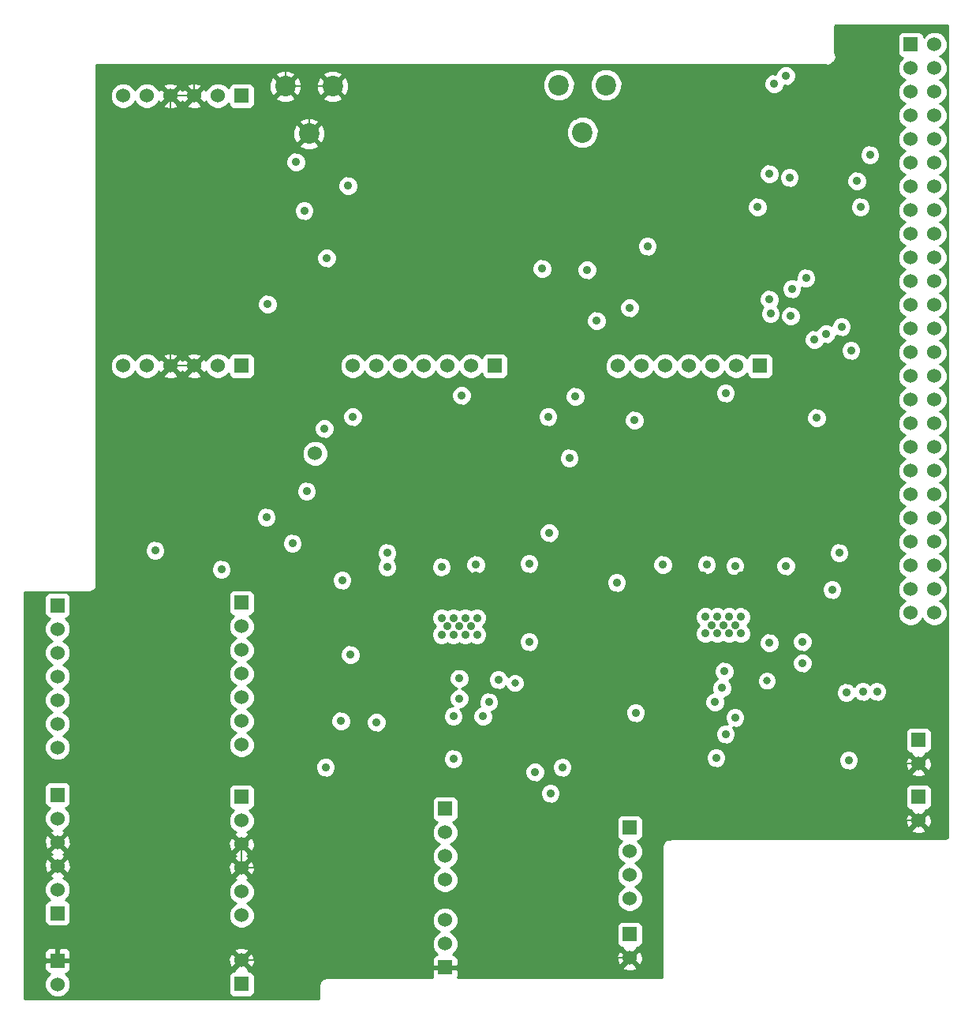
<source format=gbr>
G04 (created by PCBNEW (2013-05-18 BZR 4017)-stable) date Mon 15 Dec 2014 10:40:29 GMT*
%MOIN*%
G04 Gerber Fmt 3.4, Leading zero omitted, Abs format*
%FSLAX34Y34*%
G01*
G70*
G90*
G04 APERTURE LIST*
%ADD10C,0.00590551*%
%ADD11C,0.0315*%
%ADD12C,0.06*%
%ADD13R,0.06X0.06*%
%ADD14C,0.0866*%
%ADD15C,0.0354*%
%ADD16C,0.035*%
%ADD17C,0.008*%
%ADD18C,0.01*%
G04 APERTURE END LIST*
G54D10*
G54D11*
X52150Y-46600D03*
X62800Y-46500D03*
G54D12*
X43708Y-36904D03*
G54D13*
X40600Y-43200D03*
G54D12*
X40600Y-44200D03*
X40600Y-45200D03*
X40600Y-46200D03*
X40600Y-47200D03*
X40600Y-48200D03*
X40600Y-49200D03*
G54D13*
X32829Y-43313D03*
G54D12*
X32829Y-44313D03*
X32829Y-45313D03*
X32829Y-46313D03*
X32829Y-47313D03*
X32829Y-48313D03*
X32829Y-49313D03*
G54D13*
X62500Y-33200D03*
G54D12*
X61500Y-33200D03*
X60500Y-33200D03*
X59500Y-33200D03*
X58500Y-33200D03*
X57500Y-33200D03*
X56500Y-33200D03*
G54D13*
X51300Y-33200D03*
G54D12*
X50300Y-33200D03*
X49300Y-33200D03*
X48300Y-33200D03*
X47300Y-33200D03*
X46300Y-33200D03*
X45300Y-33200D03*
G54D13*
X40600Y-21800D03*
G54D12*
X39600Y-21800D03*
X38600Y-21800D03*
X37600Y-21800D03*
X36600Y-21800D03*
X35600Y-21800D03*
G54D13*
X57000Y-52700D03*
G54D12*
X57000Y-53700D03*
X57000Y-54700D03*
X57000Y-55700D03*
G54D13*
X49200Y-51900D03*
G54D12*
X49200Y-52900D03*
X49200Y-53900D03*
X49200Y-54900D03*
G54D13*
X32829Y-58313D03*
G54D12*
X32829Y-59313D03*
G54D13*
X57000Y-57200D03*
G54D12*
X57000Y-58200D03*
G54D13*
X69200Y-51400D03*
G54D12*
X69200Y-52400D03*
G54D13*
X69200Y-49000D03*
G54D12*
X69200Y-50000D03*
G54D13*
X68874Y-19639D03*
G54D12*
X69874Y-19639D03*
X68874Y-24639D03*
X69874Y-20639D03*
X68874Y-25639D03*
X69874Y-21639D03*
X68874Y-26639D03*
X69874Y-22639D03*
X68874Y-27639D03*
X69874Y-23639D03*
X68874Y-28639D03*
X69874Y-24639D03*
X68874Y-29639D03*
X69874Y-25639D03*
X68874Y-30639D03*
X69874Y-26639D03*
X68874Y-31639D03*
X69874Y-27639D03*
X68874Y-32639D03*
X69874Y-28639D03*
X68874Y-33639D03*
X69874Y-29639D03*
X68874Y-34639D03*
X69874Y-30639D03*
X69874Y-31639D03*
X68874Y-35639D03*
X69874Y-32639D03*
X69874Y-34639D03*
X69874Y-35639D03*
X69874Y-36639D03*
X69874Y-37639D03*
X68874Y-36639D03*
X68874Y-37639D03*
X68874Y-20639D03*
X68874Y-21639D03*
X68874Y-22639D03*
X68874Y-23639D03*
X68874Y-38639D03*
X69874Y-38639D03*
X69874Y-33639D03*
X68874Y-39639D03*
X69874Y-39639D03*
X68874Y-40639D03*
X69874Y-40639D03*
X68874Y-41639D03*
X69874Y-41639D03*
X68874Y-42639D03*
X69874Y-42639D03*
X68874Y-43639D03*
X69874Y-43639D03*
G54D13*
X32829Y-51313D03*
G54D12*
X32829Y-52313D03*
X32829Y-53313D03*
X32829Y-54313D03*
G54D13*
X32829Y-56313D03*
G54D12*
X32829Y-55313D03*
G54D13*
X40600Y-33200D03*
G54D12*
X39600Y-33200D03*
X38600Y-33200D03*
X37600Y-33200D03*
X36600Y-33200D03*
X35600Y-33200D03*
G54D13*
X40600Y-51400D03*
G54D12*
X40600Y-52400D03*
X40600Y-53400D03*
X40600Y-54400D03*
X40600Y-55400D03*
X40600Y-56400D03*
G54D13*
X49200Y-58600D03*
G54D12*
X49200Y-57600D03*
X49200Y-56600D03*
G54D13*
X40600Y-59300D03*
G54D12*
X40600Y-58300D03*
G54D14*
X43450Y-23400D03*
X44450Y-21400D03*
X42450Y-21400D03*
X55000Y-23350D03*
X56000Y-21350D03*
X54000Y-21350D03*
G54D15*
X49050Y-43850D03*
X49550Y-43850D03*
X50050Y-43850D03*
X50550Y-43850D03*
X49300Y-44200D03*
X49800Y-44200D03*
X50300Y-44200D03*
X49050Y-44550D03*
X49550Y-44550D03*
X50050Y-44550D03*
X50550Y-44550D03*
X60200Y-43800D03*
X60700Y-43800D03*
X61200Y-43800D03*
X61700Y-43800D03*
X60450Y-44150D03*
X60950Y-44150D03*
X61450Y-44150D03*
X60200Y-44500D03*
X60700Y-44500D03*
X61200Y-44500D03*
X61700Y-44500D03*
G54D16*
X53000Y-50350D03*
X44800Y-48200D03*
X49550Y-49800D03*
X49550Y-48000D03*
X50800Y-48000D03*
X49800Y-47250D03*
X42750Y-40700D03*
X61050Y-48750D03*
X60900Y-46800D03*
X60650Y-49750D03*
X60600Y-47400D03*
X66750Y-26500D03*
X62400Y-26500D03*
X63600Y-20950D03*
X44100Y-35850D03*
X44200Y-28650D03*
X54450Y-37100D03*
X39750Y-41800D03*
X43250Y-26650D03*
X65300Y-31850D03*
X63850Y-29950D03*
X66150Y-47000D03*
X66250Y-49850D03*
X65550Y-42650D03*
X53650Y-51250D03*
X65950Y-31550D03*
X64450Y-29500D03*
X55600Y-31300D03*
X55200Y-29150D03*
X57750Y-28150D03*
X67150Y-24300D03*
X63800Y-31100D03*
X62900Y-44900D03*
X64300Y-44850D03*
X64800Y-32100D03*
X53600Y-40250D03*
X62950Y-31000D03*
X57000Y-30750D03*
X54150Y-50150D03*
X65850Y-41100D03*
X44150Y-50150D03*
X46750Y-41100D03*
X45200Y-45400D03*
X41650Y-39600D03*
X41700Y-30600D03*
X62900Y-30400D03*
X62900Y-25100D03*
X53300Y-29100D03*
X63750Y-25250D03*
X66350Y-32550D03*
X51450Y-46450D03*
X66850Y-46950D03*
X67450Y-46950D03*
X46300Y-48250D03*
X52750Y-44850D03*
X44850Y-42250D03*
X45300Y-35350D03*
X53550Y-35350D03*
X49900Y-34450D03*
X36950Y-41000D03*
X43350Y-38500D03*
X64300Y-45750D03*
X66600Y-25400D03*
X63100Y-21300D03*
X42900Y-24600D03*
X57250Y-47850D03*
X64900Y-35400D03*
X57200Y-35500D03*
X61050Y-34350D03*
X56450Y-42350D03*
X45100Y-25600D03*
X54700Y-34500D03*
X50500Y-41600D03*
X52750Y-41550D03*
X58400Y-41600D03*
X60250Y-41600D03*
X61450Y-48050D03*
X61000Y-46100D03*
X46750Y-41700D03*
X49050Y-41700D03*
X63600Y-41650D03*
X61450Y-41650D03*
X51050Y-47400D03*
X49800Y-46400D03*
X57300Y-47150D03*
X50500Y-42050D03*
X49000Y-42250D03*
X44250Y-46000D03*
X55350Y-46050D03*
X37050Y-38800D03*
X61700Y-42050D03*
X60100Y-42050D03*
G54D17*
X57300Y-47150D02*
X57200Y-47050D01*
X57200Y-47050D02*
X55350Y-47050D01*
X40600Y-54400D02*
X42250Y-54400D01*
X42700Y-54850D02*
X42700Y-58300D01*
X42250Y-54400D02*
X42700Y-54850D01*
X40600Y-53400D02*
X40600Y-54400D01*
X49000Y-42250D02*
X45950Y-42250D01*
X45950Y-42250D02*
X45853Y-42346D01*
X50500Y-42050D02*
X49200Y-42050D01*
X49200Y-42050D02*
X49000Y-42250D01*
X46850Y-46000D02*
X44250Y-46000D01*
X42450Y-21400D02*
X44450Y-21400D01*
X44450Y-21400D02*
X43450Y-22400D01*
X43450Y-22400D02*
X43450Y-23400D01*
X69200Y-50000D02*
X68500Y-50000D01*
X68500Y-50000D02*
X68500Y-50000D01*
X40600Y-58300D02*
X42700Y-58300D01*
X42700Y-58300D02*
X45050Y-58300D01*
X45050Y-58300D02*
X45350Y-58600D01*
X45350Y-58600D02*
X49200Y-58600D01*
X54000Y-58200D02*
X52200Y-58200D01*
X52200Y-58200D02*
X51800Y-58600D01*
X51800Y-58600D02*
X49200Y-58600D01*
X55350Y-51200D02*
X54300Y-51200D01*
X54000Y-58200D02*
X57000Y-58200D01*
X53950Y-58150D02*
X54000Y-58200D01*
X53950Y-51550D02*
X53950Y-58150D01*
X54300Y-51200D02*
X53950Y-51550D01*
X55350Y-46050D02*
X55350Y-47050D01*
X55350Y-47050D02*
X55350Y-51200D01*
X55350Y-51200D02*
X55350Y-51250D01*
X55750Y-51650D02*
X67550Y-51650D01*
X55350Y-51250D02*
X55750Y-51650D01*
X67550Y-50000D02*
X67550Y-52200D01*
X67750Y-52400D02*
X69200Y-52400D01*
X67550Y-52200D02*
X67750Y-52400D01*
X69200Y-50000D02*
X67550Y-50000D01*
X67550Y-50000D02*
X67550Y-50000D01*
X60100Y-42050D02*
X57800Y-42050D01*
X55350Y-44500D02*
X55350Y-46050D01*
X57800Y-42050D02*
X55350Y-44500D01*
X46850Y-43750D02*
X46850Y-44400D01*
X45853Y-42346D02*
X46850Y-43300D01*
X46850Y-43300D02*
X46850Y-43750D01*
X46850Y-44400D02*
X46850Y-46000D01*
X46850Y-46000D02*
X55350Y-46050D01*
X37050Y-38800D02*
X42150Y-38800D01*
X42150Y-38800D02*
X45853Y-42346D01*
X37600Y-21800D02*
X37600Y-33200D01*
X38600Y-21800D02*
X37600Y-21800D01*
X42450Y-21400D02*
X42450Y-20800D01*
X38600Y-20750D02*
X38600Y-21800D01*
X42400Y-20750D02*
X38600Y-20750D01*
X42450Y-20800D02*
X42400Y-20750D01*
X38600Y-33200D02*
X37600Y-33200D01*
X37600Y-33200D02*
X37050Y-33750D01*
X37050Y-33750D02*
X37050Y-38800D01*
X61700Y-42050D02*
X60100Y-42050D01*
G54D10*
G36*
X70443Y-53125D02*
X70424Y-53129D01*
X70424Y-43530D01*
X70340Y-43327D01*
X70185Y-43173D01*
X70104Y-43139D01*
X70185Y-43105D01*
X70339Y-42950D01*
X70423Y-42748D01*
X70424Y-42530D01*
X70340Y-42327D01*
X70185Y-42173D01*
X70104Y-42139D01*
X70185Y-42105D01*
X70339Y-41950D01*
X70423Y-41748D01*
X70424Y-41530D01*
X70340Y-41327D01*
X70185Y-41173D01*
X70104Y-41139D01*
X70185Y-41105D01*
X70339Y-40950D01*
X70423Y-40748D01*
X70424Y-40530D01*
X70340Y-40327D01*
X70185Y-40173D01*
X70104Y-40139D01*
X70185Y-40105D01*
X70339Y-39950D01*
X70423Y-39748D01*
X70424Y-39530D01*
X70340Y-39327D01*
X70185Y-39173D01*
X70104Y-39139D01*
X70185Y-39105D01*
X70339Y-38950D01*
X70423Y-38748D01*
X70424Y-38530D01*
X70340Y-38327D01*
X70185Y-38173D01*
X70104Y-38139D01*
X70185Y-38105D01*
X70339Y-37950D01*
X70423Y-37748D01*
X70424Y-37530D01*
X70340Y-37327D01*
X70185Y-37173D01*
X70104Y-37139D01*
X70185Y-37105D01*
X70339Y-36950D01*
X70423Y-36748D01*
X70424Y-36530D01*
X70340Y-36327D01*
X70185Y-36173D01*
X70104Y-36139D01*
X70185Y-36105D01*
X70339Y-35950D01*
X70423Y-35748D01*
X70424Y-35530D01*
X70340Y-35327D01*
X70185Y-35173D01*
X70104Y-35139D01*
X70185Y-35105D01*
X70339Y-34950D01*
X70423Y-34748D01*
X70424Y-34530D01*
X70340Y-34327D01*
X70185Y-34173D01*
X70104Y-34139D01*
X70185Y-34105D01*
X70339Y-33950D01*
X70423Y-33748D01*
X70424Y-33530D01*
X70340Y-33327D01*
X70185Y-33173D01*
X70104Y-33139D01*
X70185Y-33105D01*
X70339Y-32950D01*
X70423Y-32748D01*
X70424Y-32530D01*
X70340Y-32327D01*
X70185Y-32173D01*
X70104Y-32139D01*
X70185Y-32105D01*
X70339Y-31950D01*
X70423Y-31748D01*
X70424Y-31530D01*
X70340Y-31327D01*
X70185Y-31173D01*
X70104Y-31139D01*
X70185Y-31105D01*
X70339Y-30950D01*
X70423Y-30748D01*
X70424Y-30530D01*
X70340Y-30327D01*
X70185Y-30173D01*
X70104Y-30139D01*
X70185Y-30105D01*
X70339Y-29950D01*
X70423Y-29748D01*
X70424Y-29530D01*
X70340Y-29327D01*
X70185Y-29173D01*
X70104Y-29139D01*
X70185Y-29105D01*
X70339Y-28950D01*
X70423Y-28748D01*
X70424Y-28530D01*
X70340Y-28327D01*
X70185Y-28173D01*
X70104Y-28139D01*
X70185Y-28105D01*
X70339Y-27950D01*
X70423Y-27748D01*
X70424Y-27530D01*
X70340Y-27327D01*
X70185Y-27173D01*
X70104Y-27139D01*
X70185Y-27105D01*
X70339Y-26950D01*
X70423Y-26748D01*
X70424Y-26530D01*
X70340Y-26327D01*
X70185Y-26173D01*
X70104Y-26139D01*
X70185Y-26105D01*
X70339Y-25950D01*
X70423Y-25748D01*
X70424Y-25530D01*
X70340Y-25327D01*
X70185Y-25173D01*
X70104Y-25139D01*
X70185Y-25105D01*
X70339Y-24950D01*
X70423Y-24748D01*
X70424Y-24530D01*
X70340Y-24327D01*
X70185Y-24173D01*
X70104Y-24139D01*
X70185Y-24105D01*
X70339Y-23950D01*
X70423Y-23748D01*
X70424Y-23530D01*
X70340Y-23327D01*
X70185Y-23173D01*
X70104Y-23139D01*
X70185Y-23105D01*
X70339Y-22950D01*
X70423Y-22748D01*
X70424Y-22530D01*
X70340Y-22327D01*
X70185Y-22173D01*
X70104Y-22139D01*
X70185Y-22105D01*
X70339Y-21950D01*
X70423Y-21748D01*
X70424Y-21530D01*
X70340Y-21327D01*
X70185Y-21173D01*
X70104Y-21139D01*
X70185Y-21105D01*
X70339Y-20950D01*
X70423Y-20748D01*
X70424Y-20530D01*
X70340Y-20327D01*
X70185Y-20173D01*
X70104Y-20139D01*
X70185Y-20105D01*
X70339Y-19950D01*
X70423Y-19748D01*
X70424Y-19530D01*
X70340Y-19327D01*
X70185Y-19173D01*
X69983Y-19089D01*
X69765Y-19088D01*
X69562Y-19172D01*
X69424Y-19311D01*
X69424Y-19289D01*
X69386Y-19197D01*
X69315Y-19127D01*
X69223Y-19089D01*
X69124Y-19088D01*
X68524Y-19088D01*
X68432Y-19126D01*
X68362Y-19197D01*
X68324Y-19289D01*
X68323Y-19388D01*
X68323Y-19988D01*
X68361Y-20080D01*
X68432Y-20150D01*
X68524Y-20188D01*
X68546Y-20188D01*
X68408Y-20327D01*
X68324Y-20529D01*
X68323Y-20747D01*
X68407Y-20950D01*
X68562Y-21104D01*
X68643Y-21138D01*
X68562Y-21172D01*
X68408Y-21327D01*
X68324Y-21529D01*
X68323Y-21747D01*
X68407Y-21950D01*
X68562Y-22104D01*
X68643Y-22138D01*
X68562Y-22172D01*
X68408Y-22327D01*
X68324Y-22529D01*
X68323Y-22747D01*
X68407Y-22950D01*
X68562Y-23104D01*
X68643Y-23138D01*
X68562Y-23172D01*
X68408Y-23327D01*
X68324Y-23529D01*
X68323Y-23747D01*
X68407Y-23950D01*
X68562Y-24104D01*
X68643Y-24138D01*
X68562Y-24172D01*
X68408Y-24327D01*
X68324Y-24529D01*
X68323Y-24747D01*
X68407Y-24950D01*
X68562Y-25104D01*
X68643Y-25138D01*
X68562Y-25172D01*
X68408Y-25327D01*
X68324Y-25529D01*
X68323Y-25747D01*
X68407Y-25950D01*
X68562Y-26104D01*
X68643Y-26138D01*
X68562Y-26172D01*
X68408Y-26327D01*
X68324Y-26529D01*
X68323Y-26747D01*
X68407Y-26950D01*
X68562Y-27104D01*
X68643Y-27138D01*
X68562Y-27172D01*
X68408Y-27327D01*
X68324Y-27529D01*
X68323Y-27747D01*
X68407Y-27950D01*
X68562Y-28104D01*
X68643Y-28138D01*
X68562Y-28172D01*
X68408Y-28327D01*
X68324Y-28529D01*
X68323Y-28747D01*
X68407Y-28950D01*
X68562Y-29104D01*
X68643Y-29138D01*
X68562Y-29172D01*
X68408Y-29327D01*
X68324Y-29529D01*
X68323Y-29747D01*
X68407Y-29950D01*
X68562Y-30104D01*
X68643Y-30138D01*
X68562Y-30172D01*
X68408Y-30327D01*
X68324Y-30529D01*
X68323Y-30747D01*
X68407Y-30950D01*
X68562Y-31104D01*
X68643Y-31138D01*
X68562Y-31172D01*
X68408Y-31327D01*
X68324Y-31529D01*
X68323Y-31747D01*
X68407Y-31950D01*
X68562Y-32104D01*
X68643Y-32138D01*
X68562Y-32172D01*
X68408Y-32327D01*
X68324Y-32529D01*
X68323Y-32747D01*
X68407Y-32950D01*
X68562Y-33104D01*
X68643Y-33138D01*
X68562Y-33172D01*
X68408Y-33327D01*
X68324Y-33529D01*
X68323Y-33747D01*
X68407Y-33950D01*
X68562Y-34104D01*
X68643Y-34138D01*
X68562Y-34172D01*
X68408Y-34327D01*
X68324Y-34529D01*
X68323Y-34747D01*
X68407Y-34950D01*
X68562Y-35104D01*
X68643Y-35138D01*
X68562Y-35172D01*
X68408Y-35327D01*
X68324Y-35529D01*
X68323Y-35747D01*
X68407Y-35950D01*
X68562Y-36104D01*
X68643Y-36138D01*
X68562Y-36172D01*
X68408Y-36327D01*
X68324Y-36529D01*
X68323Y-36747D01*
X68407Y-36950D01*
X68562Y-37104D01*
X68643Y-37138D01*
X68562Y-37172D01*
X68408Y-37327D01*
X68324Y-37529D01*
X68323Y-37747D01*
X68407Y-37950D01*
X68562Y-38104D01*
X68643Y-38138D01*
X68562Y-38172D01*
X68408Y-38327D01*
X68324Y-38529D01*
X68323Y-38747D01*
X68407Y-38950D01*
X68562Y-39104D01*
X68643Y-39138D01*
X68562Y-39172D01*
X68408Y-39327D01*
X68324Y-39529D01*
X68323Y-39747D01*
X68407Y-39950D01*
X68562Y-40104D01*
X68643Y-40138D01*
X68562Y-40172D01*
X68408Y-40327D01*
X68324Y-40529D01*
X68323Y-40747D01*
X68407Y-40950D01*
X68562Y-41104D01*
X68643Y-41138D01*
X68562Y-41172D01*
X68408Y-41327D01*
X68324Y-41529D01*
X68323Y-41747D01*
X68407Y-41950D01*
X68562Y-42104D01*
X68643Y-42138D01*
X68562Y-42172D01*
X68408Y-42327D01*
X68324Y-42529D01*
X68323Y-42747D01*
X68407Y-42950D01*
X68562Y-43104D01*
X68643Y-43138D01*
X68562Y-43172D01*
X68408Y-43327D01*
X68324Y-43529D01*
X68323Y-43747D01*
X68407Y-43950D01*
X68562Y-44104D01*
X68764Y-44188D01*
X68982Y-44189D01*
X69185Y-44105D01*
X69339Y-43950D01*
X69373Y-43869D01*
X69407Y-43950D01*
X69562Y-44104D01*
X69764Y-44188D01*
X69982Y-44189D01*
X70185Y-44105D01*
X70339Y-43950D01*
X70423Y-43748D01*
X70424Y-43530D01*
X70424Y-53129D01*
X70347Y-53144D01*
X70318Y-53164D01*
X69754Y-53164D01*
X69754Y-52481D01*
X69754Y-50081D01*
X69750Y-49987D01*
X69750Y-49250D01*
X69750Y-48650D01*
X69712Y-48558D01*
X69641Y-48488D01*
X69549Y-48450D01*
X69450Y-48449D01*
X68850Y-48449D01*
X68758Y-48487D01*
X68688Y-48558D01*
X68650Y-48650D01*
X68649Y-48749D01*
X68649Y-49349D01*
X68687Y-49441D01*
X68758Y-49511D01*
X68850Y-49549D01*
X68903Y-49550D01*
X68884Y-49614D01*
X69200Y-49929D01*
X69515Y-49614D01*
X69496Y-49550D01*
X69549Y-49550D01*
X69641Y-49512D01*
X69711Y-49441D01*
X69749Y-49349D01*
X69750Y-49250D01*
X69750Y-49987D01*
X69743Y-49863D01*
X69681Y-49712D01*
X69585Y-49684D01*
X69270Y-50000D01*
X69585Y-50315D01*
X69681Y-50287D01*
X69754Y-50081D01*
X69754Y-52481D01*
X69750Y-52387D01*
X69750Y-51650D01*
X69750Y-51050D01*
X69712Y-50958D01*
X69641Y-50888D01*
X69549Y-50850D01*
X69515Y-50850D01*
X69515Y-50385D01*
X69200Y-50070D01*
X69129Y-50141D01*
X69129Y-50000D01*
X68814Y-49684D01*
X68718Y-49712D01*
X68645Y-49918D01*
X68656Y-50136D01*
X68718Y-50287D01*
X68814Y-50315D01*
X69129Y-50000D01*
X69129Y-50141D01*
X68884Y-50385D01*
X68912Y-50481D01*
X69118Y-50554D01*
X69336Y-50543D01*
X69487Y-50481D01*
X69515Y-50385D01*
X69515Y-50850D01*
X69450Y-50849D01*
X68850Y-50849D01*
X68758Y-50887D01*
X68688Y-50958D01*
X68650Y-51050D01*
X68649Y-51149D01*
X68649Y-51749D01*
X68687Y-51841D01*
X68758Y-51911D01*
X68850Y-51949D01*
X68903Y-51950D01*
X68884Y-52014D01*
X69200Y-52329D01*
X69515Y-52014D01*
X69496Y-51950D01*
X69549Y-51950D01*
X69641Y-51912D01*
X69711Y-51841D01*
X69749Y-51749D01*
X69750Y-51650D01*
X69750Y-52387D01*
X69743Y-52263D01*
X69681Y-52112D01*
X69585Y-52084D01*
X69270Y-52400D01*
X69585Y-52715D01*
X69681Y-52687D01*
X69754Y-52481D01*
X69754Y-53164D01*
X69515Y-53164D01*
X69515Y-52785D01*
X69200Y-52470D01*
X69129Y-52541D01*
X69129Y-52400D01*
X68814Y-52084D01*
X68718Y-52112D01*
X68645Y-52318D01*
X68656Y-52536D01*
X68718Y-52687D01*
X68814Y-52715D01*
X69129Y-52400D01*
X69129Y-52541D01*
X68884Y-52785D01*
X68912Y-52881D01*
X69118Y-52954D01*
X69336Y-52943D01*
X69487Y-52881D01*
X69515Y-52785D01*
X69515Y-53164D01*
X67875Y-53164D01*
X67875Y-46865D01*
X67810Y-46709D01*
X67691Y-46589D01*
X67575Y-46541D01*
X67575Y-24215D01*
X67510Y-24059D01*
X67391Y-23939D01*
X67234Y-23875D01*
X67065Y-23874D01*
X66909Y-23939D01*
X66789Y-24058D01*
X66725Y-24215D01*
X66724Y-24384D01*
X66789Y-24540D01*
X66908Y-24660D01*
X67065Y-24724D01*
X67234Y-24725D01*
X67390Y-24660D01*
X67510Y-24541D01*
X67574Y-24384D01*
X67575Y-24215D01*
X67575Y-46541D01*
X67534Y-46525D01*
X67365Y-46524D01*
X67209Y-46589D01*
X67175Y-46623D01*
X67175Y-26415D01*
X67110Y-26259D01*
X67025Y-26173D01*
X67025Y-25315D01*
X66960Y-25159D01*
X66841Y-25039D01*
X66684Y-24975D01*
X66515Y-24974D01*
X66359Y-25039D01*
X66239Y-25158D01*
X66175Y-25315D01*
X66174Y-25484D01*
X66239Y-25640D01*
X66358Y-25760D01*
X66515Y-25824D01*
X66684Y-25825D01*
X66840Y-25760D01*
X66960Y-25641D01*
X67024Y-25484D01*
X67025Y-25315D01*
X67025Y-26173D01*
X66991Y-26139D01*
X66834Y-26075D01*
X66665Y-26074D01*
X66509Y-26139D01*
X66389Y-26258D01*
X66325Y-26415D01*
X66324Y-26584D01*
X66389Y-26740D01*
X66508Y-26860D01*
X66665Y-26924D01*
X66834Y-26925D01*
X66990Y-26860D01*
X67110Y-26741D01*
X67174Y-26584D01*
X67175Y-26415D01*
X67175Y-46623D01*
X67150Y-46648D01*
X67091Y-46589D01*
X66934Y-46525D01*
X66775Y-46524D01*
X66775Y-32465D01*
X66710Y-32309D01*
X66591Y-32189D01*
X66434Y-32125D01*
X66375Y-32125D01*
X66375Y-31465D01*
X66310Y-31309D01*
X66191Y-31189D01*
X66034Y-31125D01*
X65865Y-31124D01*
X65709Y-31189D01*
X65589Y-31308D01*
X65525Y-31465D01*
X65525Y-31483D01*
X65384Y-31425D01*
X65215Y-31424D01*
X65059Y-31489D01*
X64939Y-31608D01*
X64908Y-31684D01*
X64884Y-31675D01*
X64875Y-31675D01*
X64875Y-29415D01*
X64810Y-29259D01*
X64691Y-29139D01*
X64534Y-29075D01*
X64365Y-29074D01*
X64209Y-29139D01*
X64175Y-29173D01*
X64175Y-25165D01*
X64110Y-25009D01*
X64025Y-24923D01*
X64025Y-20865D01*
X63960Y-20709D01*
X63841Y-20589D01*
X63684Y-20525D01*
X63515Y-20524D01*
X63359Y-20589D01*
X63239Y-20708D01*
X63175Y-20865D01*
X63175Y-20875D01*
X63015Y-20874D01*
X62859Y-20939D01*
X62739Y-21058D01*
X62675Y-21215D01*
X62674Y-21384D01*
X62739Y-21540D01*
X62858Y-21660D01*
X63015Y-21724D01*
X63184Y-21725D01*
X63340Y-21660D01*
X63460Y-21541D01*
X63524Y-21384D01*
X63524Y-21374D01*
X63684Y-21375D01*
X63840Y-21310D01*
X63960Y-21191D01*
X64024Y-21034D01*
X64025Y-20865D01*
X64025Y-24923D01*
X63991Y-24889D01*
X63834Y-24825D01*
X63665Y-24824D01*
X63509Y-24889D01*
X63389Y-25008D01*
X63325Y-25165D01*
X63325Y-25015D01*
X63260Y-24859D01*
X63141Y-24739D01*
X62984Y-24675D01*
X62815Y-24674D01*
X62659Y-24739D01*
X62539Y-24858D01*
X62475Y-25015D01*
X62474Y-25184D01*
X62539Y-25340D01*
X62658Y-25460D01*
X62815Y-25524D01*
X62984Y-25525D01*
X63140Y-25460D01*
X63260Y-25341D01*
X63324Y-25184D01*
X63325Y-25015D01*
X63325Y-25165D01*
X63324Y-25334D01*
X63389Y-25490D01*
X63508Y-25610D01*
X63665Y-25674D01*
X63834Y-25675D01*
X63990Y-25610D01*
X64110Y-25491D01*
X64174Y-25334D01*
X64175Y-25165D01*
X64175Y-29173D01*
X64089Y-29258D01*
X64025Y-29415D01*
X64024Y-29562D01*
X63934Y-29525D01*
X63765Y-29524D01*
X63609Y-29589D01*
X63489Y-29708D01*
X63425Y-29865D01*
X63424Y-30034D01*
X63489Y-30190D01*
X63608Y-30310D01*
X63765Y-30374D01*
X63934Y-30375D01*
X64090Y-30310D01*
X64210Y-30191D01*
X64274Y-30034D01*
X64275Y-29887D01*
X64365Y-29924D01*
X64534Y-29925D01*
X64690Y-29860D01*
X64810Y-29741D01*
X64874Y-29584D01*
X64875Y-29415D01*
X64875Y-31675D01*
X64715Y-31674D01*
X64559Y-31739D01*
X64439Y-31858D01*
X64375Y-32015D01*
X64374Y-32184D01*
X64439Y-32340D01*
X64558Y-32460D01*
X64715Y-32524D01*
X64884Y-32525D01*
X65040Y-32460D01*
X65160Y-32341D01*
X65191Y-32265D01*
X65215Y-32274D01*
X65384Y-32275D01*
X65540Y-32210D01*
X65660Y-32091D01*
X65724Y-31934D01*
X65724Y-31916D01*
X65865Y-31974D01*
X66034Y-31975D01*
X66190Y-31910D01*
X66310Y-31791D01*
X66374Y-31634D01*
X66375Y-31465D01*
X66375Y-32125D01*
X66265Y-32124D01*
X66109Y-32189D01*
X65989Y-32308D01*
X65925Y-32465D01*
X65924Y-32634D01*
X65989Y-32790D01*
X66108Y-32910D01*
X66265Y-32974D01*
X66434Y-32975D01*
X66590Y-32910D01*
X66710Y-32791D01*
X66774Y-32634D01*
X66775Y-32465D01*
X66775Y-46524D01*
X66765Y-46524D01*
X66609Y-46589D01*
X66489Y-46708D01*
X66481Y-46730D01*
X66391Y-46639D01*
X66275Y-46591D01*
X66275Y-41015D01*
X66210Y-40859D01*
X66091Y-40739D01*
X65934Y-40675D01*
X65765Y-40674D01*
X65609Y-40739D01*
X65489Y-40858D01*
X65425Y-41015D01*
X65424Y-41184D01*
X65489Y-41340D01*
X65608Y-41460D01*
X65765Y-41524D01*
X65934Y-41525D01*
X66090Y-41460D01*
X66210Y-41341D01*
X66274Y-41184D01*
X66275Y-41015D01*
X66275Y-46591D01*
X66234Y-46575D01*
X66065Y-46574D01*
X65975Y-46612D01*
X65975Y-42565D01*
X65910Y-42409D01*
X65791Y-42289D01*
X65634Y-42225D01*
X65465Y-42224D01*
X65325Y-42283D01*
X65325Y-35315D01*
X65260Y-35159D01*
X65141Y-35039D01*
X64984Y-34975D01*
X64815Y-34974D01*
X64659Y-35039D01*
X64539Y-35158D01*
X64475Y-35315D01*
X64474Y-35484D01*
X64539Y-35640D01*
X64658Y-35760D01*
X64815Y-35824D01*
X64984Y-35825D01*
X65140Y-35760D01*
X65260Y-35641D01*
X65324Y-35484D01*
X65325Y-35315D01*
X65325Y-42283D01*
X65309Y-42289D01*
X65189Y-42408D01*
X65125Y-42565D01*
X65124Y-42734D01*
X65189Y-42890D01*
X65308Y-43010D01*
X65465Y-43074D01*
X65634Y-43075D01*
X65790Y-43010D01*
X65910Y-42891D01*
X65974Y-42734D01*
X65975Y-42565D01*
X65975Y-46612D01*
X65909Y-46639D01*
X65789Y-46758D01*
X65725Y-46915D01*
X65724Y-47084D01*
X65789Y-47240D01*
X65908Y-47360D01*
X66065Y-47424D01*
X66234Y-47425D01*
X66390Y-47360D01*
X66510Y-47241D01*
X66518Y-47219D01*
X66608Y-47310D01*
X66765Y-47374D01*
X66934Y-47375D01*
X67090Y-47310D01*
X67149Y-47251D01*
X67208Y-47310D01*
X67365Y-47374D01*
X67534Y-47375D01*
X67690Y-47310D01*
X67810Y-47191D01*
X67874Y-47034D01*
X67875Y-46865D01*
X67875Y-53164D01*
X66675Y-53164D01*
X66675Y-49765D01*
X66610Y-49609D01*
X66491Y-49489D01*
X66334Y-49425D01*
X66165Y-49424D01*
X66009Y-49489D01*
X65889Y-49608D01*
X65825Y-49765D01*
X65824Y-49934D01*
X65889Y-50090D01*
X66008Y-50210D01*
X66165Y-50274D01*
X66334Y-50275D01*
X66490Y-50210D01*
X66610Y-50091D01*
X66674Y-49934D01*
X66675Y-49765D01*
X66675Y-53164D01*
X64725Y-53164D01*
X64725Y-45665D01*
X64725Y-44765D01*
X64660Y-44609D01*
X64541Y-44489D01*
X64384Y-44425D01*
X64225Y-44424D01*
X64225Y-31015D01*
X64160Y-30859D01*
X64041Y-30739D01*
X63884Y-30675D01*
X63715Y-30674D01*
X63559Y-30739D01*
X63439Y-30858D01*
X63375Y-31015D01*
X63375Y-30915D01*
X63310Y-30759D01*
X63226Y-30675D01*
X63260Y-30641D01*
X63324Y-30484D01*
X63325Y-30315D01*
X63260Y-30159D01*
X63141Y-30039D01*
X62984Y-29975D01*
X62825Y-29974D01*
X62825Y-26415D01*
X62760Y-26259D01*
X62641Y-26139D01*
X62484Y-26075D01*
X62315Y-26074D01*
X62159Y-26139D01*
X62039Y-26258D01*
X61975Y-26415D01*
X61974Y-26584D01*
X62039Y-26740D01*
X62158Y-26860D01*
X62315Y-26924D01*
X62484Y-26925D01*
X62640Y-26860D01*
X62760Y-26741D01*
X62824Y-26584D01*
X62825Y-26415D01*
X62825Y-29974D01*
X62815Y-29974D01*
X62659Y-30039D01*
X62539Y-30158D01*
X62475Y-30315D01*
X62474Y-30484D01*
X62539Y-30640D01*
X62623Y-30724D01*
X62589Y-30758D01*
X62525Y-30915D01*
X62524Y-31084D01*
X62589Y-31240D01*
X62708Y-31360D01*
X62865Y-31424D01*
X63034Y-31425D01*
X63190Y-31360D01*
X63310Y-31241D01*
X63374Y-31084D01*
X63375Y-30915D01*
X63375Y-31015D01*
X63374Y-31184D01*
X63439Y-31340D01*
X63558Y-31460D01*
X63715Y-31524D01*
X63884Y-31525D01*
X64040Y-31460D01*
X64160Y-31341D01*
X64224Y-31184D01*
X64225Y-31015D01*
X64225Y-44424D01*
X64215Y-44424D01*
X64059Y-44489D01*
X64025Y-44523D01*
X64025Y-41565D01*
X63960Y-41409D01*
X63841Y-41289D01*
X63684Y-41225D01*
X63515Y-41224D01*
X63359Y-41289D01*
X63239Y-41408D01*
X63175Y-41565D01*
X63174Y-41734D01*
X63239Y-41890D01*
X63358Y-42010D01*
X63515Y-42074D01*
X63684Y-42075D01*
X63840Y-42010D01*
X63960Y-41891D01*
X64024Y-41734D01*
X64025Y-41565D01*
X64025Y-44523D01*
X63939Y-44608D01*
X63875Y-44765D01*
X63874Y-44934D01*
X63939Y-45090D01*
X64058Y-45210D01*
X64215Y-45274D01*
X64384Y-45275D01*
X64540Y-45210D01*
X64660Y-45091D01*
X64724Y-44934D01*
X64725Y-44765D01*
X64725Y-45665D01*
X64660Y-45509D01*
X64541Y-45389D01*
X64384Y-45325D01*
X64215Y-45324D01*
X64059Y-45389D01*
X63939Y-45508D01*
X63875Y-45665D01*
X63874Y-45834D01*
X63939Y-45990D01*
X64058Y-46110D01*
X64215Y-46174D01*
X64384Y-46175D01*
X64540Y-46110D01*
X64660Y-45991D01*
X64724Y-45834D01*
X64725Y-45665D01*
X64725Y-53164D01*
X63325Y-53164D01*
X63325Y-44815D01*
X63260Y-44659D01*
X63141Y-44539D01*
X63050Y-44502D01*
X63050Y-33450D01*
X63050Y-32850D01*
X63012Y-32758D01*
X62941Y-32688D01*
X62849Y-32650D01*
X62750Y-32649D01*
X62150Y-32649D01*
X62058Y-32687D01*
X61988Y-32758D01*
X61950Y-32850D01*
X61950Y-32872D01*
X61811Y-32734D01*
X61609Y-32650D01*
X61391Y-32649D01*
X61188Y-32733D01*
X61034Y-32888D01*
X61000Y-32969D01*
X60966Y-32888D01*
X60811Y-32734D01*
X60609Y-32650D01*
X60391Y-32649D01*
X60188Y-32733D01*
X60034Y-32888D01*
X60000Y-32969D01*
X59966Y-32888D01*
X59811Y-32734D01*
X59609Y-32650D01*
X59391Y-32649D01*
X59188Y-32733D01*
X59034Y-32888D01*
X59000Y-32969D01*
X58966Y-32888D01*
X58811Y-32734D01*
X58609Y-32650D01*
X58391Y-32649D01*
X58188Y-32733D01*
X58175Y-32747D01*
X58175Y-28065D01*
X58110Y-27909D01*
X57991Y-27789D01*
X57834Y-27725D01*
X57665Y-27724D01*
X57509Y-27789D01*
X57389Y-27908D01*
X57325Y-28065D01*
X57324Y-28234D01*
X57389Y-28390D01*
X57508Y-28510D01*
X57665Y-28574D01*
X57834Y-28575D01*
X57990Y-28510D01*
X58110Y-28391D01*
X58174Y-28234D01*
X58175Y-28065D01*
X58175Y-32747D01*
X58034Y-32888D01*
X58000Y-32969D01*
X57966Y-32888D01*
X57811Y-32734D01*
X57609Y-32650D01*
X57425Y-32649D01*
X57425Y-30665D01*
X57360Y-30509D01*
X57241Y-30389D01*
X57084Y-30325D01*
X56915Y-30324D01*
X56759Y-30389D01*
X56683Y-30465D01*
X56683Y-21214D01*
X56579Y-20963D01*
X56387Y-20771D01*
X56136Y-20667D01*
X55864Y-20666D01*
X55613Y-20770D01*
X55421Y-20962D01*
X55317Y-21213D01*
X55316Y-21485D01*
X55420Y-21736D01*
X55612Y-21928D01*
X55863Y-22032D01*
X56135Y-22033D01*
X56386Y-21929D01*
X56578Y-21737D01*
X56682Y-21486D01*
X56683Y-21214D01*
X56683Y-30465D01*
X56639Y-30508D01*
X56575Y-30665D01*
X56574Y-30834D01*
X56639Y-30990D01*
X56758Y-31110D01*
X56915Y-31174D01*
X57084Y-31175D01*
X57240Y-31110D01*
X57360Y-30991D01*
X57424Y-30834D01*
X57425Y-30665D01*
X57425Y-32649D01*
X57391Y-32649D01*
X57188Y-32733D01*
X57034Y-32888D01*
X57000Y-32969D01*
X56966Y-32888D01*
X56811Y-32734D01*
X56609Y-32650D01*
X56391Y-32649D01*
X56188Y-32733D01*
X56034Y-32888D01*
X56025Y-32909D01*
X56025Y-31215D01*
X55960Y-31059D01*
X55841Y-30939D01*
X55684Y-30875D01*
X55683Y-30875D01*
X55683Y-23214D01*
X55579Y-22963D01*
X55387Y-22771D01*
X55136Y-22667D01*
X54864Y-22666D01*
X54683Y-22741D01*
X54683Y-21214D01*
X54579Y-20963D01*
X54387Y-20771D01*
X54136Y-20667D01*
X53864Y-20666D01*
X53613Y-20770D01*
X53421Y-20962D01*
X53317Y-21213D01*
X53316Y-21485D01*
X53420Y-21736D01*
X53612Y-21928D01*
X53863Y-22032D01*
X54135Y-22033D01*
X54386Y-21929D01*
X54578Y-21737D01*
X54682Y-21486D01*
X54683Y-21214D01*
X54683Y-22741D01*
X54613Y-22770D01*
X54421Y-22962D01*
X54317Y-23213D01*
X54316Y-23485D01*
X54420Y-23736D01*
X54612Y-23928D01*
X54863Y-24032D01*
X55135Y-24033D01*
X55386Y-23929D01*
X55578Y-23737D01*
X55682Y-23486D01*
X55683Y-23214D01*
X55683Y-30875D01*
X55625Y-30875D01*
X55625Y-29065D01*
X55560Y-28909D01*
X55441Y-28789D01*
X55284Y-28725D01*
X55115Y-28724D01*
X54959Y-28789D01*
X54839Y-28908D01*
X54775Y-29065D01*
X54774Y-29234D01*
X54839Y-29390D01*
X54958Y-29510D01*
X55115Y-29574D01*
X55284Y-29575D01*
X55440Y-29510D01*
X55560Y-29391D01*
X55624Y-29234D01*
X55625Y-29065D01*
X55625Y-30875D01*
X55515Y-30874D01*
X55359Y-30939D01*
X55239Y-31058D01*
X55175Y-31215D01*
X55174Y-31384D01*
X55239Y-31540D01*
X55358Y-31660D01*
X55515Y-31724D01*
X55684Y-31725D01*
X55840Y-31660D01*
X55960Y-31541D01*
X56024Y-31384D01*
X56025Y-31215D01*
X56025Y-32909D01*
X55950Y-33090D01*
X55949Y-33308D01*
X56033Y-33511D01*
X56188Y-33665D01*
X56390Y-33749D01*
X56608Y-33750D01*
X56811Y-33666D01*
X56965Y-33511D01*
X56999Y-33430D01*
X57033Y-33511D01*
X57188Y-33665D01*
X57390Y-33749D01*
X57608Y-33750D01*
X57811Y-33666D01*
X57965Y-33511D01*
X57999Y-33430D01*
X58033Y-33511D01*
X58188Y-33665D01*
X58390Y-33749D01*
X58608Y-33750D01*
X58811Y-33666D01*
X58965Y-33511D01*
X58999Y-33430D01*
X59033Y-33511D01*
X59188Y-33665D01*
X59390Y-33749D01*
X59608Y-33750D01*
X59811Y-33666D01*
X59965Y-33511D01*
X59999Y-33430D01*
X60033Y-33511D01*
X60188Y-33665D01*
X60390Y-33749D01*
X60608Y-33750D01*
X60811Y-33666D01*
X60965Y-33511D01*
X60999Y-33430D01*
X61033Y-33511D01*
X61188Y-33665D01*
X61390Y-33749D01*
X61608Y-33750D01*
X61811Y-33666D01*
X61949Y-33527D01*
X61949Y-33549D01*
X61987Y-33641D01*
X62058Y-33711D01*
X62150Y-33749D01*
X62249Y-33750D01*
X62849Y-33750D01*
X62941Y-33712D01*
X63011Y-33641D01*
X63049Y-33549D01*
X63050Y-33450D01*
X63050Y-44502D01*
X62984Y-44475D01*
X62815Y-44474D01*
X62659Y-44539D01*
X62539Y-44658D01*
X62475Y-44815D01*
X62474Y-44984D01*
X62539Y-45140D01*
X62658Y-45260D01*
X62815Y-45324D01*
X62984Y-45325D01*
X63140Y-45260D01*
X63260Y-45141D01*
X63324Y-44984D01*
X63325Y-44815D01*
X63325Y-53164D01*
X63207Y-53164D01*
X63207Y-46419D01*
X63145Y-46269D01*
X63031Y-46154D01*
X62881Y-46092D01*
X62719Y-46092D01*
X62569Y-46154D01*
X62454Y-46268D01*
X62392Y-46418D01*
X62392Y-46580D01*
X62454Y-46730D01*
X62568Y-46845D01*
X62718Y-46907D01*
X62880Y-46907D01*
X63030Y-46845D01*
X63145Y-46731D01*
X63207Y-46581D01*
X63207Y-46419D01*
X63207Y-53164D01*
X62127Y-53164D01*
X62127Y-44415D01*
X62062Y-44258D01*
X61953Y-44149D01*
X62061Y-44042D01*
X62126Y-43885D01*
X62127Y-43715D01*
X62062Y-43558D01*
X61942Y-43438D01*
X61875Y-43410D01*
X61875Y-41565D01*
X61810Y-41409D01*
X61691Y-41289D01*
X61534Y-41225D01*
X61475Y-41225D01*
X61475Y-34265D01*
X61410Y-34109D01*
X61291Y-33989D01*
X61134Y-33925D01*
X60965Y-33924D01*
X60809Y-33989D01*
X60689Y-34108D01*
X60625Y-34265D01*
X60624Y-34434D01*
X60689Y-34590D01*
X60808Y-34710D01*
X60965Y-34774D01*
X61134Y-34775D01*
X61290Y-34710D01*
X61410Y-34591D01*
X61474Y-34434D01*
X61475Y-34265D01*
X61475Y-41225D01*
X61365Y-41224D01*
X61209Y-41289D01*
X61089Y-41408D01*
X61025Y-41565D01*
X61024Y-41734D01*
X61089Y-41890D01*
X61208Y-42010D01*
X61365Y-42074D01*
X61534Y-42075D01*
X61690Y-42010D01*
X61810Y-41891D01*
X61874Y-41734D01*
X61875Y-41565D01*
X61875Y-43410D01*
X61785Y-43373D01*
X61615Y-43372D01*
X61458Y-43437D01*
X61450Y-43446D01*
X61442Y-43438D01*
X61285Y-43373D01*
X61115Y-43372D01*
X60958Y-43437D01*
X60950Y-43446D01*
X60942Y-43438D01*
X60785Y-43373D01*
X60675Y-43372D01*
X60675Y-41515D01*
X60610Y-41359D01*
X60491Y-41239D01*
X60334Y-41175D01*
X60165Y-41174D01*
X60009Y-41239D01*
X59889Y-41358D01*
X59825Y-41515D01*
X59824Y-41684D01*
X59889Y-41840D01*
X60008Y-41960D01*
X60165Y-42024D01*
X60334Y-42025D01*
X60490Y-41960D01*
X60610Y-41841D01*
X60674Y-41684D01*
X60675Y-41515D01*
X60675Y-43372D01*
X60615Y-43372D01*
X60458Y-43437D01*
X60450Y-43446D01*
X60442Y-43438D01*
X60285Y-43373D01*
X60115Y-43372D01*
X59958Y-43437D01*
X59838Y-43557D01*
X59773Y-43714D01*
X59772Y-43884D01*
X59837Y-44041D01*
X59946Y-44150D01*
X59838Y-44257D01*
X59773Y-44414D01*
X59772Y-44584D01*
X59837Y-44741D01*
X59957Y-44861D01*
X60114Y-44926D01*
X60284Y-44927D01*
X60441Y-44862D01*
X60449Y-44853D01*
X60457Y-44861D01*
X60614Y-44926D01*
X60784Y-44927D01*
X60941Y-44862D01*
X60949Y-44853D01*
X60957Y-44861D01*
X61114Y-44926D01*
X61284Y-44927D01*
X61441Y-44862D01*
X61449Y-44853D01*
X61457Y-44861D01*
X61614Y-44926D01*
X61784Y-44927D01*
X61941Y-44862D01*
X62061Y-44742D01*
X62126Y-44585D01*
X62127Y-44415D01*
X62127Y-53164D01*
X61875Y-53164D01*
X61875Y-47965D01*
X61810Y-47809D01*
X61691Y-47689D01*
X61534Y-47625D01*
X61425Y-47624D01*
X61425Y-46015D01*
X61360Y-45859D01*
X61241Y-45739D01*
X61084Y-45675D01*
X60915Y-45674D01*
X60759Y-45739D01*
X60639Y-45858D01*
X60575Y-46015D01*
X60574Y-46184D01*
X60639Y-46340D01*
X60715Y-46416D01*
X60659Y-46439D01*
X60539Y-46558D01*
X60475Y-46715D01*
X60474Y-46884D01*
X60512Y-46976D01*
X60359Y-47039D01*
X60239Y-47158D01*
X60175Y-47315D01*
X60174Y-47484D01*
X60239Y-47640D01*
X60358Y-47760D01*
X60515Y-47824D01*
X60684Y-47825D01*
X60840Y-47760D01*
X60960Y-47641D01*
X61024Y-47484D01*
X61025Y-47315D01*
X60987Y-47223D01*
X61140Y-47160D01*
X61260Y-47041D01*
X61324Y-46884D01*
X61325Y-46715D01*
X61260Y-46559D01*
X61184Y-46483D01*
X61240Y-46460D01*
X61360Y-46341D01*
X61424Y-46184D01*
X61425Y-46015D01*
X61425Y-47624D01*
X61365Y-47624D01*
X61209Y-47689D01*
X61089Y-47808D01*
X61025Y-47965D01*
X61024Y-48134D01*
X61089Y-48290D01*
X61124Y-48325D01*
X60965Y-48324D01*
X60809Y-48389D01*
X60689Y-48508D01*
X60625Y-48665D01*
X60624Y-48834D01*
X60689Y-48990D01*
X60808Y-49110D01*
X60965Y-49174D01*
X61134Y-49175D01*
X61290Y-49110D01*
X61410Y-48991D01*
X61474Y-48834D01*
X61475Y-48665D01*
X61410Y-48509D01*
X61375Y-48474D01*
X61534Y-48475D01*
X61690Y-48410D01*
X61810Y-48291D01*
X61874Y-48134D01*
X61875Y-47965D01*
X61875Y-53164D01*
X61075Y-53164D01*
X61075Y-49665D01*
X61010Y-49509D01*
X60891Y-49389D01*
X60734Y-49325D01*
X60565Y-49324D01*
X60409Y-49389D01*
X60289Y-49508D01*
X60225Y-49665D01*
X60224Y-49834D01*
X60289Y-49990D01*
X60408Y-50110D01*
X60565Y-50174D01*
X60734Y-50175D01*
X60890Y-50110D01*
X61010Y-49991D01*
X61074Y-49834D01*
X61075Y-49665D01*
X61075Y-53164D01*
X58825Y-53164D01*
X58825Y-41515D01*
X58760Y-41359D01*
X58641Y-41239D01*
X58484Y-41175D01*
X58315Y-41174D01*
X58159Y-41239D01*
X58039Y-41358D01*
X57975Y-41515D01*
X57974Y-41684D01*
X58039Y-41840D01*
X58158Y-41960D01*
X58315Y-42024D01*
X58484Y-42025D01*
X58640Y-41960D01*
X58760Y-41841D01*
X58824Y-41684D01*
X58825Y-41515D01*
X58825Y-53164D01*
X58760Y-53164D01*
X58702Y-53175D01*
X58700Y-53175D01*
X58575Y-53199D01*
X58470Y-53270D01*
X58399Y-53375D01*
X58375Y-53500D01*
X58375Y-59025D01*
X57675Y-59025D01*
X57675Y-47765D01*
X57625Y-47644D01*
X57625Y-35415D01*
X57560Y-35259D01*
X57441Y-35139D01*
X57284Y-35075D01*
X57115Y-35074D01*
X56959Y-35139D01*
X56839Y-35258D01*
X56775Y-35415D01*
X56774Y-35584D01*
X56839Y-35740D01*
X56958Y-35860D01*
X57115Y-35924D01*
X57284Y-35925D01*
X57440Y-35860D01*
X57560Y-35741D01*
X57624Y-35584D01*
X57625Y-35415D01*
X57625Y-47644D01*
X57610Y-47609D01*
X57491Y-47489D01*
X57334Y-47425D01*
X57165Y-47424D01*
X57009Y-47489D01*
X56889Y-47608D01*
X56875Y-47644D01*
X56875Y-42265D01*
X56810Y-42109D01*
X56691Y-41989D01*
X56534Y-41925D01*
X56365Y-41924D01*
X56209Y-41989D01*
X56089Y-42108D01*
X56025Y-42265D01*
X56024Y-42434D01*
X56089Y-42590D01*
X56208Y-42710D01*
X56365Y-42774D01*
X56534Y-42775D01*
X56690Y-42710D01*
X56810Y-42591D01*
X56874Y-42434D01*
X56875Y-42265D01*
X56875Y-47644D01*
X56825Y-47765D01*
X56824Y-47934D01*
X56889Y-48090D01*
X57008Y-48210D01*
X57165Y-48274D01*
X57334Y-48275D01*
X57490Y-48210D01*
X57610Y-48091D01*
X57674Y-47934D01*
X57675Y-47765D01*
X57675Y-59025D01*
X57554Y-59025D01*
X57554Y-58281D01*
X57550Y-58188D01*
X57550Y-55591D01*
X57466Y-55388D01*
X57311Y-55234D01*
X57230Y-55200D01*
X57311Y-55166D01*
X57465Y-55011D01*
X57549Y-54809D01*
X57550Y-54591D01*
X57466Y-54388D01*
X57311Y-54234D01*
X57230Y-54200D01*
X57311Y-54166D01*
X57465Y-54011D01*
X57549Y-53809D01*
X57550Y-53591D01*
X57466Y-53388D01*
X57327Y-53250D01*
X57349Y-53250D01*
X57441Y-53212D01*
X57511Y-53141D01*
X57549Y-53049D01*
X57550Y-52950D01*
X57550Y-52350D01*
X57512Y-52258D01*
X57441Y-52188D01*
X57349Y-52150D01*
X57250Y-52149D01*
X56650Y-52149D01*
X56558Y-52187D01*
X56488Y-52258D01*
X56450Y-52350D01*
X56449Y-52449D01*
X56449Y-53049D01*
X56487Y-53141D01*
X56558Y-53211D01*
X56650Y-53249D01*
X56672Y-53249D01*
X56534Y-53388D01*
X56450Y-53590D01*
X56449Y-53808D01*
X56533Y-54011D01*
X56688Y-54165D01*
X56769Y-54199D01*
X56688Y-54233D01*
X56534Y-54388D01*
X56450Y-54590D01*
X56449Y-54808D01*
X56533Y-55011D01*
X56688Y-55165D01*
X56769Y-55199D01*
X56688Y-55233D01*
X56534Y-55388D01*
X56450Y-55590D01*
X56449Y-55808D01*
X56533Y-56011D01*
X56688Y-56165D01*
X56890Y-56249D01*
X57108Y-56250D01*
X57311Y-56166D01*
X57465Y-56011D01*
X57549Y-55809D01*
X57550Y-55591D01*
X57550Y-58188D01*
X57550Y-58187D01*
X57550Y-57450D01*
X57550Y-56850D01*
X57512Y-56758D01*
X57441Y-56688D01*
X57349Y-56650D01*
X57250Y-56649D01*
X56650Y-56649D01*
X56558Y-56687D01*
X56488Y-56758D01*
X56450Y-56850D01*
X56449Y-56949D01*
X56449Y-57549D01*
X56487Y-57641D01*
X56558Y-57711D01*
X56650Y-57749D01*
X56703Y-57750D01*
X56684Y-57814D01*
X57000Y-58129D01*
X57315Y-57814D01*
X57296Y-57750D01*
X57349Y-57750D01*
X57441Y-57712D01*
X57511Y-57641D01*
X57549Y-57549D01*
X57550Y-57450D01*
X57550Y-58187D01*
X57543Y-58063D01*
X57481Y-57912D01*
X57385Y-57884D01*
X57070Y-58200D01*
X57385Y-58515D01*
X57481Y-58487D01*
X57554Y-58281D01*
X57554Y-59025D01*
X57315Y-59025D01*
X57315Y-58585D01*
X57000Y-58270D01*
X56929Y-58341D01*
X56929Y-58200D01*
X56614Y-57884D01*
X56518Y-57912D01*
X56445Y-58118D01*
X56456Y-58336D01*
X56518Y-58487D01*
X56614Y-58515D01*
X56929Y-58200D01*
X56929Y-58341D01*
X56684Y-58585D01*
X56712Y-58681D01*
X56918Y-58754D01*
X57136Y-58743D01*
X57287Y-58681D01*
X57315Y-58585D01*
X57315Y-59025D01*
X55125Y-59025D01*
X55125Y-34415D01*
X55060Y-34259D01*
X54941Y-34139D01*
X54784Y-34075D01*
X54615Y-34074D01*
X54459Y-34139D01*
X54339Y-34258D01*
X54275Y-34415D01*
X54274Y-34584D01*
X54339Y-34740D01*
X54458Y-34860D01*
X54615Y-34924D01*
X54784Y-34925D01*
X54940Y-34860D01*
X55060Y-34741D01*
X55124Y-34584D01*
X55125Y-34415D01*
X55125Y-59025D01*
X54875Y-59025D01*
X54875Y-37015D01*
X54810Y-36859D01*
X54691Y-36739D01*
X54534Y-36675D01*
X54365Y-36674D01*
X54209Y-36739D01*
X54089Y-36858D01*
X54025Y-37015D01*
X54024Y-37184D01*
X54089Y-37340D01*
X54208Y-37460D01*
X54365Y-37524D01*
X54534Y-37525D01*
X54690Y-37460D01*
X54810Y-37341D01*
X54874Y-37184D01*
X54875Y-37015D01*
X54875Y-59025D01*
X54575Y-59025D01*
X54575Y-50065D01*
X54510Y-49909D01*
X54391Y-49789D01*
X54234Y-49725D01*
X54065Y-49724D01*
X54025Y-49741D01*
X54025Y-40165D01*
X53975Y-40044D01*
X53975Y-35265D01*
X53910Y-35109D01*
X53791Y-34989D01*
X53725Y-34962D01*
X53725Y-29015D01*
X53660Y-28859D01*
X53541Y-28739D01*
X53384Y-28675D01*
X53215Y-28674D01*
X53059Y-28739D01*
X52939Y-28858D01*
X52875Y-29015D01*
X52874Y-29184D01*
X52939Y-29340D01*
X53058Y-29460D01*
X53215Y-29524D01*
X53384Y-29525D01*
X53540Y-29460D01*
X53660Y-29341D01*
X53724Y-29184D01*
X53725Y-29015D01*
X53725Y-34962D01*
X53634Y-34925D01*
X53465Y-34924D01*
X53309Y-34989D01*
X53189Y-35108D01*
X53125Y-35265D01*
X53124Y-35434D01*
X53189Y-35590D01*
X53308Y-35710D01*
X53465Y-35774D01*
X53634Y-35775D01*
X53790Y-35710D01*
X53910Y-35591D01*
X53974Y-35434D01*
X53975Y-35265D01*
X53975Y-40044D01*
X53960Y-40009D01*
X53841Y-39889D01*
X53684Y-39825D01*
X53515Y-39824D01*
X53359Y-39889D01*
X53239Y-40008D01*
X53175Y-40165D01*
X53174Y-40334D01*
X53239Y-40490D01*
X53358Y-40610D01*
X53515Y-40674D01*
X53684Y-40675D01*
X53840Y-40610D01*
X53960Y-40491D01*
X54024Y-40334D01*
X54025Y-40165D01*
X54025Y-49741D01*
X53909Y-49789D01*
X53789Y-49908D01*
X53725Y-50065D01*
X53724Y-50234D01*
X53789Y-50390D01*
X53908Y-50510D01*
X54065Y-50574D01*
X54234Y-50575D01*
X54390Y-50510D01*
X54510Y-50391D01*
X54574Y-50234D01*
X54575Y-50065D01*
X54575Y-59025D01*
X54075Y-59025D01*
X54075Y-51165D01*
X54010Y-51009D01*
X53891Y-50889D01*
X53734Y-50825D01*
X53565Y-50824D01*
X53425Y-50883D01*
X53425Y-50265D01*
X53360Y-50109D01*
X53241Y-49989D01*
X53175Y-49962D01*
X53175Y-44765D01*
X53175Y-41465D01*
X53110Y-41309D01*
X52991Y-41189D01*
X52834Y-41125D01*
X52665Y-41124D01*
X52509Y-41189D01*
X52389Y-41308D01*
X52325Y-41465D01*
X52324Y-41634D01*
X52389Y-41790D01*
X52508Y-41910D01*
X52665Y-41974D01*
X52834Y-41975D01*
X52990Y-41910D01*
X53110Y-41791D01*
X53174Y-41634D01*
X53175Y-41465D01*
X53175Y-44765D01*
X53110Y-44609D01*
X52991Y-44489D01*
X52834Y-44425D01*
X52665Y-44424D01*
X52509Y-44489D01*
X52389Y-44608D01*
X52325Y-44765D01*
X52324Y-44934D01*
X52389Y-45090D01*
X52508Y-45210D01*
X52665Y-45274D01*
X52834Y-45275D01*
X52990Y-45210D01*
X53110Y-45091D01*
X53174Y-44934D01*
X53175Y-44765D01*
X53175Y-49962D01*
X53084Y-49925D01*
X52915Y-49924D01*
X52759Y-49989D01*
X52639Y-50108D01*
X52575Y-50265D01*
X52574Y-50434D01*
X52639Y-50590D01*
X52758Y-50710D01*
X52915Y-50774D01*
X53084Y-50775D01*
X53240Y-50710D01*
X53360Y-50591D01*
X53424Y-50434D01*
X53425Y-50265D01*
X53425Y-50883D01*
X53409Y-50889D01*
X53289Y-51008D01*
X53225Y-51165D01*
X53224Y-51334D01*
X53289Y-51490D01*
X53408Y-51610D01*
X53565Y-51674D01*
X53734Y-51675D01*
X53890Y-51610D01*
X54010Y-51491D01*
X54074Y-51334D01*
X54075Y-51165D01*
X54075Y-59025D01*
X52557Y-59025D01*
X52557Y-46519D01*
X52495Y-46369D01*
X52381Y-46254D01*
X52231Y-46192D01*
X52069Y-46192D01*
X51919Y-46254D01*
X51855Y-46318D01*
X51850Y-46305D01*
X51850Y-33450D01*
X51850Y-32850D01*
X51812Y-32758D01*
X51741Y-32688D01*
X51649Y-32650D01*
X51550Y-32649D01*
X50950Y-32649D01*
X50858Y-32687D01*
X50788Y-32758D01*
X50750Y-32850D01*
X50750Y-32872D01*
X50611Y-32734D01*
X50409Y-32650D01*
X50191Y-32649D01*
X49988Y-32733D01*
X49834Y-32888D01*
X49800Y-32969D01*
X49766Y-32888D01*
X49611Y-32734D01*
X49409Y-32650D01*
X49191Y-32649D01*
X48988Y-32733D01*
X48834Y-32888D01*
X48800Y-32969D01*
X48766Y-32888D01*
X48611Y-32734D01*
X48409Y-32650D01*
X48191Y-32649D01*
X47988Y-32733D01*
X47834Y-32888D01*
X47800Y-32969D01*
X47766Y-32888D01*
X47611Y-32734D01*
X47409Y-32650D01*
X47191Y-32649D01*
X46988Y-32733D01*
X46834Y-32888D01*
X46800Y-32969D01*
X46766Y-32888D01*
X46611Y-32734D01*
X46409Y-32650D01*
X46191Y-32649D01*
X45988Y-32733D01*
X45834Y-32888D01*
X45800Y-32969D01*
X45766Y-32888D01*
X45611Y-32734D01*
X45525Y-32697D01*
X45525Y-25515D01*
X45460Y-25359D01*
X45341Y-25239D01*
X45184Y-25175D01*
X45137Y-25175D01*
X45137Y-21513D01*
X45128Y-21241D01*
X45041Y-21032D01*
X44932Y-20988D01*
X44861Y-21059D01*
X44861Y-20917D01*
X44817Y-20808D01*
X44563Y-20712D01*
X44291Y-20721D01*
X44082Y-20808D01*
X44038Y-20917D01*
X44450Y-21329D01*
X44861Y-20917D01*
X44861Y-21059D01*
X44520Y-21400D01*
X44932Y-21811D01*
X45041Y-21767D01*
X45137Y-21513D01*
X45137Y-25175D01*
X45015Y-25174D01*
X44861Y-25238D01*
X44861Y-21882D01*
X44450Y-21470D01*
X44379Y-21541D01*
X44379Y-21400D01*
X43967Y-20988D01*
X43858Y-21032D01*
X43762Y-21286D01*
X43771Y-21558D01*
X43858Y-21767D01*
X43967Y-21811D01*
X44379Y-21400D01*
X44379Y-21541D01*
X44038Y-21882D01*
X44082Y-21991D01*
X44336Y-22087D01*
X44608Y-22078D01*
X44817Y-21991D01*
X44861Y-21882D01*
X44861Y-25238D01*
X44859Y-25239D01*
X44739Y-25358D01*
X44675Y-25515D01*
X44674Y-25684D01*
X44739Y-25840D01*
X44858Y-25960D01*
X45015Y-26024D01*
X45184Y-26025D01*
X45340Y-25960D01*
X45460Y-25841D01*
X45524Y-25684D01*
X45525Y-25515D01*
X45525Y-32697D01*
X45409Y-32650D01*
X45191Y-32649D01*
X44988Y-32733D01*
X44834Y-32888D01*
X44750Y-33090D01*
X44749Y-33308D01*
X44833Y-33511D01*
X44988Y-33665D01*
X45190Y-33749D01*
X45408Y-33750D01*
X45611Y-33666D01*
X45765Y-33511D01*
X45799Y-33430D01*
X45833Y-33511D01*
X45988Y-33665D01*
X46190Y-33749D01*
X46408Y-33750D01*
X46611Y-33666D01*
X46765Y-33511D01*
X46799Y-33430D01*
X46833Y-33511D01*
X46988Y-33665D01*
X47190Y-33749D01*
X47408Y-33750D01*
X47611Y-33666D01*
X47765Y-33511D01*
X47799Y-33430D01*
X47833Y-33511D01*
X47988Y-33665D01*
X48190Y-33749D01*
X48408Y-33750D01*
X48611Y-33666D01*
X48765Y-33511D01*
X48799Y-33430D01*
X48833Y-33511D01*
X48988Y-33665D01*
X49190Y-33749D01*
X49408Y-33750D01*
X49611Y-33666D01*
X49765Y-33511D01*
X49799Y-33430D01*
X49833Y-33511D01*
X49988Y-33665D01*
X50190Y-33749D01*
X50408Y-33750D01*
X50611Y-33666D01*
X50749Y-33527D01*
X50749Y-33549D01*
X50787Y-33641D01*
X50858Y-33711D01*
X50950Y-33749D01*
X51049Y-33750D01*
X51649Y-33750D01*
X51741Y-33712D01*
X51811Y-33641D01*
X51849Y-33549D01*
X51850Y-33450D01*
X51850Y-46305D01*
X51810Y-46209D01*
X51691Y-46089D01*
X51534Y-46025D01*
X51365Y-46024D01*
X51209Y-46089D01*
X51089Y-46208D01*
X51025Y-46365D01*
X51024Y-46534D01*
X51089Y-46690D01*
X51208Y-46810D01*
X51365Y-46874D01*
X51534Y-46875D01*
X51690Y-46810D01*
X51765Y-46735D01*
X51804Y-46830D01*
X51918Y-46945D01*
X52068Y-47007D01*
X52230Y-47007D01*
X52380Y-46945D01*
X52495Y-46831D01*
X52557Y-46681D01*
X52557Y-46519D01*
X52557Y-59025D01*
X51475Y-59025D01*
X51475Y-47315D01*
X51410Y-47159D01*
X51291Y-47039D01*
X51134Y-46975D01*
X50977Y-46974D01*
X50977Y-44465D01*
X50912Y-44308D01*
X50803Y-44199D01*
X50911Y-44092D01*
X50976Y-43935D01*
X50977Y-43765D01*
X50925Y-43639D01*
X50925Y-41515D01*
X50860Y-41359D01*
X50741Y-41239D01*
X50584Y-41175D01*
X50415Y-41174D01*
X50325Y-41212D01*
X50325Y-34365D01*
X50260Y-34209D01*
X50141Y-34089D01*
X49984Y-34025D01*
X49815Y-34024D01*
X49659Y-34089D01*
X49539Y-34208D01*
X49475Y-34365D01*
X49474Y-34534D01*
X49539Y-34690D01*
X49658Y-34810D01*
X49815Y-34874D01*
X49984Y-34875D01*
X50140Y-34810D01*
X50260Y-34691D01*
X50324Y-34534D01*
X50325Y-34365D01*
X50325Y-41212D01*
X50259Y-41239D01*
X50139Y-41358D01*
X50075Y-41515D01*
X50074Y-41684D01*
X50139Y-41840D01*
X50258Y-41960D01*
X50415Y-42024D01*
X50584Y-42025D01*
X50740Y-41960D01*
X50860Y-41841D01*
X50924Y-41684D01*
X50925Y-41515D01*
X50925Y-43639D01*
X50912Y-43608D01*
X50792Y-43488D01*
X50635Y-43423D01*
X50465Y-43422D01*
X50308Y-43487D01*
X50300Y-43496D01*
X50292Y-43488D01*
X50135Y-43423D01*
X49965Y-43422D01*
X49808Y-43487D01*
X49800Y-43496D01*
X49792Y-43488D01*
X49635Y-43423D01*
X49475Y-43422D01*
X49475Y-41615D01*
X49410Y-41459D01*
X49291Y-41339D01*
X49134Y-41275D01*
X48965Y-41274D01*
X48809Y-41339D01*
X48689Y-41458D01*
X48625Y-41615D01*
X48624Y-41784D01*
X48689Y-41940D01*
X48808Y-42060D01*
X48965Y-42124D01*
X49134Y-42125D01*
X49290Y-42060D01*
X49410Y-41941D01*
X49474Y-41784D01*
X49475Y-41615D01*
X49475Y-43422D01*
X49465Y-43422D01*
X49308Y-43487D01*
X49300Y-43496D01*
X49292Y-43488D01*
X49135Y-43423D01*
X48965Y-43422D01*
X48808Y-43487D01*
X48688Y-43607D01*
X48623Y-43764D01*
X48622Y-43934D01*
X48687Y-44091D01*
X48796Y-44200D01*
X48688Y-44307D01*
X48623Y-44464D01*
X48622Y-44634D01*
X48687Y-44791D01*
X48807Y-44911D01*
X48964Y-44976D01*
X49134Y-44977D01*
X49291Y-44912D01*
X49299Y-44903D01*
X49307Y-44911D01*
X49464Y-44976D01*
X49634Y-44977D01*
X49791Y-44912D01*
X49799Y-44903D01*
X49807Y-44911D01*
X49964Y-44976D01*
X50134Y-44977D01*
X50291Y-44912D01*
X50299Y-44903D01*
X50307Y-44911D01*
X50464Y-44976D01*
X50634Y-44977D01*
X50791Y-44912D01*
X50911Y-44792D01*
X50976Y-44635D01*
X50977Y-44465D01*
X50977Y-46974D01*
X50965Y-46974D01*
X50809Y-47039D01*
X50689Y-47158D01*
X50625Y-47315D01*
X50624Y-47484D01*
X50670Y-47593D01*
X50559Y-47639D01*
X50439Y-47758D01*
X50375Y-47915D01*
X50374Y-48084D01*
X50439Y-48240D01*
X50558Y-48360D01*
X50715Y-48424D01*
X50884Y-48425D01*
X51040Y-48360D01*
X51160Y-48241D01*
X51224Y-48084D01*
X51225Y-47915D01*
X51179Y-47806D01*
X51290Y-47760D01*
X51410Y-47641D01*
X51474Y-47484D01*
X51475Y-47315D01*
X51475Y-59025D01*
X50225Y-59025D01*
X50225Y-47165D01*
X50160Y-47009D01*
X50041Y-46889D01*
X49884Y-46825D01*
X49884Y-46825D01*
X50040Y-46760D01*
X50160Y-46641D01*
X50224Y-46484D01*
X50225Y-46315D01*
X50160Y-46159D01*
X50041Y-46039D01*
X49884Y-45975D01*
X49715Y-45974D01*
X49559Y-46039D01*
X49439Y-46158D01*
X49375Y-46315D01*
X49374Y-46484D01*
X49439Y-46640D01*
X49558Y-46760D01*
X49715Y-46824D01*
X49715Y-46824D01*
X49559Y-46889D01*
X49439Y-47008D01*
X49375Y-47165D01*
X49374Y-47334D01*
X49439Y-47490D01*
X49523Y-47574D01*
X49465Y-47574D01*
X49309Y-47639D01*
X49189Y-47758D01*
X49125Y-47915D01*
X49124Y-48084D01*
X49189Y-48240D01*
X49308Y-48360D01*
X49465Y-48424D01*
X49634Y-48425D01*
X49790Y-48360D01*
X49910Y-48241D01*
X49974Y-48084D01*
X49975Y-47915D01*
X49910Y-47759D01*
X49826Y-47675D01*
X49884Y-47675D01*
X50040Y-47610D01*
X50160Y-47491D01*
X50224Y-47334D01*
X50225Y-47165D01*
X50225Y-59025D01*
X49975Y-59025D01*
X49975Y-49715D01*
X49910Y-49559D01*
X49791Y-49439D01*
X49634Y-49375D01*
X49465Y-49374D01*
X49309Y-49439D01*
X49189Y-49558D01*
X49125Y-49715D01*
X49124Y-49884D01*
X49189Y-50040D01*
X49308Y-50160D01*
X49465Y-50224D01*
X49634Y-50225D01*
X49790Y-50160D01*
X49910Y-50041D01*
X49974Y-49884D01*
X49975Y-49715D01*
X49975Y-59025D01*
X49750Y-59025D01*
X49750Y-57491D01*
X49666Y-57288D01*
X49511Y-57134D01*
X49430Y-57100D01*
X49511Y-57066D01*
X49665Y-56911D01*
X49749Y-56709D01*
X49750Y-56491D01*
X49750Y-54791D01*
X49666Y-54588D01*
X49511Y-54434D01*
X49430Y-54400D01*
X49511Y-54366D01*
X49665Y-54211D01*
X49749Y-54009D01*
X49750Y-53791D01*
X49666Y-53588D01*
X49511Y-53434D01*
X49430Y-53400D01*
X49511Y-53366D01*
X49665Y-53211D01*
X49749Y-53009D01*
X49750Y-52791D01*
X49666Y-52588D01*
X49527Y-52450D01*
X49549Y-52450D01*
X49641Y-52412D01*
X49711Y-52341D01*
X49749Y-52249D01*
X49750Y-52150D01*
X49750Y-51550D01*
X49712Y-51458D01*
X49641Y-51388D01*
X49549Y-51350D01*
X49450Y-51349D01*
X48850Y-51349D01*
X48758Y-51387D01*
X48688Y-51458D01*
X48650Y-51550D01*
X48649Y-51649D01*
X48649Y-52249D01*
X48687Y-52341D01*
X48758Y-52411D01*
X48850Y-52449D01*
X48872Y-52449D01*
X48734Y-52588D01*
X48650Y-52790D01*
X48649Y-53008D01*
X48733Y-53211D01*
X48888Y-53365D01*
X48969Y-53399D01*
X48888Y-53433D01*
X48734Y-53588D01*
X48650Y-53790D01*
X48649Y-54008D01*
X48733Y-54211D01*
X48888Y-54365D01*
X48969Y-54399D01*
X48888Y-54433D01*
X48734Y-54588D01*
X48650Y-54790D01*
X48649Y-55008D01*
X48733Y-55211D01*
X48888Y-55365D01*
X49090Y-55449D01*
X49308Y-55450D01*
X49511Y-55366D01*
X49665Y-55211D01*
X49749Y-55009D01*
X49750Y-54791D01*
X49750Y-56491D01*
X49666Y-56288D01*
X49511Y-56134D01*
X49309Y-56050D01*
X49091Y-56049D01*
X48888Y-56133D01*
X48734Y-56288D01*
X48650Y-56490D01*
X48649Y-56708D01*
X48733Y-56911D01*
X48888Y-57065D01*
X48969Y-57099D01*
X48888Y-57133D01*
X48734Y-57288D01*
X48650Y-57490D01*
X48649Y-57708D01*
X48733Y-57911D01*
X48872Y-58050D01*
X48850Y-58050D01*
X48758Y-58088D01*
X48687Y-58158D01*
X48649Y-58250D01*
X48650Y-58487D01*
X48712Y-58550D01*
X49150Y-58550D01*
X49150Y-58542D01*
X49250Y-58542D01*
X49250Y-58550D01*
X49687Y-58550D01*
X49750Y-58487D01*
X49750Y-58250D01*
X49712Y-58158D01*
X49641Y-58088D01*
X49549Y-58050D01*
X49527Y-58050D01*
X49665Y-57911D01*
X49749Y-57709D01*
X49750Y-57491D01*
X49750Y-59025D01*
X49718Y-59025D01*
X49750Y-58949D01*
X49750Y-58712D01*
X49687Y-58650D01*
X49250Y-58650D01*
X49250Y-58657D01*
X49150Y-58657D01*
X49150Y-58650D01*
X48712Y-58650D01*
X48650Y-58712D01*
X48649Y-58949D01*
X48681Y-59025D01*
X47175Y-59025D01*
X47175Y-41615D01*
X47110Y-41459D01*
X47051Y-41400D01*
X47110Y-41341D01*
X47174Y-41184D01*
X47175Y-41015D01*
X47110Y-40859D01*
X46991Y-40739D01*
X46834Y-40675D01*
X46665Y-40674D01*
X46509Y-40739D01*
X46389Y-40858D01*
X46325Y-41015D01*
X46324Y-41184D01*
X46389Y-41340D01*
X46448Y-41399D01*
X46389Y-41458D01*
X46325Y-41615D01*
X46324Y-41784D01*
X46389Y-41940D01*
X46508Y-42060D01*
X46665Y-42124D01*
X46834Y-42125D01*
X46990Y-42060D01*
X47110Y-41941D01*
X47174Y-41784D01*
X47175Y-41615D01*
X47175Y-59025D01*
X46725Y-59025D01*
X46725Y-48165D01*
X46660Y-48009D01*
X46541Y-47889D01*
X46384Y-47825D01*
X46215Y-47824D01*
X46059Y-47889D01*
X45939Y-48008D01*
X45875Y-48165D01*
X45874Y-48334D01*
X45939Y-48490D01*
X46058Y-48610D01*
X46215Y-48674D01*
X46384Y-48675D01*
X46540Y-48610D01*
X46660Y-48491D01*
X46724Y-48334D01*
X46725Y-48165D01*
X46725Y-59025D01*
X45725Y-59025D01*
X45725Y-35265D01*
X45660Y-35109D01*
X45541Y-34989D01*
X45384Y-34925D01*
X45215Y-34924D01*
X45059Y-34989D01*
X44939Y-35108D01*
X44875Y-35265D01*
X44874Y-35434D01*
X44939Y-35590D01*
X45058Y-35710D01*
X45215Y-35774D01*
X45384Y-35775D01*
X45540Y-35710D01*
X45660Y-35591D01*
X45724Y-35434D01*
X45725Y-35265D01*
X45725Y-59025D01*
X45625Y-59025D01*
X45625Y-45315D01*
X45560Y-45159D01*
X45441Y-45039D01*
X45284Y-44975D01*
X45275Y-44975D01*
X45275Y-42165D01*
X45210Y-42009D01*
X45091Y-41889D01*
X44934Y-41825D01*
X44765Y-41824D01*
X44625Y-41883D01*
X44625Y-28565D01*
X44560Y-28409D01*
X44441Y-28289D01*
X44284Y-28225D01*
X44137Y-28224D01*
X44137Y-23513D01*
X44128Y-23241D01*
X44041Y-23032D01*
X43932Y-22988D01*
X43861Y-23059D01*
X43861Y-22917D01*
X43817Y-22808D01*
X43563Y-22712D01*
X43291Y-22721D01*
X43137Y-22785D01*
X43137Y-21513D01*
X43128Y-21241D01*
X43041Y-21032D01*
X42932Y-20988D01*
X42861Y-21059D01*
X42861Y-20917D01*
X42817Y-20808D01*
X42563Y-20712D01*
X42291Y-20721D01*
X42082Y-20808D01*
X42038Y-20917D01*
X42450Y-21329D01*
X42861Y-20917D01*
X42861Y-21059D01*
X42520Y-21400D01*
X42932Y-21811D01*
X43041Y-21767D01*
X43137Y-21513D01*
X43137Y-22785D01*
X43082Y-22808D01*
X43038Y-22917D01*
X43450Y-23329D01*
X43861Y-22917D01*
X43861Y-23059D01*
X43520Y-23400D01*
X43932Y-23811D01*
X44041Y-23767D01*
X44137Y-23513D01*
X44137Y-28224D01*
X44115Y-28224D01*
X43959Y-28289D01*
X43861Y-28387D01*
X43861Y-23882D01*
X43450Y-23470D01*
X43379Y-23541D01*
X43379Y-23400D01*
X42967Y-22988D01*
X42861Y-23031D01*
X42861Y-21882D01*
X42450Y-21470D01*
X42379Y-21541D01*
X42379Y-21400D01*
X41967Y-20988D01*
X41858Y-21032D01*
X41762Y-21286D01*
X41771Y-21558D01*
X41858Y-21767D01*
X41967Y-21811D01*
X42379Y-21400D01*
X42379Y-21541D01*
X42038Y-21882D01*
X42082Y-21991D01*
X42336Y-22087D01*
X42608Y-22078D01*
X42817Y-21991D01*
X42861Y-21882D01*
X42861Y-23031D01*
X42858Y-23032D01*
X42762Y-23286D01*
X42771Y-23558D01*
X42858Y-23767D01*
X42967Y-23811D01*
X43379Y-23400D01*
X43379Y-23541D01*
X43038Y-23882D01*
X43082Y-23991D01*
X43336Y-24087D01*
X43608Y-24078D01*
X43817Y-23991D01*
X43861Y-23882D01*
X43861Y-28387D01*
X43839Y-28408D01*
X43775Y-28565D01*
X43774Y-28734D01*
X43839Y-28890D01*
X43958Y-29010D01*
X44115Y-29074D01*
X44284Y-29075D01*
X44440Y-29010D01*
X44560Y-28891D01*
X44624Y-28734D01*
X44625Y-28565D01*
X44625Y-41883D01*
X44609Y-41889D01*
X44525Y-41973D01*
X44525Y-35765D01*
X44460Y-35609D01*
X44341Y-35489D01*
X44184Y-35425D01*
X44015Y-35424D01*
X43859Y-35489D01*
X43739Y-35608D01*
X43675Y-35765D01*
X43675Y-26565D01*
X43610Y-26409D01*
X43491Y-26289D01*
X43334Y-26225D01*
X43325Y-26225D01*
X43325Y-24515D01*
X43260Y-24359D01*
X43141Y-24239D01*
X42984Y-24175D01*
X42815Y-24174D01*
X42659Y-24239D01*
X42539Y-24358D01*
X42475Y-24515D01*
X42474Y-24684D01*
X42539Y-24840D01*
X42658Y-24960D01*
X42815Y-25024D01*
X42984Y-25025D01*
X43140Y-24960D01*
X43260Y-24841D01*
X43324Y-24684D01*
X43325Y-24515D01*
X43325Y-26225D01*
X43165Y-26224D01*
X43009Y-26289D01*
X42889Y-26408D01*
X42825Y-26565D01*
X42824Y-26734D01*
X42889Y-26890D01*
X43008Y-27010D01*
X43165Y-27074D01*
X43334Y-27075D01*
X43490Y-27010D01*
X43610Y-26891D01*
X43674Y-26734D01*
X43675Y-26565D01*
X43675Y-35765D01*
X43674Y-35934D01*
X43739Y-36090D01*
X43858Y-36210D01*
X44015Y-36274D01*
X44184Y-36275D01*
X44340Y-36210D01*
X44460Y-36091D01*
X44524Y-35934D01*
X44525Y-35765D01*
X44525Y-41973D01*
X44489Y-42008D01*
X44425Y-42165D01*
X44424Y-42334D01*
X44489Y-42490D01*
X44608Y-42610D01*
X44765Y-42674D01*
X44934Y-42675D01*
X45090Y-42610D01*
X45210Y-42491D01*
X45274Y-42334D01*
X45275Y-42165D01*
X45275Y-44975D01*
X45115Y-44974D01*
X44959Y-45039D01*
X44839Y-45158D01*
X44775Y-45315D01*
X44774Y-45484D01*
X44839Y-45640D01*
X44958Y-45760D01*
X45115Y-45824D01*
X45284Y-45825D01*
X45440Y-45760D01*
X45560Y-45641D01*
X45624Y-45484D01*
X45625Y-45315D01*
X45625Y-59025D01*
X45225Y-59025D01*
X45225Y-48115D01*
X45160Y-47959D01*
X45041Y-47839D01*
X44884Y-47775D01*
X44715Y-47774D01*
X44559Y-47839D01*
X44439Y-47958D01*
X44375Y-48115D01*
X44374Y-48284D01*
X44439Y-48440D01*
X44558Y-48560D01*
X44715Y-48624D01*
X44884Y-48625D01*
X45040Y-48560D01*
X45160Y-48441D01*
X45224Y-48284D01*
X45225Y-48115D01*
X45225Y-59025D01*
X44575Y-59025D01*
X44575Y-50065D01*
X44510Y-49909D01*
X44391Y-49789D01*
X44258Y-49734D01*
X44258Y-36795D01*
X44174Y-36592D01*
X44019Y-36438D01*
X43817Y-36354D01*
X43599Y-36353D01*
X43396Y-36437D01*
X43242Y-36592D01*
X43158Y-36794D01*
X43157Y-37012D01*
X43241Y-37215D01*
X43396Y-37369D01*
X43598Y-37453D01*
X43816Y-37454D01*
X44019Y-37370D01*
X44173Y-37215D01*
X44257Y-37013D01*
X44258Y-36795D01*
X44258Y-49734D01*
X44234Y-49725D01*
X44065Y-49724D01*
X43909Y-49789D01*
X43789Y-49908D01*
X43775Y-49944D01*
X43775Y-38415D01*
X43710Y-38259D01*
X43591Y-38139D01*
X43434Y-38075D01*
X43265Y-38074D01*
X43109Y-38139D01*
X42989Y-38258D01*
X42925Y-38415D01*
X42924Y-38584D01*
X42989Y-38740D01*
X43108Y-38860D01*
X43265Y-38924D01*
X43434Y-38925D01*
X43590Y-38860D01*
X43710Y-38741D01*
X43774Y-38584D01*
X43775Y-38415D01*
X43775Y-49944D01*
X43725Y-50065D01*
X43724Y-50234D01*
X43789Y-50390D01*
X43908Y-50510D01*
X44065Y-50574D01*
X44234Y-50575D01*
X44390Y-50510D01*
X44510Y-50391D01*
X44574Y-50234D01*
X44575Y-50065D01*
X44575Y-59025D01*
X44193Y-59025D01*
X44068Y-59049D01*
X43963Y-59120D01*
X43892Y-59225D01*
X43868Y-59350D01*
X43868Y-59911D01*
X43175Y-59911D01*
X43175Y-40615D01*
X43110Y-40459D01*
X42991Y-40339D01*
X42834Y-40275D01*
X42665Y-40274D01*
X42509Y-40339D01*
X42389Y-40458D01*
X42325Y-40615D01*
X42324Y-40784D01*
X42389Y-40940D01*
X42508Y-41060D01*
X42665Y-41124D01*
X42834Y-41125D01*
X42990Y-41060D01*
X43110Y-40941D01*
X43174Y-40784D01*
X43175Y-40615D01*
X43175Y-59911D01*
X42125Y-59911D01*
X42125Y-30515D01*
X42060Y-30359D01*
X41941Y-30239D01*
X41784Y-30175D01*
X41615Y-30174D01*
X41459Y-30239D01*
X41339Y-30358D01*
X41275Y-30515D01*
X41274Y-30684D01*
X41339Y-30840D01*
X41458Y-30960D01*
X41615Y-31024D01*
X41784Y-31025D01*
X41940Y-30960D01*
X42060Y-30841D01*
X42124Y-30684D01*
X42125Y-30515D01*
X42125Y-59911D01*
X42075Y-59911D01*
X42075Y-39515D01*
X42010Y-39359D01*
X41891Y-39239D01*
X41734Y-39175D01*
X41565Y-39174D01*
X41409Y-39239D01*
X41289Y-39358D01*
X41225Y-39515D01*
X41224Y-39684D01*
X41289Y-39840D01*
X41408Y-39960D01*
X41565Y-40024D01*
X41734Y-40025D01*
X41890Y-39960D01*
X42010Y-39841D01*
X42074Y-39684D01*
X42075Y-39515D01*
X42075Y-59911D01*
X41154Y-59911D01*
X41154Y-58381D01*
X41154Y-54481D01*
X41154Y-53481D01*
X41150Y-53388D01*
X41150Y-52291D01*
X41150Y-49091D01*
X41066Y-48888D01*
X40911Y-48734D01*
X40830Y-48700D01*
X40911Y-48666D01*
X41065Y-48511D01*
X41149Y-48309D01*
X41150Y-48091D01*
X41066Y-47888D01*
X40911Y-47734D01*
X40830Y-47700D01*
X40911Y-47666D01*
X41065Y-47511D01*
X41149Y-47309D01*
X41150Y-47091D01*
X41066Y-46888D01*
X40911Y-46734D01*
X40830Y-46700D01*
X40911Y-46666D01*
X41065Y-46511D01*
X41149Y-46309D01*
X41150Y-46091D01*
X41066Y-45888D01*
X40911Y-45734D01*
X40830Y-45700D01*
X40911Y-45666D01*
X41065Y-45511D01*
X41149Y-45309D01*
X41150Y-45091D01*
X41066Y-44888D01*
X40911Y-44734D01*
X40830Y-44700D01*
X40911Y-44666D01*
X41065Y-44511D01*
X41149Y-44309D01*
X41150Y-44091D01*
X41066Y-43888D01*
X40927Y-43750D01*
X40949Y-43750D01*
X41041Y-43712D01*
X41111Y-43641D01*
X41149Y-43549D01*
X41150Y-43450D01*
X41150Y-42850D01*
X41150Y-33450D01*
X41150Y-32850D01*
X41150Y-22050D01*
X41150Y-21450D01*
X41112Y-21358D01*
X41041Y-21288D01*
X40949Y-21250D01*
X40850Y-21249D01*
X40250Y-21249D01*
X40158Y-21287D01*
X40088Y-21358D01*
X40050Y-21450D01*
X40050Y-21472D01*
X39911Y-21334D01*
X39709Y-21250D01*
X39491Y-21249D01*
X39288Y-21333D01*
X39134Y-21488D01*
X39102Y-21563D01*
X39081Y-21512D01*
X38985Y-21484D01*
X38915Y-21555D01*
X38915Y-21414D01*
X38887Y-21318D01*
X38681Y-21245D01*
X38463Y-21256D01*
X38312Y-21318D01*
X38284Y-21414D01*
X38600Y-21729D01*
X38915Y-21414D01*
X38915Y-21555D01*
X38670Y-21800D01*
X38985Y-22115D01*
X39081Y-22087D01*
X39100Y-22032D01*
X39133Y-22111D01*
X39288Y-22265D01*
X39490Y-22349D01*
X39708Y-22350D01*
X39911Y-22266D01*
X40049Y-22127D01*
X40049Y-22149D01*
X40087Y-22241D01*
X40158Y-22311D01*
X40250Y-22349D01*
X40349Y-22350D01*
X40949Y-22350D01*
X41041Y-22312D01*
X41111Y-22241D01*
X41149Y-22149D01*
X41150Y-22050D01*
X41150Y-32850D01*
X41112Y-32758D01*
X41041Y-32688D01*
X40949Y-32650D01*
X40850Y-32649D01*
X40250Y-32649D01*
X40158Y-32687D01*
X40088Y-32758D01*
X40050Y-32850D01*
X40050Y-32872D01*
X39911Y-32734D01*
X39709Y-32650D01*
X39491Y-32649D01*
X39288Y-32733D01*
X39134Y-32888D01*
X39102Y-32963D01*
X39081Y-32912D01*
X38985Y-32884D01*
X38915Y-32955D01*
X38915Y-32814D01*
X38915Y-22185D01*
X38600Y-21870D01*
X38529Y-21941D01*
X38529Y-21800D01*
X38214Y-21484D01*
X38118Y-21512D01*
X38101Y-21560D01*
X38081Y-21512D01*
X37985Y-21484D01*
X37915Y-21555D01*
X37915Y-21414D01*
X37887Y-21318D01*
X37681Y-21245D01*
X37463Y-21256D01*
X37312Y-21318D01*
X37284Y-21414D01*
X37600Y-21729D01*
X37915Y-21414D01*
X37915Y-21555D01*
X37670Y-21800D01*
X37985Y-22115D01*
X38081Y-22087D01*
X38098Y-22039D01*
X38118Y-22087D01*
X38214Y-22115D01*
X38529Y-21800D01*
X38529Y-21941D01*
X38284Y-22185D01*
X38312Y-22281D01*
X38518Y-22354D01*
X38736Y-22343D01*
X38887Y-22281D01*
X38915Y-22185D01*
X38915Y-32814D01*
X38887Y-32718D01*
X38681Y-32645D01*
X38463Y-32656D01*
X38312Y-32718D01*
X38284Y-32814D01*
X38600Y-33129D01*
X38915Y-32814D01*
X38915Y-32955D01*
X38670Y-33200D01*
X38985Y-33515D01*
X39081Y-33487D01*
X39100Y-33432D01*
X39133Y-33511D01*
X39288Y-33665D01*
X39490Y-33749D01*
X39708Y-33750D01*
X39911Y-33666D01*
X40049Y-33527D01*
X40049Y-33549D01*
X40087Y-33641D01*
X40158Y-33711D01*
X40250Y-33749D01*
X40349Y-33750D01*
X40949Y-33750D01*
X41041Y-33712D01*
X41111Y-33641D01*
X41149Y-33549D01*
X41150Y-33450D01*
X41150Y-42850D01*
X41112Y-42758D01*
X41041Y-42688D01*
X40949Y-42650D01*
X40850Y-42649D01*
X40250Y-42649D01*
X40175Y-42681D01*
X40175Y-41715D01*
X40110Y-41559D01*
X39991Y-41439D01*
X39834Y-41375D01*
X39665Y-41374D01*
X39509Y-41439D01*
X39389Y-41558D01*
X39325Y-41715D01*
X39324Y-41884D01*
X39389Y-42040D01*
X39508Y-42160D01*
X39665Y-42224D01*
X39834Y-42225D01*
X39990Y-42160D01*
X40110Y-42041D01*
X40174Y-41884D01*
X40175Y-41715D01*
X40175Y-42681D01*
X40158Y-42687D01*
X40088Y-42758D01*
X40050Y-42850D01*
X40049Y-42949D01*
X40049Y-43549D01*
X40087Y-43641D01*
X40158Y-43711D01*
X40250Y-43749D01*
X40272Y-43749D01*
X40134Y-43888D01*
X40050Y-44090D01*
X40049Y-44308D01*
X40133Y-44511D01*
X40288Y-44665D01*
X40369Y-44699D01*
X40288Y-44733D01*
X40134Y-44888D01*
X40050Y-45090D01*
X40049Y-45308D01*
X40133Y-45511D01*
X40288Y-45665D01*
X40369Y-45699D01*
X40288Y-45733D01*
X40134Y-45888D01*
X40050Y-46090D01*
X40049Y-46308D01*
X40133Y-46511D01*
X40288Y-46665D01*
X40369Y-46699D01*
X40288Y-46733D01*
X40134Y-46888D01*
X40050Y-47090D01*
X40049Y-47308D01*
X40133Y-47511D01*
X40288Y-47665D01*
X40369Y-47699D01*
X40288Y-47733D01*
X40134Y-47888D01*
X40050Y-48090D01*
X40049Y-48308D01*
X40133Y-48511D01*
X40288Y-48665D01*
X40369Y-48699D01*
X40288Y-48733D01*
X40134Y-48888D01*
X40050Y-49090D01*
X40049Y-49308D01*
X40133Y-49511D01*
X40288Y-49665D01*
X40490Y-49749D01*
X40708Y-49750D01*
X40911Y-49666D01*
X41065Y-49511D01*
X41149Y-49309D01*
X41150Y-49091D01*
X41150Y-52291D01*
X41066Y-52088D01*
X40927Y-51950D01*
X40949Y-51950D01*
X41041Y-51912D01*
X41111Y-51841D01*
X41149Y-51749D01*
X41150Y-51650D01*
X41150Y-51050D01*
X41112Y-50958D01*
X41041Y-50888D01*
X40949Y-50850D01*
X40850Y-50849D01*
X40250Y-50849D01*
X40158Y-50887D01*
X40088Y-50958D01*
X40050Y-51050D01*
X40049Y-51149D01*
X40049Y-51749D01*
X40087Y-51841D01*
X40158Y-51911D01*
X40250Y-51949D01*
X40272Y-51949D01*
X40134Y-52088D01*
X40050Y-52290D01*
X40049Y-52508D01*
X40133Y-52711D01*
X40288Y-52865D01*
X40363Y-52897D01*
X40312Y-52918D01*
X40284Y-53014D01*
X40600Y-53329D01*
X40915Y-53014D01*
X40887Y-52918D01*
X40832Y-52899D01*
X40911Y-52866D01*
X41065Y-52711D01*
X41149Y-52509D01*
X41150Y-52291D01*
X41150Y-53388D01*
X41143Y-53263D01*
X41081Y-53112D01*
X40985Y-53084D01*
X40670Y-53400D01*
X40985Y-53715D01*
X41081Y-53687D01*
X41154Y-53481D01*
X41154Y-54481D01*
X41143Y-54263D01*
X41081Y-54112D01*
X40985Y-54084D01*
X40915Y-54155D01*
X40915Y-54014D01*
X40887Y-53918D01*
X40839Y-53901D01*
X40887Y-53881D01*
X40915Y-53785D01*
X40600Y-53470D01*
X40529Y-53541D01*
X40529Y-53400D01*
X40214Y-53084D01*
X40118Y-53112D01*
X40045Y-53318D01*
X40056Y-53536D01*
X40118Y-53687D01*
X40214Y-53715D01*
X40529Y-53400D01*
X40529Y-53541D01*
X40284Y-53785D01*
X40312Y-53881D01*
X40360Y-53898D01*
X40312Y-53918D01*
X40284Y-54014D01*
X40600Y-54329D01*
X40915Y-54014D01*
X40915Y-54155D01*
X40670Y-54400D01*
X40985Y-54715D01*
X41081Y-54687D01*
X41154Y-54481D01*
X41154Y-58381D01*
X41150Y-58288D01*
X41150Y-56291D01*
X41066Y-56088D01*
X40911Y-55934D01*
X40830Y-55900D01*
X40911Y-55866D01*
X41065Y-55711D01*
X41149Y-55509D01*
X41150Y-55291D01*
X41066Y-55088D01*
X40911Y-54934D01*
X40836Y-54902D01*
X40887Y-54881D01*
X40915Y-54785D01*
X40600Y-54470D01*
X40529Y-54541D01*
X40529Y-54400D01*
X40214Y-54084D01*
X40118Y-54112D01*
X40045Y-54318D01*
X40056Y-54536D01*
X40118Y-54687D01*
X40214Y-54715D01*
X40529Y-54400D01*
X40529Y-54541D01*
X40284Y-54785D01*
X40312Y-54881D01*
X40367Y-54900D01*
X40288Y-54933D01*
X40134Y-55088D01*
X40050Y-55290D01*
X40049Y-55508D01*
X40133Y-55711D01*
X40288Y-55865D01*
X40369Y-55899D01*
X40288Y-55933D01*
X40134Y-56088D01*
X40050Y-56290D01*
X40049Y-56508D01*
X40133Y-56711D01*
X40288Y-56865D01*
X40490Y-56949D01*
X40708Y-56950D01*
X40911Y-56866D01*
X41065Y-56711D01*
X41149Y-56509D01*
X41150Y-56291D01*
X41150Y-58288D01*
X41143Y-58163D01*
X41081Y-58012D01*
X40985Y-57984D01*
X40915Y-58055D01*
X40915Y-57914D01*
X40887Y-57818D01*
X40681Y-57745D01*
X40463Y-57756D01*
X40312Y-57818D01*
X40284Y-57914D01*
X40600Y-58229D01*
X40915Y-57914D01*
X40915Y-58055D01*
X40670Y-58300D01*
X40985Y-58615D01*
X41081Y-58587D01*
X41154Y-58381D01*
X41154Y-59911D01*
X41150Y-59911D01*
X41150Y-59550D01*
X41150Y-58950D01*
X41112Y-58858D01*
X41041Y-58788D01*
X40949Y-58750D01*
X40896Y-58749D01*
X40915Y-58685D01*
X40600Y-58370D01*
X40529Y-58441D01*
X40529Y-58300D01*
X40214Y-57984D01*
X40118Y-58012D01*
X40045Y-58218D01*
X40056Y-58436D01*
X40118Y-58587D01*
X40214Y-58615D01*
X40529Y-58300D01*
X40529Y-58441D01*
X40284Y-58685D01*
X40303Y-58749D01*
X40250Y-58749D01*
X40158Y-58787D01*
X40088Y-58858D01*
X40050Y-58950D01*
X40049Y-59049D01*
X40049Y-59649D01*
X40087Y-59741D01*
X40158Y-59811D01*
X40250Y-59849D01*
X40349Y-59850D01*
X40949Y-59850D01*
X41041Y-59812D01*
X41111Y-59741D01*
X41149Y-59649D01*
X41150Y-59550D01*
X41150Y-59911D01*
X38915Y-59911D01*
X38915Y-33585D01*
X38600Y-33270D01*
X38529Y-33341D01*
X38529Y-33200D01*
X38214Y-32884D01*
X38118Y-32912D01*
X38101Y-32960D01*
X38081Y-32912D01*
X37985Y-32884D01*
X37915Y-32955D01*
X37915Y-32814D01*
X37915Y-22185D01*
X37600Y-21870D01*
X37529Y-21941D01*
X37529Y-21800D01*
X37214Y-21484D01*
X37118Y-21512D01*
X37099Y-21567D01*
X37066Y-21488D01*
X36911Y-21334D01*
X36709Y-21250D01*
X36491Y-21249D01*
X36288Y-21333D01*
X36134Y-21488D01*
X36100Y-21569D01*
X36066Y-21488D01*
X35911Y-21334D01*
X35709Y-21250D01*
X35491Y-21249D01*
X35288Y-21333D01*
X35134Y-21488D01*
X35050Y-21690D01*
X35049Y-21908D01*
X35133Y-22111D01*
X35288Y-22265D01*
X35490Y-22349D01*
X35708Y-22350D01*
X35911Y-22266D01*
X36065Y-22111D01*
X36099Y-22030D01*
X36133Y-22111D01*
X36288Y-22265D01*
X36490Y-22349D01*
X36708Y-22350D01*
X36911Y-22266D01*
X37065Y-22111D01*
X37097Y-22036D01*
X37118Y-22087D01*
X37214Y-22115D01*
X37529Y-21800D01*
X37529Y-21941D01*
X37284Y-22185D01*
X37312Y-22281D01*
X37518Y-22354D01*
X37736Y-22343D01*
X37887Y-22281D01*
X37915Y-22185D01*
X37915Y-32814D01*
X37887Y-32718D01*
X37681Y-32645D01*
X37463Y-32656D01*
X37312Y-32718D01*
X37284Y-32814D01*
X37600Y-33129D01*
X37915Y-32814D01*
X37915Y-32955D01*
X37670Y-33200D01*
X37985Y-33515D01*
X38081Y-33487D01*
X38098Y-33439D01*
X38118Y-33487D01*
X38214Y-33515D01*
X38529Y-33200D01*
X38529Y-33341D01*
X38284Y-33585D01*
X38312Y-33681D01*
X38518Y-33754D01*
X38736Y-33743D01*
X38887Y-33681D01*
X38915Y-33585D01*
X38915Y-59911D01*
X37915Y-59911D01*
X37915Y-33585D01*
X37600Y-33270D01*
X37529Y-33341D01*
X37529Y-33200D01*
X37214Y-32884D01*
X37118Y-32912D01*
X37099Y-32967D01*
X37066Y-32888D01*
X36911Y-32734D01*
X36709Y-32650D01*
X36491Y-32649D01*
X36288Y-32733D01*
X36134Y-32888D01*
X36100Y-32969D01*
X36066Y-32888D01*
X35911Y-32734D01*
X35709Y-32650D01*
X35491Y-32649D01*
X35288Y-32733D01*
X35134Y-32888D01*
X35050Y-33090D01*
X35049Y-33308D01*
X35133Y-33511D01*
X35288Y-33665D01*
X35490Y-33749D01*
X35708Y-33750D01*
X35911Y-33666D01*
X36065Y-33511D01*
X36099Y-33430D01*
X36133Y-33511D01*
X36288Y-33665D01*
X36490Y-33749D01*
X36708Y-33750D01*
X36911Y-33666D01*
X37065Y-33511D01*
X37097Y-33436D01*
X37118Y-33487D01*
X37214Y-33515D01*
X37529Y-33200D01*
X37529Y-33341D01*
X37284Y-33585D01*
X37312Y-33681D01*
X37518Y-33754D01*
X37736Y-33743D01*
X37887Y-33681D01*
X37915Y-33585D01*
X37915Y-59911D01*
X37375Y-59911D01*
X37375Y-40915D01*
X37310Y-40759D01*
X37191Y-40639D01*
X37034Y-40575D01*
X36865Y-40574D01*
X36709Y-40639D01*
X36589Y-40758D01*
X36525Y-40915D01*
X36524Y-41084D01*
X36589Y-41240D01*
X36708Y-41360D01*
X36865Y-41424D01*
X37034Y-41425D01*
X37190Y-41360D01*
X37310Y-41241D01*
X37374Y-41084D01*
X37375Y-40915D01*
X37375Y-59911D01*
X33383Y-59911D01*
X33383Y-54394D01*
X33383Y-53394D01*
X33379Y-53301D01*
X33379Y-52204D01*
X33379Y-49204D01*
X33295Y-49001D01*
X33140Y-48847D01*
X33059Y-48813D01*
X33140Y-48779D01*
X33294Y-48624D01*
X33378Y-48422D01*
X33379Y-48204D01*
X33295Y-48001D01*
X33140Y-47847D01*
X33059Y-47813D01*
X33140Y-47779D01*
X33294Y-47624D01*
X33378Y-47422D01*
X33379Y-47204D01*
X33295Y-47001D01*
X33140Y-46847D01*
X33059Y-46813D01*
X33140Y-46779D01*
X33294Y-46624D01*
X33378Y-46422D01*
X33379Y-46204D01*
X33295Y-46001D01*
X33140Y-45847D01*
X33059Y-45813D01*
X33140Y-45779D01*
X33294Y-45624D01*
X33378Y-45422D01*
X33379Y-45204D01*
X33295Y-45001D01*
X33140Y-44847D01*
X33059Y-44813D01*
X33140Y-44779D01*
X33294Y-44624D01*
X33378Y-44422D01*
X33379Y-44204D01*
X33295Y-44001D01*
X33156Y-43863D01*
X33178Y-43863D01*
X33270Y-43825D01*
X33340Y-43754D01*
X33378Y-43662D01*
X33379Y-43563D01*
X33379Y-42963D01*
X33341Y-42871D01*
X33270Y-42801D01*
X33178Y-42763D01*
X33079Y-42762D01*
X32479Y-42762D01*
X32387Y-42800D01*
X32317Y-42871D01*
X32279Y-42963D01*
X32278Y-43062D01*
X32278Y-43662D01*
X32316Y-43754D01*
X32387Y-43824D01*
X32479Y-43862D01*
X32501Y-43862D01*
X32363Y-44001D01*
X32279Y-44203D01*
X32278Y-44421D01*
X32362Y-44624D01*
X32517Y-44778D01*
X32598Y-44812D01*
X32517Y-44846D01*
X32363Y-45001D01*
X32279Y-45203D01*
X32278Y-45421D01*
X32362Y-45624D01*
X32517Y-45778D01*
X32598Y-45812D01*
X32517Y-45846D01*
X32363Y-46001D01*
X32279Y-46203D01*
X32278Y-46421D01*
X32362Y-46624D01*
X32517Y-46778D01*
X32598Y-46812D01*
X32517Y-46846D01*
X32363Y-47001D01*
X32279Y-47203D01*
X32278Y-47421D01*
X32362Y-47624D01*
X32517Y-47778D01*
X32598Y-47812D01*
X32517Y-47846D01*
X32363Y-48001D01*
X32279Y-48203D01*
X32278Y-48421D01*
X32362Y-48624D01*
X32517Y-48778D01*
X32598Y-48812D01*
X32517Y-48846D01*
X32363Y-49001D01*
X32279Y-49203D01*
X32278Y-49421D01*
X32362Y-49624D01*
X32517Y-49778D01*
X32719Y-49862D01*
X32937Y-49863D01*
X33140Y-49779D01*
X33294Y-49624D01*
X33378Y-49422D01*
X33379Y-49204D01*
X33379Y-52204D01*
X33295Y-52001D01*
X33156Y-51863D01*
X33178Y-51863D01*
X33270Y-51825D01*
X33340Y-51754D01*
X33378Y-51662D01*
X33379Y-51563D01*
X33379Y-50963D01*
X33341Y-50871D01*
X33270Y-50801D01*
X33178Y-50763D01*
X33079Y-50762D01*
X32479Y-50762D01*
X32387Y-50800D01*
X32317Y-50871D01*
X32279Y-50963D01*
X32278Y-51062D01*
X32278Y-51662D01*
X32316Y-51754D01*
X32387Y-51824D01*
X32479Y-51862D01*
X32501Y-51862D01*
X32363Y-52001D01*
X32279Y-52203D01*
X32278Y-52421D01*
X32362Y-52624D01*
X32517Y-52778D01*
X32592Y-52810D01*
X32541Y-52831D01*
X32513Y-52927D01*
X32829Y-53242D01*
X33144Y-52927D01*
X33116Y-52831D01*
X33061Y-52812D01*
X33140Y-52779D01*
X33294Y-52624D01*
X33378Y-52422D01*
X33379Y-52204D01*
X33379Y-53301D01*
X33372Y-53176D01*
X33310Y-53025D01*
X33214Y-52997D01*
X32899Y-53313D01*
X33214Y-53628D01*
X33310Y-53600D01*
X33383Y-53394D01*
X33383Y-54394D01*
X33372Y-54176D01*
X33310Y-54025D01*
X33214Y-53997D01*
X33144Y-54068D01*
X33144Y-53927D01*
X33116Y-53831D01*
X33068Y-53814D01*
X33116Y-53794D01*
X33144Y-53698D01*
X32829Y-53383D01*
X32758Y-53454D01*
X32758Y-53313D01*
X32443Y-52997D01*
X32347Y-53025D01*
X32274Y-53231D01*
X32285Y-53449D01*
X32347Y-53600D01*
X32443Y-53628D01*
X32758Y-53313D01*
X32758Y-53454D01*
X32513Y-53698D01*
X32541Y-53794D01*
X32589Y-53811D01*
X32541Y-53831D01*
X32513Y-53927D01*
X32829Y-54242D01*
X33144Y-53927D01*
X33144Y-54068D01*
X32899Y-54313D01*
X33214Y-54628D01*
X33310Y-54600D01*
X33383Y-54394D01*
X33383Y-59911D01*
X33379Y-59911D01*
X33379Y-59204D01*
X33379Y-55204D01*
X33295Y-55001D01*
X33140Y-54847D01*
X33065Y-54815D01*
X33116Y-54794D01*
X33144Y-54698D01*
X32829Y-54383D01*
X32758Y-54454D01*
X32758Y-54313D01*
X32443Y-53997D01*
X32347Y-54025D01*
X32274Y-54231D01*
X32285Y-54449D01*
X32347Y-54600D01*
X32443Y-54628D01*
X32758Y-54313D01*
X32758Y-54454D01*
X32513Y-54698D01*
X32541Y-54794D01*
X32596Y-54813D01*
X32517Y-54846D01*
X32363Y-55001D01*
X32279Y-55203D01*
X32278Y-55421D01*
X32362Y-55624D01*
X32501Y-55762D01*
X32479Y-55762D01*
X32387Y-55800D01*
X32317Y-55871D01*
X32279Y-55963D01*
X32278Y-56062D01*
X32278Y-56662D01*
X32316Y-56754D01*
X32387Y-56824D01*
X32479Y-56862D01*
X32578Y-56863D01*
X33178Y-56863D01*
X33270Y-56825D01*
X33340Y-56754D01*
X33378Y-56662D01*
X33379Y-56563D01*
X33379Y-55963D01*
X33341Y-55871D01*
X33270Y-55801D01*
X33178Y-55763D01*
X33156Y-55763D01*
X33294Y-55624D01*
X33378Y-55422D01*
X33379Y-55204D01*
X33379Y-59204D01*
X33295Y-59001D01*
X33156Y-58862D01*
X33178Y-58862D01*
X33270Y-58824D01*
X33341Y-58754D01*
X33379Y-58662D01*
X33379Y-57963D01*
X33341Y-57871D01*
X33270Y-57801D01*
X33178Y-57763D01*
X33079Y-57762D01*
X32941Y-57763D01*
X32879Y-57825D01*
X32879Y-58263D01*
X33316Y-58263D01*
X33379Y-58200D01*
X33379Y-57963D01*
X33379Y-58662D01*
X33379Y-58425D01*
X33316Y-58363D01*
X32879Y-58363D01*
X32879Y-58370D01*
X32779Y-58370D01*
X32779Y-58363D01*
X32779Y-58263D01*
X32779Y-57825D01*
X32716Y-57763D01*
X32578Y-57762D01*
X32479Y-57763D01*
X32387Y-57801D01*
X32316Y-57871D01*
X32278Y-57963D01*
X32279Y-58200D01*
X32341Y-58263D01*
X32779Y-58263D01*
X32779Y-58363D01*
X32341Y-58363D01*
X32279Y-58425D01*
X32278Y-58662D01*
X32316Y-58754D01*
X32387Y-58824D01*
X32479Y-58862D01*
X32501Y-58862D01*
X32363Y-59001D01*
X32279Y-59203D01*
X32278Y-59421D01*
X32362Y-59624D01*
X32517Y-59778D01*
X32719Y-59862D01*
X32937Y-59863D01*
X33140Y-59779D01*
X33294Y-59624D01*
X33378Y-59422D01*
X33379Y-59204D01*
X33379Y-59911D01*
X31427Y-59911D01*
X31427Y-42746D01*
X34154Y-42746D01*
X34278Y-42721D01*
X34383Y-42650D01*
X34454Y-42545D01*
X34479Y-42421D01*
X34479Y-20502D01*
X52806Y-20502D01*
X52930Y-20477D01*
X52933Y-20475D01*
X65187Y-20475D01*
X65225Y-20500D01*
X65350Y-20525D01*
X65474Y-20500D01*
X65579Y-20429D01*
X65599Y-20399D01*
X65629Y-20379D01*
X65700Y-20274D01*
X65725Y-20150D01*
X65700Y-20025D01*
X65675Y-19987D01*
X65675Y-18862D01*
X65697Y-18829D01*
X70443Y-18829D01*
X70443Y-50689D01*
X70443Y-53125D01*
X70443Y-53125D01*
G37*
G54D18*
X70443Y-53125D02*
X70424Y-53129D01*
X70424Y-43530D01*
X70340Y-43327D01*
X70185Y-43173D01*
X70104Y-43139D01*
X70185Y-43105D01*
X70339Y-42950D01*
X70423Y-42748D01*
X70424Y-42530D01*
X70340Y-42327D01*
X70185Y-42173D01*
X70104Y-42139D01*
X70185Y-42105D01*
X70339Y-41950D01*
X70423Y-41748D01*
X70424Y-41530D01*
X70340Y-41327D01*
X70185Y-41173D01*
X70104Y-41139D01*
X70185Y-41105D01*
X70339Y-40950D01*
X70423Y-40748D01*
X70424Y-40530D01*
X70340Y-40327D01*
X70185Y-40173D01*
X70104Y-40139D01*
X70185Y-40105D01*
X70339Y-39950D01*
X70423Y-39748D01*
X70424Y-39530D01*
X70340Y-39327D01*
X70185Y-39173D01*
X70104Y-39139D01*
X70185Y-39105D01*
X70339Y-38950D01*
X70423Y-38748D01*
X70424Y-38530D01*
X70340Y-38327D01*
X70185Y-38173D01*
X70104Y-38139D01*
X70185Y-38105D01*
X70339Y-37950D01*
X70423Y-37748D01*
X70424Y-37530D01*
X70340Y-37327D01*
X70185Y-37173D01*
X70104Y-37139D01*
X70185Y-37105D01*
X70339Y-36950D01*
X70423Y-36748D01*
X70424Y-36530D01*
X70340Y-36327D01*
X70185Y-36173D01*
X70104Y-36139D01*
X70185Y-36105D01*
X70339Y-35950D01*
X70423Y-35748D01*
X70424Y-35530D01*
X70340Y-35327D01*
X70185Y-35173D01*
X70104Y-35139D01*
X70185Y-35105D01*
X70339Y-34950D01*
X70423Y-34748D01*
X70424Y-34530D01*
X70340Y-34327D01*
X70185Y-34173D01*
X70104Y-34139D01*
X70185Y-34105D01*
X70339Y-33950D01*
X70423Y-33748D01*
X70424Y-33530D01*
X70340Y-33327D01*
X70185Y-33173D01*
X70104Y-33139D01*
X70185Y-33105D01*
X70339Y-32950D01*
X70423Y-32748D01*
X70424Y-32530D01*
X70340Y-32327D01*
X70185Y-32173D01*
X70104Y-32139D01*
X70185Y-32105D01*
X70339Y-31950D01*
X70423Y-31748D01*
X70424Y-31530D01*
X70340Y-31327D01*
X70185Y-31173D01*
X70104Y-31139D01*
X70185Y-31105D01*
X70339Y-30950D01*
X70423Y-30748D01*
X70424Y-30530D01*
X70340Y-30327D01*
X70185Y-30173D01*
X70104Y-30139D01*
X70185Y-30105D01*
X70339Y-29950D01*
X70423Y-29748D01*
X70424Y-29530D01*
X70340Y-29327D01*
X70185Y-29173D01*
X70104Y-29139D01*
X70185Y-29105D01*
X70339Y-28950D01*
X70423Y-28748D01*
X70424Y-28530D01*
X70340Y-28327D01*
X70185Y-28173D01*
X70104Y-28139D01*
X70185Y-28105D01*
X70339Y-27950D01*
X70423Y-27748D01*
X70424Y-27530D01*
X70340Y-27327D01*
X70185Y-27173D01*
X70104Y-27139D01*
X70185Y-27105D01*
X70339Y-26950D01*
X70423Y-26748D01*
X70424Y-26530D01*
X70340Y-26327D01*
X70185Y-26173D01*
X70104Y-26139D01*
X70185Y-26105D01*
X70339Y-25950D01*
X70423Y-25748D01*
X70424Y-25530D01*
X70340Y-25327D01*
X70185Y-25173D01*
X70104Y-25139D01*
X70185Y-25105D01*
X70339Y-24950D01*
X70423Y-24748D01*
X70424Y-24530D01*
X70340Y-24327D01*
X70185Y-24173D01*
X70104Y-24139D01*
X70185Y-24105D01*
X70339Y-23950D01*
X70423Y-23748D01*
X70424Y-23530D01*
X70340Y-23327D01*
X70185Y-23173D01*
X70104Y-23139D01*
X70185Y-23105D01*
X70339Y-22950D01*
X70423Y-22748D01*
X70424Y-22530D01*
X70340Y-22327D01*
X70185Y-22173D01*
X70104Y-22139D01*
X70185Y-22105D01*
X70339Y-21950D01*
X70423Y-21748D01*
X70424Y-21530D01*
X70340Y-21327D01*
X70185Y-21173D01*
X70104Y-21139D01*
X70185Y-21105D01*
X70339Y-20950D01*
X70423Y-20748D01*
X70424Y-20530D01*
X70340Y-20327D01*
X70185Y-20173D01*
X70104Y-20139D01*
X70185Y-20105D01*
X70339Y-19950D01*
X70423Y-19748D01*
X70424Y-19530D01*
X70340Y-19327D01*
X70185Y-19173D01*
X69983Y-19089D01*
X69765Y-19088D01*
X69562Y-19172D01*
X69424Y-19311D01*
X69424Y-19289D01*
X69386Y-19197D01*
X69315Y-19127D01*
X69223Y-19089D01*
X69124Y-19088D01*
X68524Y-19088D01*
X68432Y-19126D01*
X68362Y-19197D01*
X68324Y-19289D01*
X68323Y-19388D01*
X68323Y-19988D01*
X68361Y-20080D01*
X68432Y-20150D01*
X68524Y-20188D01*
X68546Y-20188D01*
X68408Y-20327D01*
X68324Y-20529D01*
X68323Y-20747D01*
X68407Y-20950D01*
X68562Y-21104D01*
X68643Y-21138D01*
X68562Y-21172D01*
X68408Y-21327D01*
X68324Y-21529D01*
X68323Y-21747D01*
X68407Y-21950D01*
X68562Y-22104D01*
X68643Y-22138D01*
X68562Y-22172D01*
X68408Y-22327D01*
X68324Y-22529D01*
X68323Y-22747D01*
X68407Y-22950D01*
X68562Y-23104D01*
X68643Y-23138D01*
X68562Y-23172D01*
X68408Y-23327D01*
X68324Y-23529D01*
X68323Y-23747D01*
X68407Y-23950D01*
X68562Y-24104D01*
X68643Y-24138D01*
X68562Y-24172D01*
X68408Y-24327D01*
X68324Y-24529D01*
X68323Y-24747D01*
X68407Y-24950D01*
X68562Y-25104D01*
X68643Y-25138D01*
X68562Y-25172D01*
X68408Y-25327D01*
X68324Y-25529D01*
X68323Y-25747D01*
X68407Y-25950D01*
X68562Y-26104D01*
X68643Y-26138D01*
X68562Y-26172D01*
X68408Y-26327D01*
X68324Y-26529D01*
X68323Y-26747D01*
X68407Y-26950D01*
X68562Y-27104D01*
X68643Y-27138D01*
X68562Y-27172D01*
X68408Y-27327D01*
X68324Y-27529D01*
X68323Y-27747D01*
X68407Y-27950D01*
X68562Y-28104D01*
X68643Y-28138D01*
X68562Y-28172D01*
X68408Y-28327D01*
X68324Y-28529D01*
X68323Y-28747D01*
X68407Y-28950D01*
X68562Y-29104D01*
X68643Y-29138D01*
X68562Y-29172D01*
X68408Y-29327D01*
X68324Y-29529D01*
X68323Y-29747D01*
X68407Y-29950D01*
X68562Y-30104D01*
X68643Y-30138D01*
X68562Y-30172D01*
X68408Y-30327D01*
X68324Y-30529D01*
X68323Y-30747D01*
X68407Y-30950D01*
X68562Y-31104D01*
X68643Y-31138D01*
X68562Y-31172D01*
X68408Y-31327D01*
X68324Y-31529D01*
X68323Y-31747D01*
X68407Y-31950D01*
X68562Y-32104D01*
X68643Y-32138D01*
X68562Y-32172D01*
X68408Y-32327D01*
X68324Y-32529D01*
X68323Y-32747D01*
X68407Y-32950D01*
X68562Y-33104D01*
X68643Y-33138D01*
X68562Y-33172D01*
X68408Y-33327D01*
X68324Y-33529D01*
X68323Y-33747D01*
X68407Y-33950D01*
X68562Y-34104D01*
X68643Y-34138D01*
X68562Y-34172D01*
X68408Y-34327D01*
X68324Y-34529D01*
X68323Y-34747D01*
X68407Y-34950D01*
X68562Y-35104D01*
X68643Y-35138D01*
X68562Y-35172D01*
X68408Y-35327D01*
X68324Y-35529D01*
X68323Y-35747D01*
X68407Y-35950D01*
X68562Y-36104D01*
X68643Y-36138D01*
X68562Y-36172D01*
X68408Y-36327D01*
X68324Y-36529D01*
X68323Y-36747D01*
X68407Y-36950D01*
X68562Y-37104D01*
X68643Y-37138D01*
X68562Y-37172D01*
X68408Y-37327D01*
X68324Y-37529D01*
X68323Y-37747D01*
X68407Y-37950D01*
X68562Y-38104D01*
X68643Y-38138D01*
X68562Y-38172D01*
X68408Y-38327D01*
X68324Y-38529D01*
X68323Y-38747D01*
X68407Y-38950D01*
X68562Y-39104D01*
X68643Y-39138D01*
X68562Y-39172D01*
X68408Y-39327D01*
X68324Y-39529D01*
X68323Y-39747D01*
X68407Y-39950D01*
X68562Y-40104D01*
X68643Y-40138D01*
X68562Y-40172D01*
X68408Y-40327D01*
X68324Y-40529D01*
X68323Y-40747D01*
X68407Y-40950D01*
X68562Y-41104D01*
X68643Y-41138D01*
X68562Y-41172D01*
X68408Y-41327D01*
X68324Y-41529D01*
X68323Y-41747D01*
X68407Y-41950D01*
X68562Y-42104D01*
X68643Y-42138D01*
X68562Y-42172D01*
X68408Y-42327D01*
X68324Y-42529D01*
X68323Y-42747D01*
X68407Y-42950D01*
X68562Y-43104D01*
X68643Y-43138D01*
X68562Y-43172D01*
X68408Y-43327D01*
X68324Y-43529D01*
X68323Y-43747D01*
X68407Y-43950D01*
X68562Y-44104D01*
X68764Y-44188D01*
X68982Y-44189D01*
X69185Y-44105D01*
X69339Y-43950D01*
X69373Y-43869D01*
X69407Y-43950D01*
X69562Y-44104D01*
X69764Y-44188D01*
X69982Y-44189D01*
X70185Y-44105D01*
X70339Y-43950D01*
X70423Y-43748D01*
X70424Y-43530D01*
X70424Y-53129D01*
X70347Y-53144D01*
X70318Y-53164D01*
X69754Y-53164D01*
X69754Y-52481D01*
X69754Y-50081D01*
X69750Y-49987D01*
X69750Y-49250D01*
X69750Y-48650D01*
X69712Y-48558D01*
X69641Y-48488D01*
X69549Y-48450D01*
X69450Y-48449D01*
X68850Y-48449D01*
X68758Y-48487D01*
X68688Y-48558D01*
X68650Y-48650D01*
X68649Y-48749D01*
X68649Y-49349D01*
X68687Y-49441D01*
X68758Y-49511D01*
X68850Y-49549D01*
X68903Y-49550D01*
X68884Y-49614D01*
X69200Y-49929D01*
X69515Y-49614D01*
X69496Y-49550D01*
X69549Y-49550D01*
X69641Y-49512D01*
X69711Y-49441D01*
X69749Y-49349D01*
X69750Y-49250D01*
X69750Y-49987D01*
X69743Y-49863D01*
X69681Y-49712D01*
X69585Y-49684D01*
X69270Y-50000D01*
X69585Y-50315D01*
X69681Y-50287D01*
X69754Y-50081D01*
X69754Y-52481D01*
X69750Y-52387D01*
X69750Y-51650D01*
X69750Y-51050D01*
X69712Y-50958D01*
X69641Y-50888D01*
X69549Y-50850D01*
X69515Y-50850D01*
X69515Y-50385D01*
X69200Y-50070D01*
X69129Y-50141D01*
X69129Y-50000D01*
X68814Y-49684D01*
X68718Y-49712D01*
X68645Y-49918D01*
X68656Y-50136D01*
X68718Y-50287D01*
X68814Y-50315D01*
X69129Y-50000D01*
X69129Y-50141D01*
X68884Y-50385D01*
X68912Y-50481D01*
X69118Y-50554D01*
X69336Y-50543D01*
X69487Y-50481D01*
X69515Y-50385D01*
X69515Y-50850D01*
X69450Y-50849D01*
X68850Y-50849D01*
X68758Y-50887D01*
X68688Y-50958D01*
X68650Y-51050D01*
X68649Y-51149D01*
X68649Y-51749D01*
X68687Y-51841D01*
X68758Y-51911D01*
X68850Y-51949D01*
X68903Y-51950D01*
X68884Y-52014D01*
X69200Y-52329D01*
X69515Y-52014D01*
X69496Y-51950D01*
X69549Y-51950D01*
X69641Y-51912D01*
X69711Y-51841D01*
X69749Y-51749D01*
X69750Y-51650D01*
X69750Y-52387D01*
X69743Y-52263D01*
X69681Y-52112D01*
X69585Y-52084D01*
X69270Y-52400D01*
X69585Y-52715D01*
X69681Y-52687D01*
X69754Y-52481D01*
X69754Y-53164D01*
X69515Y-53164D01*
X69515Y-52785D01*
X69200Y-52470D01*
X69129Y-52541D01*
X69129Y-52400D01*
X68814Y-52084D01*
X68718Y-52112D01*
X68645Y-52318D01*
X68656Y-52536D01*
X68718Y-52687D01*
X68814Y-52715D01*
X69129Y-52400D01*
X69129Y-52541D01*
X68884Y-52785D01*
X68912Y-52881D01*
X69118Y-52954D01*
X69336Y-52943D01*
X69487Y-52881D01*
X69515Y-52785D01*
X69515Y-53164D01*
X67875Y-53164D01*
X67875Y-46865D01*
X67810Y-46709D01*
X67691Y-46589D01*
X67575Y-46541D01*
X67575Y-24215D01*
X67510Y-24059D01*
X67391Y-23939D01*
X67234Y-23875D01*
X67065Y-23874D01*
X66909Y-23939D01*
X66789Y-24058D01*
X66725Y-24215D01*
X66724Y-24384D01*
X66789Y-24540D01*
X66908Y-24660D01*
X67065Y-24724D01*
X67234Y-24725D01*
X67390Y-24660D01*
X67510Y-24541D01*
X67574Y-24384D01*
X67575Y-24215D01*
X67575Y-46541D01*
X67534Y-46525D01*
X67365Y-46524D01*
X67209Y-46589D01*
X67175Y-46623D01*
X67175Y-26415D01*
X67110Y-26259D01*
X67025Y-26173D01*
X67025Y-25315D01*
X66960Y-25159D01*
X66841Y-25039D01*
X66684Y-24975D01*
X66515Y-24974D01*
X66359Y-25039D01*
X66239Y-25158D01*
X66175Y-25315D01*
X66174Y-25484D01*
X66239Y-25640D01*
X66358Y-25760D01*
X66515Y-25824D01*
X66684Y-25825D01*
X66840Y-25760D01*
X66960Y-25641D01*
X67024Y-25484D01*
X67025Y-25315D01*
X67025Y-26173D01*
X66991Y-26139D01*
X66834Y-26075D01*
X66665Y-26074D01*
X66509Y-26139D01*
X66389Y-26258D01*
X66325Y-26415D01*
X66324Y-26584D01*
X66389Y-26740D01*
X66508Y-26860D01*
X66665Y-26924D01*
X66834Y-26925D01*
X66990Y-26860D01*
X67110Y-26741D01*
X67174Y-26584D01*
X67175Y-26415D01*
X67175Y-46623D01*
X67150Y-46648D01*
X67091Y-46589D01*
X66934Y-46525D01*
X66775Y-46524D01*
X66775Y-32465D01*
X66710Y-32309D01*
X66591Y-32189D01*
X66434Y-32125D01*
X66375Y-32125D01*
X66375Y-31465D01*
X66310Y-31309D01*
X66191Y-31189D01*
X66034Y-31125D01*
X65865Y-31124D01*
X65709Y-31189D01*
X65589Y-31308D01*
X65525Y-31465D01*
X65525Y-31483D01*
X65384Y-31425D01*
X65215Y-31424D01*
X65059Y-31489D01*
X64939Y-31608D01*
X64908Y-31684D01*
X64884Y-31675D01*
X64875Y-31675D01*
X64875Y-29415D01*
X64810Y-29259D01*
X64691Y-29139D01*
X64534Y-29075D01*
X64365Y-29074D01*
X64209Y-29139D01*
X64175Y-29173D01*
X64175Y-25165D01*
X64110Y-25009D01*
X64025Y-24923D01*
X64025Y-20865D01*
X63960Y-20709D01*
X63841Y-20589D01*
X63684Y-20525D01*
X63515Y-20524D01*
X63359Y-20589D01*
X63239Y-20708D01*
X63175Y-20865D01*
X63175Y-20875D01*
X63015Y-20874D01*
X62859Y-20939D01*
X62739Y-21058D01*
X62675Y-21215D01*
X62674Y-21384D01*
X62739Y-21540D01*
X62858Y-21660D01*
X63015Y-21724D01*
X63184Y-21725D01*
X63340Y-21660D01*
X63460Y-21541D01*
X63524Y-21384D01*
X63524Y-21374D01*
X63684Y-21375D01*
X63840Y-21310D01*
X63960Y-21191D01*
X64024Y-21034D01*
X64025Y-20865D01*
X64025Y-24923D01*
X63991Y-24889D01*
X63834Y-24825D01*
X63665Y-24824D01*
X63509Y-24889D01*
X63389Y-25008D01*
X63325Y-25165D01*
X63325Y-25015D01*
X63260Y-24859D01*
X63141Y-24739D01*
X62984Y-24675D01*
X62815Y-24674D01*
X62659Y-24739D01*
X62539Y-24858D01*
X62475Y-25015D01*
X62474Y-25184D01*
X62539Y-25340D01*
X62658Y-25460D01*
X62815Y-25524D01*
X62984Y-25525D01*
X63140Y-25460D01*
X63260Y-25341D01*
X63324Y-25184D01*
X63325Y-25015D01*
X63325Y-25165D01*
X63324Y-25334D01*
X63389Y-25490D01*
X63508Y-25610D01*
X63665Y-25674D01*
X63834Y-25675D01*
X63990Y-25610D01*
X64110Y-25491D01*
X64174Y-25334D01*
X64175Y-25165D01*
X64175Y-29173D01*
X64089Y-29258D01*
X64025Y-29415D01*
X64024Y-29562D01*
X63934Y-29525D01*
X63765Y-29524D01*
X63609Y-29589D01*
X63489Y-29708D01*
X63425Y-29865D01*
X63424Y-30034D01*
X63489Y-30190D01*
X63608Y-30310D01*
X63765Y-30374D01*
X63934Y-30375D01*
X64090Y-30310D01*
X64210Y-30191D01*
X64274Y-30034D01*
X64275Y-29887D01*
X64365Y-29924D01*
X64534Y-29925D01*
X64690Y-29860D01*
X64810Y-29741D01*
X64874Y-29584D01*
X64875Y-29415D01*
X64875Y-31675D01*
X64715Y-31674D01*
X64559Y-31739D01*
X64439Y-31858D01*
X64375Y-32015D01*
X64374Y-32184D01*
X64439Y-32340D01*
X64558Y-32460D01*
X64715Y-32524D01*
X64884Y-32525D01*
X65040Y-32460D01*
X65160Y-32341D01*
X65191Y-32265D01*
X65215Y-32274D01*
X65384Y-32275D01*
X65540Y-32210D01*
X65660Y-32091D01*
X65724Y-31934D01*
X65724Y-31916D01*
X65865Y-31974D01*
X66034Y-31975D01*
X66190Y-31910D01*
X66310Y-31791D01*
X66374Y-31634D01*
X66375Y-31465D01*
X66375Y-32125D01*
X66265Y-32124D01*
X66109Y-32189D01*
X65989Y-32308D01*
X65925Y-32465D01*
X65924Y-32634D01*
X65989Y-32790D01*
X66108Y-32910D01*
X66265Y-32974D01*
X66434Y-32975D01*
X66590Y-32910D01*
X66710Y-32791D01*
X66774Y-32634D01*
X66775Y-32465D01*
X66775Y-46524D01*
X66765Y-46524D01*
X66609Y-46589D01*
X66489Y-46708D01*
X66481Y-46730D01*
X66391Y-46639D01*
X66275Y-46591D01*
X66275Y-41015D01*
X66210Y-40859D01*
X66091Y-40739D01*
X65934Y-40675D01*
X65765Y-40674D01*
X65609Y-40739D01*
X65489Y-40858D01*
X65425Y-41015D01*
X65424Y-41184D01*
X65489Y-41340D01*
X65608Y-41460D01*
X65765Y-41524D01*
X65934Y-41525D01*
X66090Y-41460D01*
X66210Y-41341D01*
X66274Y-41184D01*
X66275Y-41015D01*
X66275Y-46591D01*
X66234Y-46575D01*
X66065Y-46574D01*
X65975Y-46612D01*
X65975Y-42565D01*
X65910Y-42409D01*
X65791Y-42289D01*
X65634Y-42225D01*
X65465Y-42224D01*
X65325Y-42283D01*
X65325Y-35315D01*
X65260Y-35159D01*
X65141Y-35039D01*
X64984Y-34975D01*
X64815Y-34974D01*
X64659Y-35039D01*
X64539Y-35158D01*
X64475Y-35315D01*
X64474Y-35484D01*
X64539Y-35640D01*
X64658Y-35760D01*
X64815Y-35824D01*
X64984Y-35825D01*
X65140Y-35760D01*
X65260Y-35641D01*
X65324Y-35484D01*
X65325Y-35315D01*
X65325Y-42283D01*
X65309Y-42289D01*
X65189Y-42408D01*
X65125Y-42565D01*
X65124Y-42734D01*
X65189Y-42890D01*
X65308Y-43010D01*
X65465Y-43074D01*
X65634Y-43075D01*
X65790Y-43010D01*
X65910Y-42891D01*
X65974Y-42734D01*
X65975Y-42565D01*
X65975Y-46612D01*
X65909Y-46639D01*
X65789Y-46758D01*
X65725Y-46915D01*
X65724Y-47084D01*
X65789Y-47240D01*
X65908Y-47360D01*
X66065Y-47424D01*
X66234Y-47425D01*
X66390Y-47360D01*
X66510Y-47241D01*
X66518Y-47219D01*
X66608Y-47310D01*
X66765Y-47374D01*
X66934Y-47375D01*
X67090Y-47310D01*
X67149Y-47251D01*
X67208Y-47310D01*
X67365Y-47374D01*
X67534Y-47375D01*
X67690Y-47310D01*
X67810Y-47191D01*
X67874Y-47034D01*
X67875Y-46865D01*
X67875Y-53164D01*
X66675Y-53164D01*
X66675Y-49765D01*
X66610Y-49609D01*
X66491Y-49489D01*
X66334Y-49425D01*
X66165Y-49424D01*
X66009Y-49489D01*
X65889Y-49608D01*
X65825Y-49765D01*
X65824Y-49934D01*
X65889Y-50090D01*
X66008Y-50210D01*
X66165Y-50274D01*
X66334Y-50275D01*
X66490Y-50210D01*
X66610Y-50091D01*
X66674Y-49934D01*
X66675Y-49765D01*
X66675Y-53164D01*
X64725Y-53164D01*
X64725Y-45665D01*
X64725Y-44765D01*
X64660Y-44609D01*
X64541Y-44489D01*
X64384Y-44425D01*
X64225Y-44424D01*
X64225Y-31015D01*
X64160Y-30859D01*
X64041Y-30739D01*
X63884Y-30675D01*
X63715Y-30674D01*
X63559Y-30739D01*
X63439Y-30858D01*
X63375Y-31015D01*
X63375Y-30915D01*
X63310Y-30759D01*
X63226Y-30675D01*
X63260Y-30641D01*
X63324Y-30484D01*
X63325Y-30315D01*
X63260Y-30159D01*
X63141Y-30039D01*
X62984Y-29975D01*
X62825Y-29974D01*
X62825Y-26415D01*
X62760Y-26259D01*
X62641Y-26139D01*
X62484Y-26075D01*
X62315Y-26074D01*
X62159Y-26139D01*
X62039Y-26258D01*
X61975Y-26415D01*
X61974Y-26584D01*
X62039Y-26740D01*
X62158Y-26860D01*
X62315Y-26924D01*
X62484Y-26925D01*
X62640Y-26860D01*
X62760Y-26741D01*
X62824Y-26584D01*
X62825Y-26415D01*
X62825Y-29974D01*
X62815Y-29974D01*
X62659Y-30039D01*
X62539Y-30158D01*
X62475Y-30315D01*
X62474Y-30484D01*
X62539Y-30640D01*
X62623Y-30724D01*
X62589Y-30758D01*
X62525Y-30915D01*
X62524Y-31084D01*
X62589Y-31240D01*
X62708Y-31360D01*
X62865Y-31424D01*
X63034Y-31425D01*
X63190Y-31360D01*
X63310Y-31241D01*
X63374Y-31084D01*
X63375Y-30915D01*
X63375Y-31015D01*
X63374Y-31184D01*
X63439Y-31340D01*
X63558Y-31460D01*
X63715Y-31524D01*
X63884Y-31525D01*
X64040Y-31460D01*
X64160Y-31341D01*
X64224Y-31184D01*
X64225Y-31015D01*
X64225Y-44424D01*
X64215Y-44424D01*
X64059Y-44489D01*
X64025Y-44523D01*
X64025Y-41565D01*
X63960Y-41409D01*
X63841Y-41289D01*
X63684Y-41225D01*
X63515Y-41224D01*
X63359Y-41289D01*
X63239Y-41408D01*
X63175Y-41565D01*
X63174Y-41734D01*
X63239Y-41890D01*
X63358Y-42010D01*
X63515Y-42074D01*
X63684Y-42075D01*
X63840Y-42010D01*
X63960Y-41891D01*
X64024Y-41734D01*
X64025Y-41565D01*
X64025Y-44523D01*
X63939Y-44608D01*
X63875Y-44765D01*
X63874Y-44934D01*
X63939Y-45090D01*
X64058Y-45210D01*
X64215Y-45274D01*
X64384Y-45275D01*
X64540Y-45210D01*
X64660Y-45091D01*
X64724Y-44934D01*
X64725Y-44765D01*
X64725Y-45665D01*
X64660Y-45509D01*
X64541Y-45389D01*
X64384Y-45325D01*
X64215Y-45324D01*
X64059Y-45389D01*
X63939Y-45508D01*
X63875Y-45665D01*
X63874Y-45834D01*
X63939Y-45990D01*
X64058Y-46110D01*
X64215Y-46174D01*
X64384Y-46175D01*
X64540Y-46110D01*
X64660Y-45991D01*
X64724Y-45834D01*
X64725Y-45665D01*
X64725Y-53164D01*
X63325Y-53164D01*
X63325Y-44815D01*
X63260Y-44659D01*
X63141Y-44539D01*
X63050Y-44502D01*
X63050Y-33450D01*
X63050Y-32850D01*
X63012Y-32758D01*
X62941Y-32688D01*
X62849Y-32650D01*
X62750Y-32649D01*
X62150Y-32649D01*
X62058Y-32687D01*
X61988Y-32758D01*
X61950Y-32850D01*
X61950Y-32872D01*
X61811Y-32734D01*
X61609Y-32650D01*
X61391Y-32649D01*
X61188Y-32733D01*
X61034Y-32888D01*
X61000Y-32969D01*
X60966Y-32888D01*
X60811Y-32734D01*
X60609Y-32650D01*
X60391Y-32649D01*
X60188Y-32733D01*
X60034Y-32888D01*
X60000Y-32969D01*
X59966Y-32888D01*
X59811Y-32734D01*
X59609Y-32650D01*
X59391Y-32649D01*
X59188Y-32733D01*
X59034Y-32888D01*
X59000Y-32969D01*
X58966Y-32888D01*
X58811Y-32734D01*
X58609Y-32650D01*
X58391Y-32649D01*
X58188Y-32733D01*
X58175Y-32747D01*
X58175Y-28065D01*
X58110Y-27909D01*
X57991Y-27789D01*
X57834Y-27725D01*
X57665Y-27724D01*
X57509Y-27789D01*
X57389Y-27908D01*
X57325Y-28065D01*
X57324Y-28234D01*
X57389Y-28390D01*
X57508Y-28510D01*
X57665Y-28574D01*
X57834Y-28575D01*
X57990Y-28510D01*
X58110Y-28391D01*
X58174Y-28234D01*
X58175Y-28065D01*
X58175Y-32747D01*
X58034Y-32888D01*
X58000Y-32969D01*
X57966Y-32888D01*
X57811Y-32734D01*
X57609Y-32650D01*
X57425Y-32649D01*
X57425Y-30665D01*
X57360Y-30509D01*
X57241Y-30389D01*
X57084Y-30325D01*
X56915Y-30324D01*
X56759Y-30389D01*
X56683Y-30465D01*
X56683Y-21214D01*
X56579Y-20963D01*
X56387Y-20771D01*
X56136Y-20667D01*
X55864Y-20666D01*
X55613Y-20770D01*
X55421Y-20962D01*
X55317Y-21213D01*
X55316Y-21485D01*
X55420Y-21736D01*
X55612Y-21928D01*
X55863Y-22032D01*
X56135Y-22033D01*
X56386Y-21929D01*
X56578Y-21737D01*
X56682Y-21486D01*
X56683Y-21214D01*
X56683Y-30465D01*
X56639Y-30508D01*
X56575Y-30665D01*
X56574Y-30834D01*
X56639Y-30990D01*
X56758Y-31110D01*
X56915Y-31174D01*
X57084Y-31175D01*
X57240Y-31110D01*
X57360Y-30991D01*
X57424Y-30834D01*
X57425Y-30665D01*
X57425Y-32649D01*
X57391Y-32649D01*
X57188Y-32733D01*
X57034Y-32888D01*
X57000Y-32969D01*
X56966Y-32888D01*
X56811Y-32734D01*
X56609Y-32650D01*
X56391Y-32649D01*
X56188Y-32733D01*
X56034Y-32888D01*
X56025Y-32909D01*
X56025Y-31215D01*
X55960Y-31059D01*
X55841Y-30939D01*
X55684Y-30875D01*
X55683Y-30875D01*
X55683Y-23214D01*
X55579Y-22963D01*
X55387Y-22771D01*
X55136Y-22667D01*
X54864Y-22666D01*
X54683Y-22741D01*
X54683Y-21214D01*
X54579Y-20963D01*
X54387Y-20771D01*
X54136Y-20667D01*
X53864Y-20666D01*
X53613Y-20770D01*
X53421Y-20962D01*
X53317Y-21213D01*
X53316Y-21485D01*
X53420Y-21736D01*
X53612Y-21928D01*
X53863Y-22032D01*
X54135Y-22033D01*
X54386Y-21929D01*
X54578Y-21737D01*
X54682Y-21486D01*
X54683Y-21214D01*
X54683Y-22741D01*
X54613Y-22770D01*
X54421Y-22962D01*
X54317Y-23213D01*
X54316Y-23485D01*
X54420Y-23736D01*
X54612Y-23928D01*
X54863Y-24032D01*
X55135Y-24033D01*
X55386Y-23929D01*
X55578Y-23737D01*
X55682Y-23486D01*
X55683Y-23214D01*
X55683Y-30875D01*
X55625Y-30875D01*
X55625Y-29065D01*
X55560Y-28909D01*
X55441Y-28789D01*
X55284Y-28725D01*
X55115Y-28724D01*
X54959Y-28789D01*
X54839Y-28908D01*
X54775Y-29065D01*
X54774Y-29234D01*
X54839Y-29390D01*
X54958Y-29510D01*
X55115Y-29574D01*
X55284Y-29575D01*
X55440Y-29510D01*
X55560Y-29391D01*
X55624Y-29234D01*
X55625Y-29065D01*
X55625Y-30875D01*
X55515Y-30874D01*
X55359Y-30939D01*
X55239Y-31058D01*
X55175Y-31215D01*
X55174Y-31384D01*
X55239Y-31540D01*
X55358Y-31660D01*
X55515Y-31724D01*
X55684Y-31725D01*
X55840Y-31660D01*
X55960Y-31541D01*
X56024Y-31384D01*
X56025Y-31215D01*
X56025Y-32909D01*
X55950Y-33090D01*
X55949Y-33308D01*
X56033Y-33511D01*
X56188Y-33665D01*
X56390Y-33749D01*
X56608Y-33750D01*
X56811Y-33666D01*
X56965Y-33511D01*
X56999Y-33430D01*
X57033Y-33511D01*
X57188Y-33665D01*
X57390Y-33749D01*
X57608Y-33750D01*
X57811Y-33666D01*
X57965Y-33511D01*
X57999Y-33430D01*
X58033Y-33511D01*
X58188Y-33665D01*
X58390Y-33749D01*
X58608Y-33750D01*
X58811Y-33666D01*
X58965Y-33511D01*
X58999Y-33430D01*
X59033Y-33511D01*
X59188Y-33665D01*
X59390Y-33749D01*
X59608Y-33750D01*
X59811Y-33666D01*
X59965Y-33511D01*
X59999Y-33430D01*
X60033Y-33511D01*
X60188Y-33665D01*
X60390Y-33749D01*
X60608Y-33750D01*
X60811Y-33666D01*
X60965Y-33511D01*
X60999Y-33430D01*
X61033Y-33511D01*
X61188Y-33665D01*
X61390Y-33749D01*
X61608Y-33750D01*
X61811Y-33666D01*
X61949Y-33527D01*
X61949Y-33549D01*
X61987Y-33641D01*
X62058Y-33711D01*
X62150Y-33749D01*
X62249Y-33750D01*
X62849Y-33750D01*
X62941Y-33712D01*
X63011Y-33641D01*
X63049Y-33549D01*
X63050Y-33450D01*
X63050Y-44502D01*
X62984Y-44475D01*
X62815Y-44474D01*
X62659Y-44539D01*
X62539Y-44658D01*
X62475Y-44815D01*
X62474Y-44984D01*
X62539Y-45140D01*
X62658Y-45260D01*
X62815Y-45324D01*
X62984Y-45325D01*
X63140Y-45260D01*
X63260Y-45141D01*
X63324Y-44984D01*
X63325Y-44815D01*
X63325Y-53164D01*
X63207Y-53164D01*
X63207Y-46419D01*
X63145Y-46269D01*
X63031Y-46154D01*
X62881Y-46092D01*
X62719Y-46092D01*
X62569Y-46154D01*
X62454Y-46268D01*
X62392Y-46418D01*
X62392Y-46580D01*
X62454Y-46730D01*
X62568Y-46845D01*
X62718Y-46907D01*
X62880Y-46907D01*
X63030Y-46845D01*
X63145Y-46731D01*
X63207Y-46581D01*
X63207Y-46419D01*
X63207Y-53164D01*
X62127Y-53164D01*
X62127Y-44415D01*
X62062Y-44258D01*
X61953Y-44149D01*
X62061Y-44042D01*
X62126Y-43885D01*
X62127Y-43715D01*
X62062Y-43558D01*
X61942Y-43438D01*
X61875Y-43410D01*
X61875Y-41565D01*
X61810Y-41409D01*
X61691Y-41289D01*
X61534Y-41225D01*
X61475Y-41225D01*
X61475Y-34265D01*
X61410Y-34109D01*
X61291Y-33989D01*
X61134Y-33925D01*
X60965Y-33924D01*
X60809Y-33989D01*
X60689Y-34108D01*
X60625Y-34265D01*
X60624Y-34434D01*
X60689Y-34590D01*
X60808Y-34710D01*
X60965Y-34774D01*
X61134Y-34775D01*
X61290Y-34710D01*
X61410Y-34591D01*
X61474Y-34434D01*
X61475Y-34265D01*
X61475Y-41225D01*
X61365Y-41224D01*
X61209Y-41289D01*
X61089Y-41408D01*
X61025Y-41565D01*
X61024Y-41734D01*
X61089Y-41890D01*
X61208Y-42010D01*
X61365Y-42074D01*
X61534Y-42075D01*
X61690Y-42010D01*
X61810Y-41891D01*
X61874Y-41734D01*
X61875Y-41565D01*
X61875Y-43410D01*
X61785Y-43373D01*
X61615Y-43372D01*
X61458Y-43437D01*
X61450Y-43446D01*
X61442Y-43438D01*
X61285Y-43373D01*
X61115Y-43372D01*
X60958Y-43437D01*
X60950Y-43446D01*
X60942Y-43438D01*
X60785Y-43373D01*
X60675Y-43372D01*
X60675Y-41515D01*
X60610Y-41359D01*
X60491Y-41239D01*
X60334Y-41175D01*
X60165Y-41174D01*
X60009Y-41239D01*
X59889Y-41358D01*
X59825Y-41515D01*
X59824Y-41684D01*
X59889Y-41840D01*
X60008Y-41960D01*
X60165Y-42024D01*
X60334Y-42025D01*
X60490Y-41960D01*
X60610Y-41841D01*
X60674Y-41684D01*
X60675Y-41515D01*
X60675Y-43372D01*
X60615Y-43372D01*
X60458Y-43437D01*
X60450Y-43446D01*
X60442Y-43438D01*
X60285Y-43373D01*
X60115Y-43372D01*
X59958Y-43437D01*
X59838Y-43557D01*
X59773Y-43714D01*
X59772Y-43884D01*
X59837Y-44041D01*
X59946Y-44150D01*
X59838Y-44257D01*
X59773Y-44414D01*
X59772Y-44584D01*
X59837Y-44741D01*
X59957Y-44861D01*
X60114Y-44926D01*
X60284Y-44927D01*
X60441Y-44862D01*
X60449Y-44853D01*
X60457Y-44861D01*
X60614Y-44926D01*
X60784Y-44927D01*
X60941Y-44862D01*
X60949Y-44853D01*
X60957Y-44861D01*
X61114Y-44926D01*
X61284Y-44927D01*
X61441Y-44862D01*
X61449Y-44853D01*
X61457Y-44861D01*
X61614Y-44926D01*
X61784Y-44927D01*
X61941Y-44862D01*
X62061Y-44742D01*
X62126Y-44585D01*
X62127Y-44415D01*
X62127Y-53164D01*
X61875Y-53164D01*
X61875Y-47965D01*
X61810Y-47809D01*
X61691Y-47689D01*
X61534Y-47625D01*
X61425Y-47624D01*
X61425Y-46015D01*
X61360Y-45859D01*
X61241Y-45739D01*
X61084Y-45675D01*
X60915Y-45674D01*
X60759Y-45739D01*
X60639Y-45858D01*
X60575Y-46015D01*
X60574Y-46184D01*
X60639Y-46340D01*
X60715Y-46416D01*
X60659Y-46439D01*
X60539Y-46558D01*
X60475Y-46715D01*
X60474Y-46884D01*
X60512Y-46976D01*
X60359Y-47039D01*
X60239Y-47158D01*
X60175Y-47315D01*
X60174Y-47484D01*
X60239Y-47640D01*
X60358Y-47760D01*
X60515Y-47824D01*
X60684Y-47825D01*
X60840Y-47760D01*
X60960Y-47641D01*
X61024Y-47484D01*
X61025Y-47315D01*
X60987Y-47223D01*
X61140Y-47160D01*
X61260Y-47041D01*
X61324Y-46884D01*
X61325Y-46715D01*
X61260Y-46559D01*
X61184Y-46483D01*
X61240Y-46460D01*
X61360Y-46341D01*
X61424Y-46184D01*
X61425Y-46015D01*
X61425Y-47624D01*
X61365Y-47624D01*
X61209Y-47689D01*
X61089Y-47808D01*
X61025Y-47965D01*
X61024Y-48134D01*
X61089Y-48290D01*
X61124Y-48325D01*
X60965Y-48324D01*
X60809Y-48389D01*
X60689Y-48508D01*
X60625Y-48665D01*
X60624Y-48834D01*
X60689Y-48990D01*
X60808Y-49110D01*
X60965Y-49174D01*
X61134Y-49175D01*
X61290Y-49110D01*
X61410Y-48991D01*
X61474Y-48834D01*
X61475Y-48665D01*
X61410Y-48509D01*
X61375Y-48474D01*
X61534Y-48475D01*
X61690Y-48410D01*
X61810Y-48291D01*
X61874Y-48134D01*
X61875Y-47965D01*
X61875Y-53164D01*
X61075Y-53164D01*
X61075Y-49665D01*
X61010Y-49509D01*
X60891Y-49389D01*
X60734Y-49325D01*
X60565Y-49324D01*
X60409Y-49389D01*
X60289Y-49508D01*
X60225Y-49665D01*
X60224Y-49834D01*
X60289Y-49990D01*
X60408Y-50110D01*
X60565Y-50174D01*
X60734Y-50175D01*
X60890Y-50110D01*
X61010Y-49991D01*
X61074Y-49834D01*
X61075Y-49665D01*
X61075Y-53164D01*
X58825Y-53164D01*
X58825Y-41515D01*
X58760Y-41359D01*
X58641Y-41239D01*
X58484Y-41175D01*
X58315Y-41174D01*
X58159Y-41239D01*
X58039Y-41358D01*
X57975Y-41515D01*
X57974Y-41684D01*
X58039Y-41840D01*
X58158Y-41960D01*
X58315Y-42024D01*
X58484Y-42025D01*
X58640Y-41960D01*
X58760Y-41841D01*
X58824Y-41684D01*
X58825Y-41515D01*
X58825Y-53164D01*
X58760Y-53164D01*
X58702Y-53175D01*
X58700Y-53175D01*
X58575Y-53199D01*
X58470Y-53270D01*
X58399Y-53375D01*
X58375Y-53500D01*
X58375Y-59025D01*
X57675Y-59025D01*
X57675Y-47765D01*
X57625Y-47644D01*
X57625Y-35415D01*
X57560Y-35259D01*
X57441Y-35139D01*
X57284Y-35075D01*
X57115Y-35074D01*
X56959Y-35139D01*
X56839Y-35258D01*
X56775Y-35415D01*
X56774Y-35584D01*
X56839Y-35740D01*
X56958Y-35860D01*
X57115Y-35924D01*
X57284Y-35925D01*
X57440Y-35860D01*
X57560Y-35741D01*
X57624Y-35584D01*
X57625Y-35415D01*
X57625Y-47644D01*
X57610Y-47609D01*
X57491Y-47489D01*
X57334Y-47425D01*
X57165Y-47424D01*
X57009Y-47489D01*
X56889Y-47608D01*
X56875Y-47644D01*
X56875Y-42265D01*
X56810Y-42109D01*
X56691Y-41989D01*
X56534Y-41925D01*
X56365Y-41924D01*
X56209Y-41989D01*
X56089Y-42108D01*
X56025Y-42265D01*
X56024Y-42434D01*
X56089Y-42590D01*
X56208Y-42710D01*
X56365Y-42774D01*
X56534Y-42775D01*
X56690Y-42710D01*
X56810Y-42591D01*
X56874Y-42434D01*
X56875Y-42265D01*
X56875Y-47644D01*
X56825Y-47765D01*
X56824Y-47934D01*
X56889Y-48090D01*
X57008Y-48210D01*
X57165Y-48274D01*
X57334Y-48275D01*
X57490Y-48210D01*
X57610Y-48091D01*
X57674Y-47934D01*
X57675Y-47765D01*
X57675Y-59025D01*
X57554Y-59025D01*
X57554Y-58281D01*
X57550Y-58188D01*
X57550Y-55591D01*
X57466Y-55388D01*
X57311Y-55234D01*
X57230Y-55200D01*
X57311Y-55166D01*
X57465Y-55011D01*
X57549Y-54809D01*
X57550Y-54591D01*
X57466Y-54388D01*
X57311Y-54234D01*
X57230Y-54200D01*
X57311Y-54166D01*
X57465Y-54011D01*
X57549Y-53809D01*
X57550Y-53591D01*
X57466Y-53388D01*
X57327Y-53250D01*
X57349Y-53250D01*
X57441Y-53212D01*
X57511Y-53141D01*
X57549Y-53049D01*
X57550Y-52950D01*
X57550Y-52350D01*
X57512Y-52258D01*
X57441Y-52188D01*
X57349Y-52150D01*
X57250Y-52149D01*
X56650Y-52149D01*
X56558Y-52187D01*
X56488Y-52258D01*
X56450Y-52350D01*
X56449Y-52449D01*
X56449Y-53049D01*
X56487Y-53141D01*
X56558Y-53211D01*
X56650Y-53249D01*
X56672Y-53249D01*
X56534Y-53388D01*
X56450Y-53590D01*
X56449Y-53808D01*
X56533Y-54011D01*
X56688Y-54165D01*
X56769Y-54199D01*
X56688Y-54233D01*
X56534Y-54388D01*
X56450Y-54590D01*
X56449Y-54808D01*
X56533Y-55011D01*
X56688Y-55165D01*
X56769Y-55199D01*
X56688Y-55233D01*
X56534Y-55388D01*
X56450Y-55590D01*
X56449Y-55808D01*
X56533Y-56011D01*
X56688Y-56165D01*
X56890Y-56249D01*
X57108Y-56250D01*
X57311Y-56166D01*
X57465Y-56011D01*
X57549Y-55809D01*
X57550Y-55591D01*
X57550Y-58188D01*
X57550Y-58187D01*
X57550Y-57450D01*
X57550Y-56850D01*
X57512Y-56758D01*
X57441Y-56688D01*
X57349Y-56650D01*
X57250Y-56649D01*
X56650Y-56649D01*
X56558Y-56687D01*
X56488Y-56758D01*
X56450Y-56850D01*
X56449Y-56949D01*
X56449Y-57549D01*
X56487Y-57641D01*
X56558Y-57711D01*
X56650Y-57749D01*
X56703Y-57750D01*
X56684Y-57814D01*
X57000Y-58129D01*
X57315Y-57814D01*
X57296Y-57750D01*
X57349Y-57750D01*
X57441Y-57712D01*
X57511Y-57641D01*
X57549Y-57549D01*
X57550Y-57450D01*
X57550Y-58187D01*
X57543Y-58063D01*
X57481Y-57912D01*
X57385Y-57884D01*
X57070Y-58200D01*
X57385Y-58515D01*
X57481Y-58487D01*
X57554Y-58281D01*
X57554Y-59025D01*
X57315Y-59025D01*
X57315Y-58585D01*
X57000Y-58270D01*
X56929Y-58341D01*
X56929Y-58200D01*
X56614Y-57884D01*
X56518Y-57912D01*
X56445Y-58118D01*
X56456Y-58336D01*
X56518Y-58487D01*
X56614Y-58515D01*
X56929Y-58200D01*
X56929Y-58341D01*
X56684Y-58585D01*
X56712Y-58681D01*
X56918Y-58754D01*
X57136Y-58743D01*
X57287Y-58681D01*
X57315Y-58585D01*
X57315Y-59025D01*
X55125Y-59025D01*
X55125Y-34415D01*
X55060Y-34259D01*
X54941Y-34139D01*
X54784Y-34075D01*
X54615Y-34074D01*
X54459Y-34139D01*
X54339Y-34258D01*
X54275Y-34415D01*
X54274Y-34584D01*
X54339Y-34740D01*
X54458Y-34860D01*
X54615Y-34924D01*
X54784Y-34925D01*
X54940Y-34860D01*
X55060Y-34741D01*
X55124Y-34584D01*
X55125Y-34415D01*
X55125Y-59025D01*
X54875Y-59025D01*
X54875Y-37015D01*
X54810Y-36859D01*
X54691Y-36739D01*
X54534Y-36675D01*
X54365Y-36674D01*
X54209Y-36739D01*
X54089Y-36858D01*
X54025Y-37015D01*
X54024Y-37184D01*
X54089Y-37340D01*
X54208Y-37460D01*
X54365Y-37524D01*
X54534Y-37525D01*
X54690Y-37460D01*
X54810Y-37341D01*
X54874Y-37184D01*
X54875Y-37015D01*
X54875Y-59025D01*
X54575Y-59025D01*
X54575Y-50065D01*
X54510Y-49909D01*
X54391Y-49789D01*
X54234Y-49725D01*
X54065Y-49724D01*
X54025Y-49741D01*
X54025Y-40165D01*
X53975Y-40044D01*
X53975Y-35265D01*
X53910Y-35109D01*
X53791Y-34989D01*
X53725Y-34962D01*
X53725Y-29015D01*
X53660Y-28859D01*
X53541Y-28739D01*
X53384Y-28675D01*
X53215Y-28674D01*
X53059Y-28739D01*
X52939Y-28858D01*
X52875Y-29015D01*
X52874Y-29184D01*
X52939Y-29340D01*
X53058Y-29460D01*
X53215Y-29524D01*
X53384Y-29525D01*
X53540Y-29460D01*
X53660Y-29341D01*
X53724Y-29184D01*
X53725Y-29015D01*
X53725Y-34962D01*
X53634Y-34925D01*
X53465Y-34924D01*
X53309Y-34989D01*
X53189Y-35108D01*
X53125Y-35265D01*
X53124Y-35434D01*
X53189Y-35590D01*
X53308Y-35710D01*
X53465Y-35774D01*
X53634Y-35775D01*
X53790Y-35710D01*
X53910Y-35591D01*
X53974Y-35434D01*
X53975Y-35265D01*
X53975Y-40044D01*
X53960Y-40009D01*
X53841Y-39889D01*
X53684Y-39825D01*
X53515Y-39824D01*
X53359Y-39889D01*
X53239Y-40008D01*
X53175Y-40165D01*
X53174Y-40334D01*
X53239Y-40490D01*
X53358Y-40610D01*
X53515Y-40674D01*
X53684Y-40675D01*
X53840Y-40610D01*
X53960Y-40491D01*
X54024Y-40334D01*
X54025Y-40165D01*
X54025Y-49741D01*
X53909Y-49789D01*
X53789Y-49908D01*
X53725Y-50065D01*
X53724Y-50234D01*
X53789Y-50390D01*
X53908Y-50510D01*
X54065Y-50574D01*
X54234Y-50575D01*
X54390Y-50510D01*
X54510Y-50391D01*
X54574Y-50234D01*
X54575Y-50065D01*
X54575Y-59025D01*
X54075Y-59025D01*
X54075Y-51165D01*
X54010Y-51009D01*
X53891Y-50889D01*
X53734Y-50825D01*
X53565Y-50824D01*
X53425Y-50883D01*
X53425Y-50265D01*
X53360Y-50109D01*
X53241Y-49989D01*
X53175Y-49962D01*
X53175Y-44765D01*
X53175Y-41465D01*
X53110Y-41309D01*
X52991Y-41189D01*
X52834Y-41125D01*
X52665Y-41124D01*
X52509Y-41189D01*
X52389Y-41308D01*
X52325Y-41465D01*
X52324Y-41634D01*
X52389Y-41790D01*
X52508Y-41910D01*
X52665Y-41974D01*
X52834Y-41975D01*
X52990Y-41910D01*
X53110Y-41791D01*
X53174Y-41634D01*
X53175Y-41465D01*
X53175Y-44765D01*
X53110Y-44609D01*
X52991Y-44489D01*
X52834Y-44425D01*
X52665Y-44424D01*
X52509Y-44489D01*
X52389Y-44608D01*
X52325Y-44765D01*
X52324Y-44934D01*
X52389Y-45090D01*
X52508Y-45210D01*
X52665Y-45274D01*
X52834Y-45275D01*
X52990Y-45210D01*
X53110Y-45091D01*
X53174Y-44934D01*
X53175Y-44765D01*
X53175Y-49962D01*
X53084Y-49925D01*
X52915Y-49924D01*
X52759Y-49989D01*
X52639Y-50108D01*
X52575Y-50265D01*
X52574Y-50434D01*
X52639Y-50590D01*
X52758Y-50710D01*
X52915Y-50774D01*
X53084Y-50775D01*
X53240Y-50710D01*
X53360Y-50591D01*
X53424Y-50434D01*
X53425Y-50265D01*
X53425Y-50883D01*
X53409Y-50889D01*
X53289Y-51008D01*
X53225Y-51165D01*
X53224Y-51334D01*
X53289Y-51490D01*
X53408Y-51610D01*
X53565Y-51674D01*
X53734Y-51675D01*
X53890Y-51610D01*
X54010Y-51491D01*
X54074Y-51334D01*
X54075Y-51165D01*
X54075Y-59025D01*
X52557Y-59025D01*
X52557Y-46519D01*
X52495Y-46369D01*
X52381Y-46254D01*
X52231Y-46192D01*
X52069Y-46192D01*
X51919Y-46254D01*
X51855Y-46318D01*
X51850Y-46305D01*
X51850Y-33450D01*
X51850Y-32850D01*
X51812Y-32758D01*
X51741Y-32688D01*
X51649Y-32650D01*
X51550Y-32649D01*
X50950Y-32649D01*
X50858Y-32687D01*
X50788Y-32758D01*
X50750Y-32850D01*
X50750Y-32872D01*
X50611Y-32734D01*
X50409Y-32650D01*
X50191Y-32649D01*
X49988Y-32733D01*
X49834Y-32888D01*
X49800Y-32969D01*
X49766Y-32888D01*
X49611Y-32734D01*
X49409Y-32650D01*
X49191Y-32649D01*
X48988Y-32733D01*
X48834Y-32888D01*
X48800Y-32969D01*
X48766Y-32888D01*
X48611Y-32734D01*
X48409Y-32650D01*
X48191Y-32649D01*
X47988Y-32733D01*
X47834Y-32888D01*
X47800Y-32969D01*
X47766Y-32888D01*
X47611Y-32734D01*
X47409Y-32650D01*
X47191Y-32649D01*
X46988Y-32733D01*
X46834Y-32888D01*
X46800Y-32969D01*
X46766Y-32888D01*
X46611Y-32734D01*
X46409Y-32650D01*
X46191Y-32649D01*
X45988Y-32733D01*
X45834Y-32888D01*
X45800Y-32969D01*
X45766Y-32888D01*
X45611Y-32734D01*
X45525Y-32697D01*
X45525Y-25515D01*
X45460Y-25359D01*
X45341Y-25239D01*
X45184Y-25175D01*
X45137Y-25175D01*
X45137Y-21513D01*
X45128Y-21241D01*
X45041Y-21032D01*
X44932Y-20988D01*
X44861Y-21059D01*
X44861Y-20917D01*
X44817Y-20808D01*
X44563Y-20712D01*
X44291Y-20721D01*
X44082Y-20808D01*
X44038Y-20917D01*
X44450Y-21329D01*
X44861Y-20917D01*
X44861Y-21059D01*
X44520Y-21400D01*
X44932Y-21811D01*
X45041Y-21767D01*
X45137Y-21513D01*
X45137Y-25175D01*
X45015Y-25174D01*
X44861Y-25238D01*
X44861Y-21882D01*
X44450Y-21470D01*
X44379Y-21541D01*
X44379Y-21400D01*
X43967Y-20988D01*
X43858Y-21032D01*
X43762Y-21286D01*
X43771Y-21558D01*
X43858Y-21767D01*
X43967Y-21811D01*
X44379Y-21400D01*
X44379Y-21541D01*
X44038Y-21882D01*
X44082Y-21991D01*
X44336Y-22087D01*
X44608Y-22078D01*
X44817Y-21991D01*
X44861Y-21882D01*
X44861Y-25238D01*
X44859Y-25239D01*
X44739Y-25358D01*
X44675Y-25515D01*
X44674Y-25684D01*
X44739Y-25840D01*
X44858Y-25960D01*
X45015Y-26024D01*
X45184Y-26025D01*
X45340Y-25960D01*
X45460Y-25841D01*
X45524Y-25684D01*
X45525Y-25515D01*
X45525Y-32697D01*
X45409Y-32650D01*
X45191Y-32649D01*
X44988Y-32733D01*
X44834Y-32888D01*
X44750Y-33090D01*
X44749Y-33308D01*
X44833Y-33511D01*
X44988Y-33665D01*
X45190Y-33749D01*
X45408Y-33750D01*
X45611Y-33666D01*
X45765Y-33511D01*
X45799Y-33430D01*
X45833Y-33511D01*
X45988Y-33665D01*
X46190Y-33749D01*
X46408Y-33750D01*
X46611Y-33666D01*
X46765Y-33511D01*
X46799Y-33430D01*
X46833Y-33511D01*
X46988Y-33665D01*
X47190Y-33749D01*
X47408Y-33750D01*
X47611Y-33666D01*
X47765Y-33511D01*
X47799Y-33430D01*
X47833Y-33511D01*
X47988Y-33665D01*
X48190Y-33749D01*
X48408Y-33750D01*
X48611Y-33666D01*
X48765Y-33511D01*
X48799Y-33430D01*
X48833Y-33511D01*
X48988Y-33665D01*
X49190Y-33749D01*
X49408Y-33750D01*
X49611Y-33666D01*
X49765Y-33511D01*
X49799Y-33430D01*
X49833Y-33511D01*
X49988Y-33665D01*
X50190Y-33749D01*
X50408Y-33750D01*
X50611Y-33666D01*
X50749Y-33527D01*
X50749Y-33549D01*
X50787Y-33641D01*
X50858Y-33711D01*
X50950Y-33749D01*
X51049Y-33750D01*
X51649Y-33750D01*
X51741Y-33712D01*
X51811Y-33641D01*
X51849Y-33549D01*
X51850Y-33450D01*
X51850Y-46305D01*
X51810Y-46209D01*
X51691Y-46089D01*
X51534Y-46025D01*
X51365Y-46024D01*
X51209Y-46089D01*
X51089Y-46208D01*
X51025Y-46365D01*
X51024Y-46534D01*
X51089Y-46690D01*
X51208Y-46810D01*
X51365Y-46874D01*
X51534Y-46875D01*
X51690Y-46810D01*
X51765Y-46735D01*
X51804Y-46830D01*
X51918Y-46945D01*
X52068Y-47007D01*
X52230Y-47007D01*
X52380Y-46945D01*
X52495Y-46831D01*
X52557Y-46681D01*
X52557Y-46519D01*
X52557Y-59025D01*
X51475Y-59025D01*
X51475Y-47315D01*
X51410Y-47159D01*
X51291Y-47039D01*
X51134Y-46975D01*
X50977Y-46974D01*
X50977Y-44465D01*
X50912Y-44308D01*
X50803Y-44199D01*
X50911Y-44092D01*
X50976Y-43935D01*
X50977Y-43765D01*
X50925Y-43639D01*
X50925Y-41515D01*
X50860Y-41359D01*
X50741Y-41239D01*
X50584Y-41175D01*
X50415Y-41174D01*
X50325Y-41212D01*
X50325Y-34365D01*
X50260Y-34209D01*
X50141Y-34089D01*
X49984Y-34025D01*
X49815Y-34024D01*
X49659Y-34089D01*
X49539Y-34208D01*
X49475Y-34365D01*
X49474Y-34534D01*
X49539Y-34690D01*
X49658Y-34810D01*
X49815Y-34874D01*
X49984Y-34875D01*
X50140Y-34810D01*
X50260Y-34691D01*
X50324Y-34534D01*
X50325Y-34365D01*
X50325Y-41212D01*
X50259Y-41239D01*
X50139Y-41358D01*
X50075Y-41515D01*
X50074Y-41684D01*
X50139Y-41840D01*
X50258Y-41960D01*
X50415Y-42024D01*
X50584Y-42025D01*
X50740Y-41960D01*
X50860Y-41841D01*
X50924Y-41684D01*
X50925Y-41515D01*
X50925Y-43639D01*
X50912Y-43608D01*
X50792Y-43488D01*
X50635Y-43423D01*
X50465Y-43422D01*
X50308Y-43487D01*
X50300Y-43496D01*
X50292Y-43488D01*
X50135Y-43423D01*
X49965Y-43422D01*
X49808Y-43487D01*
X49800Y-43496D01*
X49792Y-43488D01*
X49635Y-43423D01*
X49475Y-43422D01*
X49475Y-41615D01*
X49410Y-41459D01*
X49291Y-41339D01*
X49134Y-41275D01*
X48965Y-41274D01*
X48809Y-41339D01*
X48689Y-41458D01*
X48625Y-41615D01*
X48624Y-41784D01*
X48689Y-41940D01*
X48808Y-42060D01*
X48965Y-42124D01*
X49134Y-42125D01*
X49290Y-42060D01*
X49410Y-41941D01*
X49474Y-41784D01*
X49475Y-41615D01*
X49475Y-43422D01*
X49465Y-43422D01*
X49308Y-43487D01*
X49300Y-43496D01*
X49292Y-43488D01*
X49135Y-43423D01*
X48965Y-43422D01*
X48808Y-43487D01*
X48688Y-43607D01*
X48623Y-43764D01*
X48622Y-43934D01*
X48687Y-44091D01*
X48796Y-44200D01*
X48688Y-44307D01*
X48623Y-44464D01*
X48622Y-44634D01*
X48687Y-44791D01*
X48807Y-44911D01*
X48964Y-44976D01*
X49134Y-44977D01*
X49291Y-44912D01*
X49299Y-44903D01*
X49307Y-44911D01*
X49464Y-44976D01*
X49634Y-44977D01*
X49791Y-44912D01*
X49799Y-44903D01*
X49807Y-44911D01*
X49964Y-44976D01*
X50134Y-44977D01*
X50291Y-44912D01*
X50299Y-44903D01*
X50307Y-44911D01*
X50464Y-44976D01*
X50634Y-44977D01*
X50791Y-44912D01*
X50911Y-44792D01*
X50976Y-44635D01*
X50977Y-44465D01*
X50977Y-46974D01*
X50965Y-46974D01*
X50809Y-47039D01*
X50689Y-47158D01*
X50625Y-47315D01*
X50624Y-47484D01*
X50670Y-47593D01*
X50559Y-47639D01*
X50439Y-47758D01*
X50375Y-47915D01*
X50374Y-48084D01*
X50439Y-48240D01*
X50558Y-48360D01*
X50715Y-48424D01*
X50884Y-48425D01*
X51040Y-48360D01*
X51160Y-48241D01*
X51224Y-48084D01*
X51225Y-47915D01*
X51179Y-47806D01*
X51290Y-47760D01*
X51410Y-47641D01*
X51474Y-47484D01*
X51475Y-47315D01*
X51475Y-59025D01*
X50225Y-59025D01*
X50225Y-47165D01*
X50160Y-47009D01*
X50041Y-46889D01*
X49884Y-46825D01*
X49884Y-46825D01*
X50040Y-46760D01*
X50160Y-46641D01*
X50224Y-46484D01*
X50225Y-46315D01*
X50160Y-46159D01*
X50041Y-46039D01*
X49884Y-45975D01*
X49715Y-45974D01*
X49559Y-46039D01*
X49439Y-46158D01*
X49375Y-46315D01*
X49374Y-46484D01*
X49439Y-46640D01*
X49558Y-46760D01*
X49715Y-46824D01*
X49715Y-46824D01*
X49559Y-46889D01*
X49439Y-47008D01*
X49375Y-47165D01*
X49374Y-47334D01*
X49439Y-47490D01*
X49523Y-47574D01*
X49465Y-47574D01*
X49309Y-47639D01*
X49189Y-47758D01*
X49125Y-47915D01*
X49124Y-48084D01*
X49189Y-48240D01*
X49308Y-48360D01*
X49465Y-48424D01*
X49634Y-48425D01*
X49790Y-48360D01*
X49910Y-48241D01*
X49974Y-48084D01*
X49975Y-47915D01*
X49910Y-47759D01*
X49826Y-47675D01*
X49884Y-47675D01*
X50040Y-47610D01*
X50160Y-47491D01*
X50224Y-47334D01*
X50225Y-47165D01*
X50225Y-59025D01*
X49975Y-59025D01*
X49975Y-49715D01*
X49910Y-49559D01*
X49791Y-49439D01*
X49634Y-49375D01*
X49465Y-49374D01*
X49309Y-49439D01*
X49189Y-49558D01*
X49125Y-49715D01*
X49124Y-49884D01*
X49189Y-50040D01*
X49308Y-50160D01*
X49465Y-50224D01*
X49634Y-50225D01*
X49790Y-50160D01*
X49910Y-50041D01*
X49974Y-49884D01*
X49975Y-49715D01*
X49975Y-59025D01*
X49750Y-59025D01*
X49750Y-57491D01*
X49666Y-57288D01*
X49511Y-57134D01*
X49430Y-57100D01*
X49511Y-57066D01*
X49665Y-56911D01*
X49749Y-56709D01*
X49750Y-56491D01*
X49750Y-54791D01*
X49666Y-54588D01*
X49511Y-54434D01*
X49430Y-54400D01*
X49511Y-54366D01*
X49665Y-54211D01*
X49749Y-54009D01*
X49750Y-53791D01*
X49666Y-53588D01*
X49511Y-53434D01*
X49430Y-53400D01*
X49511Y-53366D01*
X49665Y-53211D01*
X49749Y-53009D01*
X49750Y-52791D01*
X49666Y-52588D01*
X49527Y-52450D01*
X49549Y-52450D01*
X49641Y-52412D01*
X49711Y-52341D01*
X49749Y-52249D01*
X49750Y-52150D01*
X49750Y-51550D01*
X49712Y-51458D01*
X49641Y-51388D01*
X49549Y-51350D01*
X49450Y-51349D01*
X48850Y-51349D01*
X48758Y-51387D01*
X48688Y-51458D01*
X48650Y-51550D01*
X48649Y-51649D01*
X48649Y-52249D01*
X48687Y-52341D01*
X48758Y-52411D01*
X48850Y-52449D01*
X48872Y-52449D01*
X48734Y-52588D01*
X48650Y-52790D01*
X48649Y-53008D01*
X48733Y-53211D01*
X48888Y-53365D01*
X48969Y-53399D01*
X48888Y-53433D01*
X48734Y-53588D01*
X48650Y-53790D01*
X48649Y-54008D01*
X48733Y-54211D01*
X48888Y-54365D01*
X48969Y-54399D01*
X48888Y-54433D01*
X48734Y-54588D01*
X48650Y-54790D01*
X48649Y-55008D01*
X48733Y-55211D01*
X48888Y-55365D01*
X49090Y-55449D01*
X49308Y-55450D01*
X49511Y-55366D01*
X49665Y-55211D01*
X49749Y-55009D01*
X49750Y-54791D01*
X49750Y-56491D01*
X49666Y-56288D01*
X49511Y-56134D01*
X49309Y-56050D01*
X49091Y-56049D01*
X48888Y-56133D01*
X48734Y-56288D01*
X48650Y-56490D01*
X48649Y-56708D01*
X48733Y-56911D01*
X48888Y-57065D01*
X48969Y-57099D01*
X48888Y-57133D01*
X48734Y-57288D01*
X48650Y-57490D01*
X48649Y-57708D01*
X48733Y-57911D01*
X48872Y-58050D01*
X48850Y-58050D01*
X48758Y-58088D01*
X48687Y-58158D01*
X48649Y-58250D01*
X48650Y-58487D01*
X48712Y-58550D01*
X49150Y-58550D01*
X49150Y-58542D01*
X49250Y-58542D01*
X49250Y-58550D01*
X49687Y-58550D01*
X49750Y-58487D01*
X49750Y-58250D01*
X49712Y-58158D01*
X49641Y-58088D01*
X49549Y-58050D01*
X49527Y-58050D01*
X49665Y-57911D01*
X49749Y-57709D01*
X49750Y-57491D01*
X49750Y-59025D01*
X49718Y-59025D01*
X49750Y-58949D01*
X49750Y-58712D01*
X49687Y-58650D01*
X49250Y-58650D01*
X49250Y-58657D01*
X49150Y-58657D01*
X49150Y-58650D01*
X48712Y-58650D01*
X48650Y-58712D01*
X48649Y-58949D01*
X48681Y-59025D01*
X47175Y-59025D01*
X47175Y-41615D01*
X47110Y-41459D01*
X47051Y-41400D01*
X47110Y-41341D01*
X47174Y-41184D01*
X47175Y-41015D01*
X47110Y-40859D01*
X46991Y-40739D01*
X46834Y-40675D01*
X46665Y-40674D01*
X46509Y-40739D01*
X46389Y-40858D01*
X46325Y-41015D01*
X46324Y-41184D01*
X46389Y-41340D01*
X46448Y-41399D01*
X46389Y-41458D01*
X46325Y-41615D01*
X46324Y-41784D01*
X46389Y-41940D01*
X46508Y-42060D01*
X46665Y-42124D01*
X46834Y-42125D01*
X46990Y-42060D01*
X47110Y-41941D01*
X47174Y-41784D01*
X47175Y-41615D01*
X47175Y-59025D01*
X46725Y-59025D01*
X46725Y-48165D01*
X46660Y-48009D01*
X46541Y-47889D01*
X46384Y-47825D01*
X46215Y-47824D01*
X46059Y-47889D01*
X45939Y-48008D01*
X45875Y-48165D01*
X45874Y-48334D01*
X45939Y-48490D01*
X46058Y-48610D01*
X46215Y-48674D01*
X46384Y-48675D01*
X46540Y-48610D01*
X46660Y-48491D01*
X46724Y-48334D01*
X46725Y-48165D01*
X46725Y-59025D01*
X45725Y-59025D01*
X45725Y-35265D01*
X45660Y-35109D01*
X45541Y-34989D01*
X45384Y-34925D01*
X45215Y-34924D01*
X45059Y-34989D01*
X44939Y-35108D01*
X44875Y-35265D01*
X44874Y-35434D01*
X44939Y-35590D01*
X45058Y-35710D01*
X45215Y-35774D01*
X45384Y-35775D01*
X45540Y-35710D01*
X45660Y-35591D01*
X45724Y-35434D01*
X45725Y-35265D01*
X45725Y-59025D01*
X45625Y-59025D01*
X45625Y-45315D01*
X45560Y-45159D01*
X45441Y-45039D01*
X45284Y-44975D01*
X45275Y-44975D01*
X45275Y-42165D01*
X45210Y-42009D01*
X45091Y-41889D01*
X44934Y-41825D01*
X44765Y-41824D01*
X44625Y-41883D01*
X44625Y-28565D01*
X44560Y-28409D01*
X44441Y-28289D01*
X44284Y-28225D01*
X44137Y-28224D01*
X44137Y-23513D01*
X44128Y-23241D01*
X44041Y-23032D01*
X43932Y-22988D01*
X43861Y-23059D01*
X43861Y-22917D01*
X43817Y-22808D01*
X43563Y-22712D01*
X43291Y-22721D01*
X43137Y-22785D01*
X43137Y-21513D01*
X43128Y-21241D01*
X43041Y-21032D01*
X42932Y-20988D01*
X42861Y-21059D01*
X42861Y-20917D01*
X42817Y-20808D01*
X42563Y-20712D01*
X42291Y-20721D01*
X42082Y-20808D01*
X42038Y-20917D01*
X42450Y-21329D01*
X42861Y-20917D01*
X42861Y-21059D01*
X42520Y-21400D01*
X42932Y-21811D01*
X43041Y-21767D01*
X43137Y-21513D01*
X43137Y-22785D01*
X43082Y-22808D01*
X43038Y-22917D01*
X43450Y-23329D01*
X43861Y-22917D01*
X43861Y-23059D01*
X43520Y-23400D01*
X43932Y-23811D01*
X44041Y-23767D01*
X44137Y-23513D01*
X44137Y-28224D01*
X44115Y-28224D01*
X43959Y-28289D01*
X43861Y-28387D01*
X43861Y-23882D01*
X43450Y-23470D01*
X43379Y-23541D01*
X43379Y-23400D01*
X42967Y-22988D01*
X42861Y-23031D01*
X42861Y-21882D01*
X42450Y-21470D01*
X42379Y-21541D01*
X42379Y-21400D01*
X41967Y-20988D01*
X41858Y-21032D01*
X41762Y-21286D01*
X41771Y-21558D01*
X41858Y-21767D01*
X41967Y-21811D01*
X42379Y-21400D01*
X42379Y-21541D01*
X42038Y-21882D01*
X42082Y-21991D01*
X42336Y-22087D01*
X42608Y-22078D01*
X42817Y-21991D01*
X42861Y-21882D01*
X42861Y-23031D01*
X42858Y-23032D01*
X42762Y-23286D01*
X42771Y-23558D01*
X42858Y-23767D01*
X42967Y-23811D01*
X43379Y-23400D01*
X43379Y-23541D01*
X43038Y-23882D01*
X43082Y-23991D01*
X43336Y-24087D01*
X43608Y-24078D01*
X43817Y-23991D01*
X43861Y-23882D01*
X43861Y-28387D01*
X43839Y-28408D01*
X43775Y-28565D01*
X43774Y-28734D01*
X43839Y-28890D01*
X43958Y-29010D01*
X44115Y-29074D01*
X44284Y-29075D01*
X44440Y-29010D01*
X44560Y-28891D01*
X44624Y-28734D01*
X44625Y-28565D01*
X44625Y-41883D01*
X44609Y-41889D01*
X44525Y-41973D01*
X44525Y-35765D01*
X44460Y-35609D01*
X44341Y-35489D01*
X44184Y-35425D01*
X44015Y-35424D01*
X43859Y-35489D01*
X43739Y-35608D01*
X43675Y-35765D01*
X43675Y-26565D01*
X43610Y-26409D01*
X43491Y-26289D01*
X43334Y-26225D01*
X43325Y-26225D01*
X43325Y-24515D01*
X43260Y-24359D01*
X43141Y-24239D01*
X42984Y-24175D01*
X42815Y-24174D01*
X42659Y-24239D01*
X42539Y-24358D01*
X42475Y-24515D01*
X42474Y-24684D01*
X42539Y-24840D01*
X42658Y-24960D01*
X42815Y-25024D01*
X42984Y-25025D01*
X43140Y-24960D01*
X43260Y-24841D01*
X43324Y-24684D01*
X43325Y-24515D01*
X43325Y-26225D01*
X43165Y-26224D01*
X43009Y-26289D01*
X42889Y-26408D01*
X42825Y-26565D01*
X42824Y-26734D01*
X42889Y-26890D01*
X43008Y-27010D01*
X43165Y-27074D01*
X43334Y-27075D01*
X43490Y-27010D01*
X43610Y-26891D01*
X43674Y-26734D01*
X43675Y-26565D01*
X43675Y-35765D01*
X43674Y-35934D01*
X43739Y-36090D01*
X43858Y-36210D01*
X44015Y-36274D01*
X44184Y-36275D01*
X44340Y-36210D01*
X44460Y-36091D01*
X44524Y-35934D01*
X44525Y-35765D01*
X44525Y-41973D01*
X44489Y-42008D01*
X44425Y-42165D01*
X44424Y-42334D01*
X44489Y-42490D01*
X44608Y-42610D01*
X44765Y-42674D01*
X44934Y-42675D01*
X45090Y-42610D01*
X45210Y-42491D01*
X45274Y-42334D01*
X45275Y-42165D01*
X45275Y-44975D01*
X45115Y-44974D01*
X44959Y-45039D01*
X44839Y-45158D01*
X44775Y-45315D01*
X44774Y-45484D01*
X44839Y-45640D01*
X44958Y-45760D01*
X45115Y-45824D01*
X45284Y-45825D01*
X45440Y-45760D01*
X45560Y-45641D01*
X45624Y-45484D01*
X45625Y-45315D01*
X45625Y-59025D01*
X45225Y-59025D01*
X45225Y-48115D01*
X45160Y-47959D01*
X45041Y-47839D01*
X44884Y-47775D01*
X44715Y-47774D01*
X44559Y-47839D01*
X44439Y-47958D01*
X44375Y-48115D01*
X44374Y-48284D01*
X44439Y-48440D01*
X44558Y-48560D01*
X44715Y-48624D01*
X44884Y-48625D01*
X45040Y-48560D01*
X45160Y-48441D01*
X45224Y-48284D01*
X45225Y-48115D01*
X45225Y-59025D01*
X44575Y-59025D01*
X44575Y-50065D01*
X44510Y-49909D01*
X44391Y-49789D01*
X44258Y-49734D01*
X44258Y-36795D01*
X44174Y-36592D01*
X44019Y-36438D01*
X43817Y-36354D01*
X43599Y-36353D01*
X43396Y-36437D01*
X43242Y-36592D01*
X43158Y-36794D01*
X43157Y-37012D01*
X43241Y-37215D01*
X43396Y-37369D01*
X43598Y-37453D01*
X43816Y-37454D01*
X44019Y-37370D01*
X44173Y-37215D01*
X44257Y-37013D01*
X44258Y-36795D01*
X44258Y-49734D01*
X44234Y-49725D01*
X44065Y-49724D01*
X43909Y-49789D01*
X43789Y-49908D01*
X43775Y-49944D01*
X43775Y-38415D01*
X43710Y-38259D01*
X43591Y-38139D01*
X43434Y-38075D01*
X43265Y-38074D01*
X43109Y-38139D01*
X42989Y-38258D01*
X42925Y-38415D01*
X42924Y-38584D01*
X42989Y-38740D01*
X43108Y-38860D01*
X43265Y-38924D01*
X43434Y-38925D01*
X43590Y-38860D01*
X43710Y-38741D01*
X43774Y-38584D01*
X43775Y-38415D01*
X43775Y-49944D01*
X43725Y-50065D01*
X43724Y-50234D01*
X43789Y-50390D01*
X43908Y-50510D01*
X44065Y-50574D01*
X44234Y-50575D01*
X44390Y-50510D01*
X44510Y-50391D01*
X44574Y-50234D01*
X44575Y-50065D01*
X44575Y-59025D01*
X44193Y-59025D01*
X44068Y-59049D01*
X43963Y-59120D01*
X43892Y-59225D01*
X43868Y-59350D01*
X43868Y-59911D01*
X43175Y-59911D01*
X43175Y-40615D01*
X43110Y-40459D01*
X42991Y-40339D01*
X42834Y-40275D01*
X42665Y-40274D01*
X42509Y-40339D01*
X42389Y-40458D01*
X42325Y-40615D01*
X42324Y-40784D01*
X42389Y-40940D01*
X42508Y-41060D01*
X42665Y-41124D01*
X42834Y-41125D01*
X42990Y-41060D01*
X43110Y-40941D01*
X43174Y-40784D01*
X43175Y-40615D01*
X43175Y-59911D01*
X42125Y-59911D01*
X42125Y-30515D01*
X42060Y-30359D01*
X41941Y-30239D01*
X41784Y-30175D01*
X41615Y-30174D01*
X41459Y-30239D01*
X41339Y-30358D01*
X41275Y-30515D01*
X41274Y-30684D01*
X41339Y-30840D01*
X41458Y-30960D01*
X41615Y-31024D01*
X41784Y-31025D01*
X41940Y-30960D01*
X42060Y-30841D01*
X42124Y-30684D01*
X42125Y-30515D01*
X42125Y-59911D01*
X42075Y-59911D01*
X42075Y-39515D01*
X42010Y-39359D01*
X41891Y-39239D01*
X41734Y-39175D01*
X41565Y-39174D01*
X41409Y-39239D01*
X41289Y-39358D01*
X41225Y-39515D01*
X41224Y-39684D01*
X41289Y-39840D01*
X41408Y-39960D01*
X41565Y-40024D01*
X41734Y-40025D01*
X41890Y-39960D01*
X42010Y-39841D01*
X42074Y-39684D01*
X42075Y-39515D01*
X42075Y-59911D01*
X41154Y-59911D01*
X41154Y-58381D01*
X41154Y-54481D01*
X41154Y-53481D01*
X41150Y-53388D01*
X41150Y-52291D01*
X41150Y-49091D01*
X41066Y-48888D01*
X40911Y-48734D01*
X40830Y-48700D01*
X40911Y-48666D01*
X41065Y-48511D01*
X41149Y-48309D01*
X41150Y-48091D01*
X41066Y-47888D01*
X40911Y-47734D01*
X40830Y-47700D01*
X40911Y-47666D01*
X41065Y-47511D01*
X41149Y-47309D01*
X41150Y-47091D01*
X41066Y-46888D01*
X40911Y-46734D01*
X40830Y-46700D01*
X40911Y-46666D01*
X41065Y-46511D01*
X41149Y-46309D01*
X41150Y-46091D01*
X41066Y-45888D01*
X40911Y-45734D01*
X40830Y-45700D01*
X40911Y-45666D01*
X41065Y-45511D01*
X41149Y-45309D01*
X41150Y-45091D01*
X41066Y-44888D01*
X40911Y-44734D01*
X40830Y-44700D01*
X40911Y-44666D01*
X41065Y-44511D01*
X41149Y-44309D01*
X41150Y-44091D01*
X41066Y-43888D01*
X40927Y-43750D01*
X40949Y-43750D01*
X41041Y-43712D01*
X41111Y-43641D01*
X41149Y-43549D01*
X41150Y-43450D01*
X41150Y-42850D01*
X41150Y-33450D01*
X41150Y-32850D01*
X41150Y-22050D01*
X41150Y-21450D01*
X41112Y-21358D01*
X41041Y-21288D01*
X40949Y-21250D01*
X40850Y-21249D01*
X40250Y-21249D01*
X40158Y-21287D01*
X40088Y-21358D01*
X40050Y-21450D01*
X40050Y-21472D01*
X39911Y-21334D01*
X39709Y-21250D01*
X39491Y-21249D01*
X39288Y-21333D01*
X39134Y-21488D01*
X39102Y-21563D01*
X39081Y-21512D01*
X38985Y-21484D01*
X38915Y-21555D01*
X38915Y-21414D01*
X38887Y-21318D01*
X38681Y-21245D01*
X38463Y-21256D01*
X38312Y-21318D01*
X38284Y-21414D01*
X38600Y-21729D01*
X38915Y-21414D01*
X38915Y-21555D01*
X38670Y-21800D01*
X38985Y-22115D01*
X39081Y-22087D01*
X39100Y-22032D01*
X39133Y-22111D01*
X39288Y-22265D01*
X39490Y-22349D01*
X39708Y-22350D01*
X39911Y-22266D01*
X40049Y-22127D01*
X40049Y-22149D01*
X40087Y-22241D01*
X40158Y-22311D01*
X40250Y-22349D01*
X40349Y-22350D01*
X40949Y-22350D01*
X41041Y-22312D01*
X41111Y-22241D01*
X41149Y-22149D01*
X41150Y-22050D01*
X41150Y-32850D01*
X41112Y-32758D01*
X41041Y-32688D01*
X40949Y-32650D01*
X40850Y-32649D01*
X40250Y-32649D01*
X40158Y-32687D01*
X40088Y-32758D01*
X40050Y-32850D01*
X40050Y-32872D01*
X39911Y-32734D01*
X39709Y-32650D01*
X39491Y-32649D01*
X39288Y-32733D01*
X39134Y-32888D01*
X39102Y-32963D01*
X39081Y-32912D01*
X38985Y-32884D01*
X38915Y-32955D01*
X38915Y-32814D01*
X38915Y-22185D01*
X38600Y-21870D01*
X38529Y-21941D01*
X38529Y-21800D01*
X38214Y-21484D01*
X38118Y-21512D01*
X38101Y-21560D01*
X38081Y-21512D01*
X37985Y-21484D01*
X37915Y-21555D01*
X37915Y-21414D01*
X37887Y-21318D01*
X37681Y-21245D01*
X37463Y-21256D01*
X37312Y-21318D01*
X37284Y-21414D01*
X37600Y-21729D01*
X37915Y-21414D01*
X37915Y-21555D01*
X37670Y-21800D01*
X37985Y-22115D01*
X38081Y-22087D01*
X38098Y-22039D01*
X38118Y-22087D01*
X38214Y-22115D01*
X38529Y-21800D01*
X38529Y-21941D01*
X38284Y-22185D01*
X38312Y-22281D01*
X38518Y-22354D01*
X38736Y-22343D01*
X38887Y-22281D01*
X38915Y-22185D01*
X38915Y-32814D01*
X38887Y-32718D01*
X38681Y-32645D01*
X38463Y-32656D01*
X38312Y-32718D01*
X38284Y-32814D01*
X38600Y-33129D01*
X38915Y-32814D01*
X38915Y-32955D01*
X38670Y-33200D01*
X38985Y-33515D01*
X39081Y-33487D01*
X39100Y-33432D01*
X39133Y-33511D01*
X39288Y-33665D01*
X39490Y-33749D01*
X39708Y-33750D01*
X39911Y-33666D01*
X40049Y-33527D01*
X40049Y-33549D01*
X40087Y-33641D01*
X40158Y-33711D01*
X40250Y-33749D01*
X40349Y-33750D01*
X40949Y-33750D01*
X41041Y-33712D01*
X41111Y-33641D01*
X41149Y-33549D01*
X41150Y-33450D01*
X41150Y-42850D01*
X41112Y-42758D01*
X41041Y-42688D01*
X40949Y-42650D01*
X40850Y-42649D01*
X40250Y-42649D01*
X40175Y-42681D01*
X40175Y-41715D01*
X40110Y-41559D01*
X39991Y-41439D01*
X39834Y-41375D01*
X39665Y-41374D01*
X39509Y-41439D01*
X39389Y-41558D01*
X39325Y-41715D01*
X39324Y-41884D01*
X39389Y-42040D01*
X39508Y-42160D01*
X39665Y-42224D01*
X39834Y-42225D01*
X39990Y-42160D01*
X40110Y-42041D01*
X40174Y-41884D01*
X40175Y-41715D01*
X40175Y-42681D01*
X40158Y-42687D01*
X40088Y-42758D01*
X40050Y-42850D01*
X40049Y-42949D01*
X40049Y-43549D01*
X40087Y-43641D01*
X40158Y-43711D01*
X40250Y-43749D01*
X40272Y-43749D01*
X40134Y-43888D01*
X40050Y-44090D01*
X40049Y-44308D01*
X40133Y-44511D01*
X40288Y-44665D01*
X40369Y-44699D01*
X40288Y-44733D01*
X40134Y-44888D01*
X40050Y-45090D01*
X40049Y-45308D01*
X40133Y-45511D01*
X40288Y-45665D01*
X40369Y-45699D01*
X40288Y-45733D01*
X40134Y-45888D01*
X40050Y-46090D01*
X40049Y-46308D01*
X40133Y-46511D01*
X40288Y-46665D01*
X40369Y-46699D01*
X40288Y-46733D01*
X40134Y-46888D01*
X40050Y-47090D01*
X40049Y-47308D01*
X40133Y-47511D01*
X40288Y-47665D01*
X40369Y-47699D01*
X40288Y-47733D01*
X40134Y-47888D01*
X40050Y-48090D01*
X40049Y-48308D01*
X40133Y-48511D01*
X40288Y-48665D01*
X40369Y-48699D01*
X40288Y-48733D01*
X40134Y-48888D01*
X40050Y-49090D01*
X40049Y-49308D01*
X40133Y-49511D01*
X40288Y-49665D01*
X40490Y-49749D01*
X40708Y-49750D01*
X40911Y-49666D01*
X41065Y-49511D01*
X41149Y-49309D01*
X41150Y-49091D01*
X41150Y-52291D01*
X41066Y-52088D01*
X40927Y-51950D01*
X40949Y-51950D01*
X41041Y-51912D01*
X41111Y-51841D01*
X41149Y-51749D01*
X41150Y-51650D01*
X41150Y-51050D01*
X41112Y-50958D01*
X41041Y-50888D01*
X40949Y-50850D01*
X40850Y-50849D01*
X40250Y-50849D01*
X40158Y-50887D01*
X40088Y-50958D01*
X40050Y-51050D01*
X40049Y-51149D01*
X40049Y-51749D01*
X40087Y-51841D01*
X40158Y-51911D01*
X40250Y-51949D01*
X40272Y-51949D01*
X40134Y-52088D01*
X40050Y-52290D01*
X40049Y-52508D01*
X40133Y-52711D01*
X40288Y-52865D01*
X40363Y-52897D01*
X40312Y-52918D01*
X40284Y-53014D01*
X40600Y-53329D01*
X40915Y-53014D01*
X40887Y-52918D01*
X40832Y-52899D01*
X40911Y-52866D01*
X41065Y-52711D01*
X41149Y-52509D01*
X41150Y-52291D01*
X41150Y-53388D01*
X41143Y-53263D01*
X41081Y-53112D01*
X40985Y-53084D01*
X40670Y-53400D01*
X40985Y-53715D01*
X41081Y-53687D01*
X41154Y-53481D01*
X41154Y-54481D01*
X41143Y-54263D01*
X41081Y-54112D01*
X40985Y-54084D01*
X40915Y-54155D01*
X40915Y-54014D01*
X40887Y-53918D01*
X40839Y-53901D01*
X40887Y-53881D01*
X40915Y-53785D01*
X40600Y-53470D01*
X40529Y-53541D01*
X40529Y-53400D01*
X40214Y-53084D01*
X40118Y-53112D01*
X40045Y-53318D01*
X40056Y-53536D01*
X40118Y-53687D01*
X40214Y-53715D01*
X40529Y-53400D01*
X40529Y-53541D01*
X40284Y-53785D01*
X40312Y-53881D01*
X40360Y-53898D01*
X40312Y-53918D01*
X40284Y-54014D01*
X40600Y-54329D01*
X40915Y-54014D01*
X40915Y-54155D01*
X40670Y-54400D01*
X40985Y-54715D01*
X41081Y-54687D01*
X41154Y-54481D01*
X41154Y-58381D01*
X41150Y-58288D01*
X41150Y-56291D01*
X41066Y-56088D01*
X40911Y-55934D01*
X40830Y-55900D01*
X40911Y-55866D01*
X41065Y-55711D01*
X41149Y-55509D01*
X41150Y-55291D01*
X41066Y-55088D01*
X40911Y-54934D01*
X40836Y-54902D01*
X40887Y-54881D01*
X40915Y-54785D01*
X40600Y-54470D01*
X40529Y-54541D01*
X40529Y-54400D01*
X40214Y-54084D01*
X40118Y-54112D01*
X40045Y-54318D01*
X40056Y-54536D01*
X40118Y-54687D01*
X40214Y-54715D01*
X40529Y-54400D01*
X40529Y-54541D01*
X40284Y-54785D01*
X40312Y-54881D01*
X40367Y-54900D01*
X40288Y-54933D01*
X40134Y-55088D01*
X40050Y-55290D01*
X40049Y-55508D01*
X40133Y-55711D01*
X40288Y-55865D01*
X40369Y-55899D01*
X40288Y-55933D01*
X40134Y-56088D01*
X40050Y-56290D01*
X40049Y-56508D01*
X40133Y-56711D01*
X40288Y-56865D01*
X40490Y-56949D01*
X40708Y-56950D01*
X40911Y-56866D01*
X41065Y-56711D01*
X41149Y-56509D01*
X41150Y-56291D01*
X41150Y-58288D01*
X41143Y-58163D01*
X41081Y-58012D01*
X40985Y-57984D01*
X40915Y-58055D01*
X40915Y-57914D01*
X40887Y-57818D01*
X40681Y-57745D01*
X40463Y-57756D01*
X40312Y-57818D01*
X40284Y-57914D01*
X40600Y-58229D01*
X40915Y-57914D01*
X40915Y-58055D01*
X40670Y-58300D01*
X40985Y-58615D01*
X41081Y-58587D01*
X41154Y-58381D01*
X41154Y-59911D01*
X41150Y-59911D01*
X41150Y-59550D01*
X41150Y-58950D01*
X41112Y-58858D01*
X41041Y-58788D01*
X40949Y-58750D01*
X40896Y-58749D01*
X40915Y-58685D01*
X40600Y-58370D01*
X40529Y-58441D01*
X40529Y-58300D01*
X40214Y-57984D01*
X40118Y-58012D01*
X40045Y-58218D01*
X40056Y-58436D01*
X40118Y-58587D01*
X40214Y-58615D01*
X40529Y-58300D01*
X40529Y-58441D01*
X40284Y-58685D01*
X40303Y-58749D01*
X40250Y-58749D01*
X40158Y-58787D01*
X40088Y-58858D01*
X40050Y-58950D01*
X40049Y-59049D01*
X40049Y-59649D01*
X40087Y-59741D01*
X40158Y-59811D01*
X40250Y-59849D01*
X40349Y-59850D01*
X40949Y-59850D01*
X41041Y-59812D01*
X41111Y-59741D01*
X41149Y-59649D01*
X41150Y-59550D01*
X41150Y-59911D01*
X38915Y-59911D01*
X38915Y-33585D01*
X38600Y-33270D01*
X38529Y-33341D01*
X38529Y-33200D01*
X38214Y-32884D01*
X38118Y-32912D01*
X38101Y-32960D01*
X38081Y-32912D01*
X37985Y-32884D01*
X37915Y-32955D01*
X37915Y-32814D01*
X37915Y-22185D01*
X37600Y-21870D01*
X37529Y-21941D01*
X37529Y-21800D01*
X37214Y-21484D01*
X37118Y-21512D01*
X37099Y-21567D01*
X37066Y-21488D01*
X36911Y-21334D01*
X36709Y-21250D01*
X36491Y-21249D01*
X36288Y-21333D01*
X36134Y-21488D01*
X36100Y-21569D01*
X36066Y-21488D01*
X35911Y-21334D01*
X35709Y-21250D01*
X35491Y-21249D01*
X35288Y-21333D01*
X35134Y-21488D01*
X35050Y-21690D01*
X35049Y-21908D01*
X35133Y-22111D01*
X35288Y-22265D01*
X35490Y-22349D01*
X35708Y-22350D01*
X35911Y-22266D01*
X36065Y-22111D01*
X36099Y-22030D01*
X36133Y-22111D01*
X36288Y-22265D01*
X36490Y-22349D01*
X36708Y-22350D01*
X36911Y-22266D01*
X37065Y-22111D01*
X37097Y-22036D01*
X37118Y-22087D01*
X37214Y-22115D01*
X37529Y-21800D01*
X37529Y-21941D01*
X37284Y-22185D01*
X37312Y-22281D01*
X37518Y-22354D01*
X37736Y-22343D01*
X37887Y-22281D01*
X37915Y-22185D01*
X37915Y-32814D01*
X37887Y-32718D01*
X37681Y-32645D01*
X37463Y-32656D01*
X37312Y-32718D01*
X37284Y-32814D01*
X37600Y-33129D01*
X37915Y-32814D01*
X37915Y-32955D01*
X37670Y-33200D01*
X37985Y-33515D01*
X38081Y-33487D01*
X38098Y-33439D01*
X38118Y-33487D01*
X38214Y-33515D01*
X38529Y-33200D01*
X38529Y-33341D01*
X38284Y-33585D01*
X38312Y-33681D01*
X38518Y-33754D01*
X38736Y-33743D01*
X38887Y-33681D01*
X38915Y-33585D01*
X38915Y-59911D01*
X37915Y-59911D01*
X37915Y-33585D01*
X37600Y-33270D01*
X37529Y-33341D01*
X37529Y-33200D01*
X37214Y-32884D01*
X37118Y-32912D01*
X37099Y-32967D01*
X37066Y-32888D01*
X36911Y-32734D01*
X36709Y-32650D01*
X36491Y-32649D01*
X36288Y-32733D01*
X36134Y-32888D01*
X36100Y-32969D01*
X36066Y-32888D01*
X35911Y-32734D01*
X35709Y-32650D01*
X35491Y-32649D01*
X35288Y-32733D01*
X35134Y-32888D01*
X35050Y-33090D01*
X35049Y-33308D01*
X35133Y-33511D01*
X35288Y-33665D01*
X35490Y-33749D01*
X35708Y-33750D01*
X35911Y-33666D01*
X36065Y-33511D01*
X36099Y-33430D01*
X36133Y-33511D01*
X36288Y-33665D01*
X36490Y-33749D01*
X36708Y-33750D01*
X36911Y-33666D01*
X37065Y-33511D01*
X37097Y-33436D01*
X37118Y-33487D01*
X37214Y-33515D01*
X37529Y-33200D01*
X37529Y-33341D01*
X37284Y-33585D01*
X37312Y-33681D01*
X37518Y-33754D01*
X37736Y-33743D01*
X37887Y-33681D01*
X37915Y-33585D01*
X37915Y-59911D01*
X37375Y-59911D01*
X37375Y-40915D01*
X37310Y-40759D01*
X37191Y-40639D01*
X37034Y-40575D01*
X36865Y-40574D01*
X36709Y-40639D01*
X36589Y-40758D01*
X36525Y-40915D01*
X36524Y-41084D01*
X36589Y-41240D01*
X36708Y-41360D01*
X36865Y-41424D01*
X37034Y-41425D01*
X37190Y-41360D01*
X37310Y-41241D01*
X37374Y-41084D01*
X37375Y-40915D01*
X37375Y-59911D01*
X33383Y-59911D01*
X33383Y-54394D01*
X33383Y-53394D01*
X33379Y-53301D01*
X33379Y-52204D01*
X33379Y-49204D01*
X33295Y-49001D01*
X33140Y-48847D01*
X33059Y-48813D01*
X33140Y-48779D01*
X33294Y-48624D01*
X33378Y-48422D01*
X33379Y-48204D01*
X33295Y-48001D01*
X33140Y-47847D01*
X33059Y-47813D01*
X33140Y-47779D01*
X33294Y-47624D01*
X33378Y-47422D01*
X33379Y-47204D01*
X33295Y-47001D01*
X33140Y-46847D01*
X33059Y-46813D01*
X33140Y-46779D01*
X33294Y-46624D01*
X33378Y-46422D01*
X33379Y-46204D01*
X33295Y-46001D01*
X33140Y-45847D01*
X33059Y-45813D01*
X33140Y-45779D01*
X33294Y-45624D01*
X33378Y-45422D01*
X33379Y-45204D01*
X33295Y-45001D01*
X33140Y-44847D01*
X33059Y-44813D01*
X33140Y-44779D01*
X33294Y-44624D01*
X33378Y-44422D01*
X33379Y-44204D01*
X33295Y-44001D01*
X33156Y-43863D01*
X33178Y-43863D01*
X33270Y-43825D01*
X33340Y-43754D01*
X33378Y-43662D01*
X33379Y-43563D01*
X33379Y-42963D01*
X33341Y-42871D01*
X33270Y-42801D01*
X33178Y-42763D01*
X33079Y-42762D01*
X32479Y-42762D01*
X32387Y-42800D01*
X32317Y-42871D01*
X32279Y-42963D01*
X32278Y-43062D01*
X32278Y-43662D01*
X32316Y-43754D01*
X32387Y-43824D01*
X32479Y-43862D01*
X32501Y-43862D01*
X32363Y-44001D01*
X32279Y-44203D01*
X32278Y-44421D01*
X32362Y-44624D01*
X32517Y-44778D01*
X32598Y-44812D01*
X32517Y-44846D01*
X32363Y-45001D01*
X32279Y-45203D01*
X32278Y-45421D01*
X32362Y-45624D01*
X32517Y-45778D01*
X32598Y-45812D01*
X32517Y-45846D01*
X32363Y-46001D01*
X32279Y-46203D01*
X32278Y-46421D01*
X32362Y-46624D01*
X32517Y-46778D01*
X32598Y-46812D01*
X32517Y-46846D01*
X32363Y-47001D01*
X32279Y-47203D01*
X32278Y-47421D01*
X32362Y-47624D01*
X32517Y-47778D01*
X32598Y-47812D01*
X32517Y-47846D01*
X32363Y-48001D01*
X32279Y-48203D01*
X32278Y-48421D01*
X32362Y-48624D01*
X32517Y-48778D01*
X32598Y-48812D01*
X32517Y-48846D01*
X32363Y-49001D01*
X32279Y-49203D01*
X32278Y-49421D01*
X32362Y-49624D01*
X32517Y-49778D01*
X32719Y-49862D01*
X32937Y-49863D01*
X33140Y-49779D01*
X33294Y-49624D01*
X33378Y-49422D01*
X33379Y-49204D01*
X33379Y-52204D01*
X33295Y-52001D01*
X33156Y-51863D01*
X33178Y-51863D01*
X33270Y-51825D01*
X33340Y-51754D01*
X33378Y-51662D01*
X33379Y-51563D01*
X33379Y-50963D01*
X33341Y-50871D01*
X33270Y-50801D01*
X33178Y-50763D01*
X33079Y-50762D01*
X32479Y-50762D01*
X32387Y-50800D01*
X32317Y-50871D01*
X32279Y-50963D01*
X32278Y-51062D01*
X32278Y-51662D01*
X32316Y-51754D01*
X32387Y-51824D01*
X32479Y-51862D01*
X32501Y-51862D01*
X32363Y-52001D01*
X32279Y-52203D01*
X32278Y-52421D01*
X32362Y-52624D01*
X32517Y-52778D01*
X32592Y-52810D01*
X32541Y-52831D01*
X32513Y-52927D01*
X32829Y-53242D01*
X33144Y-52927D01*
X33116Y-52831D01*
X33061Y-52812D01*
X33140Y-52779D01*
X33294Y-52624D01*
X33378Y-52422D01*
X33379Y-52204D01*
X33379Y-53301D01*
X33372Y-53176D01*
X33310Y-53025D01*
X33214Y-52997D01*
X32899Y-53313D01*
X33214Y-53628D01*
X33310Y-53600D01*
X33383Y-53394D01*
X33383Y-54394D01*
X33372Y-54176D01*
X33310Y-54025D01*
X33214Y-53997D01*
X33144Y-54068D01*
X33144Y-53927D01*
X33116Y-53831D01*
X33068Y-53814D01*
X33116Y-53794D01*
X33144Y-53698D01*
X32829Y-53383D01*
X32758Y-53454D01*
X32758Y-53313D01*
X32443Y-52997D01*
X32347Y-53025D01*
X32274Y-53231D01*
X32285Y-53449D01*
X32347Y-53600D01*
X32443Y-53628D01*
X32758Y-53313D01*
X32758Y-53454D01*
X32513Y-53698D01*
X32541Y-53794D01*
X32589Y-53811D01*
X32541Y-53831D01*
X32513Y-53927D01*
X32829Y-54242D01*
X33144Y-53927D01*
X33144Y-54068D01*
X32899Y-54313D01*
X33214Y-54628D01*
X33310Y-54600D01*
X33383Y-54394D01*
X33383Y-59911D01*
X33379Y-59911D01*
X33379Y-59204D01*
X33379Y-55204D01*
X33295Y-55001D01*
X33140Y-54847D01*
X33065Y-54815D01*
X33116Y-54794D01*
X33144Y-54698D01*
X32829Y-54383D01*
X32758Y-54454D01*
X32758Y-54313D01*
X32443Y-53997D01*
X32347Y-54025D01*
X32274Y-54231D01*
X32285Y-54449D01*
X32347Y-54600D01*
X32443Y-54628D01*
X32758Y-54313D01*
X32758Y-54454D01*
X32513Y-54698D01*
X32541Y-54794D01*
X32596Y-54813D01*
X32517Y-54846D01*
X32363Y-55001D01*
X32279Y-55203D01*
X32278Y-55421D01*
X32362Y-55624D01*
X32501Y-55762D01*
X32479Y-55762D01*
X32387Y-55800D01*
X32317Y-55871D01*
X32279Y-55963D01*
X32278Y-56062D01*
X32278Y-56662D01*
X32316Y-56754D01*
X32387Y-56824D01*
X32479Y-56862D01*
X32578Y-56863D01*
X33178Y-56863D01*
X33270Y-56825D01*
X33340Y-56754D01*
X33378Y-56662D01*
X33379Y-56563D01*
X33379Y-55963D01*
X33341Y-55871D01*
X33270Y-55801D01*
X33178Y-55763D01*
X33156Y-55763D01*
X33294Y-55624D01*
X33378Y-55422D01*
X33379Y-55204D01*
X33379Y-59204D01*
X33295Y-59001D01*
X33156Y-58862D01*
X33178Y-58862D01*
X33270Y-58824D01*
X33341Y-58754D01*
X33379Y-58662D01*
X33379Y-57963D01*
X33341Y-57871D01*
X33270Y-57801D01*
X33178Y-57763D01*
X33079Y-57762D01*
X32941Y-57763D01*
X32879Y-57825D01*
X32879Y-58263D01*
X33316Y-58263D01*
X33379Y-58200D01*
X33379Y-57963D01*
X33379Y-58662D01*
X33379Y-58425D01*
X33316Y-58363D01*
X32879Y-58363D01*
X32879Y-58370D01*
X32779Y-58370D01*
X32779Y-58363D01*
X32779Y-58263D01*
X32779Y-57825D01*
X32716Y-57763D01*
X32578Y-57762D01*
X32479Y-57763D01*
X32387Y-57801D01*
X32316Y-57871D01*
X32278Y-57963D01*
X32279Y-58200D01*
X32341Y-58263D01*
X32779Y-58263D01*
X32779Y-58363D01*
X32341Y-58363D01*
X32279Y-58425D01*
X32278Y-58662D01*
X32316Y-58754D01*
X32387Y-58824D01*
X32479Y-58862D01*
X32501Y-58862D01*
X32363Y-59001D01*
X32279Y-59203D01*
X32278Y-59421D01*
X32362Y-59624D01*
X32517Y-59778D01*
X32719Y-59862D01*
X32937Y-59863D01*
X33140Y-59779D01*
X33294Y-59624D01*
X33378Y-59422D01*
X33379Y-59204D01*
X33379Y-59911D01*
X31427Y-59911D01*
X31427Y-42746D01*
X34154Y-42746D01*
X34278Y-42721D01*
X34383Y-42650D01*
X34454Y-42545D01*
X34479Y-42421D01*
X34479Y-20502D01*
X52806Y-20502D01*
X52930Y-20477D01*
X52933Y-20475D01*
X65187Y-20475D01*
X65225Y-20500D01*
X65350Y-20525D01*
X65474Y-20500D01*
X65579Y-20429D01*
X65599Y-20399D01*
X65629Y-20379D01*
X65700Y-20274D01*
X65725Y-20150D01*
X65700Y-20025D01*
X65675Y-19987D01*
X65675Y-18862D01*
X65697Y-18829D01*
X70443Y-18829D01*
X70443Y-50689D01*
X70443Y-53125D01*
M02*

</source>
